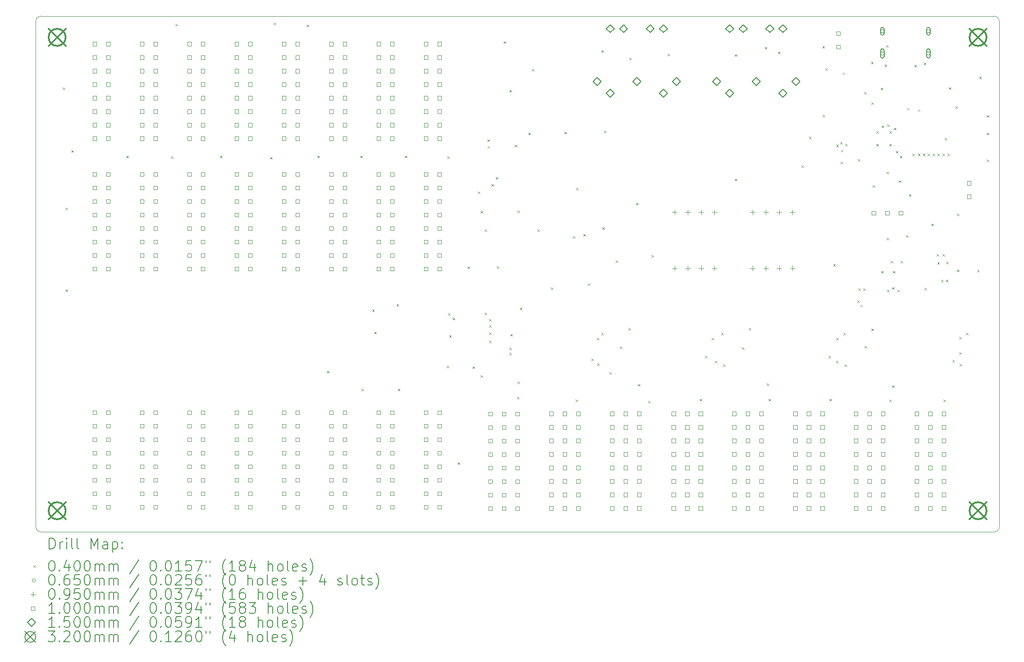
<source format=gbr>
%TF.GenerationSoftware,KiCad,Pcbnew,6.0.9*%
%TF.CreationDate,2022-11-14T17:03:36+01:00*%
%TF.ProjectId,OpenDeck-r3.1.0,4f70656e-4465-4636-9b2d-72332e312e30,rev?*%
%TF.SameCoordinates,Original*%
%TF.FileFunction,Drillmap*%
%TF.FilePolarity,Positive*%
%FSLAX45Y45*%
G04 Gerber Fmt 4.5, Leading zero omitted, Abs format (unit mm)*
G04 Created by KiCad (PCBNEW 6.0.9) date 2022-11-14 17:03:36*
%MOMM*%
%LPD*%
G01*
G04 APERTURE LIST*
%ADD10C,0.100000*%
%ADD11C,0.200000*%
%ADD12C,0.040000*%
%ADD13C,0.065000*%
%ADD14C,0.095000*%
%ADD15C,0.150000*%
%ADD16C,0.320000*%
G04 APERTURE END LIST*
D10*
X8200000Y-2600000D02*
G75*
G03*
X8100000Y-2700000I0J-100000D01*
G01*
X8100000Y-12200000D02*
G75*
G03*
X8200000Y-12300000I100000J0D01*
G01*
X26100000Y-2600000D02*
X8200000Y-2600000D01*
X8200000Y-12300000D02*
X26100000Y-12300000D01*
X26200000Y-2700000D02*
G75*
G03*
X26100000Y-2600000I-100000J0D01*
G01*
X26200000Y-12200000D02*
X26200000Y-2700000D01*
X26100000Y-12300000D02*
G75*
G03*
X26200000Y-12200000I0J100000D01*
G01*
X8100000Y-2700000D02*
X8100000Y-12200000D01*
D11*
D12*
X8603300Y-3942400D02*
X8643300Y-3982400D01*
X8643300Y-3942400D02*
X8603300Y-3982400D01*
X8654100Y-6203000D02*
X8694100Y-6243000D01*
X8694100Y-6203000D02*
X8654100Y-6243000D01*
X8654100Y-7739700D02*
X8694100Y-7779700D01*
X8694100Y-7739700D02*
X8654100Y-7779700D01*
X8768400Y-5123500D02*
X8808400Y-5163500D01*
X8808400Y-5123500D02*
X8768400Y-5163500D01*
X9797100Y-5225100D02*
X9837100Y-5265100D01*
X9837100Y-5225100D02*
X9797100Y-5265100D01*
X10635300Y-5237800D02*
X10675300Y-5277800D01*
X10675300Y-5237800D02*
X10635300Y-5277800D01*
X10724200Y-2748600D02*
X10764200Y-2788600D01*
X10764200Y-2748600D02*
X10724200Y-2788600D01*
X11562400Y-5225100D02*
X11602400Y-5265100D01*
X11602400Y-5225100D02*
X11562400Y-5265100D01*
X12502200Y-5250500D02*
X12542200Y-5290500D01*
X12542200Y-5250500D02*
X12502200Y-5290500D01*
X12565700Y-2723200D02*
X12605700Y-2763200D01*
X12605700Y-2723200D02*
X12565700Y-2763200D01*
X13188000Y-2761300D02*
X13228000Y-2801300D01*
X13228000Y-2761300D02*
X13188000Y-2801300D01*
X13391200Y-5225100D02*
X13431200Y-5265100D01*
X13431200Y-5225100D02*
X13391200Y-5265100D01*
X13566000Y-9271092D02*
X13606000Y-9311092D01*
X13606000Y-9271092D02*
X13566000Y-9311092D01*
X14191300Y-5225100D02*
X14231300Y-5265100D01*
X14231300Y-5225100D02*
X14191300Y-5265100D01*
X14216700Y-9606600D02*
X14256700Y-9646600D01*
X14256700Y-9606600D02*
X14216700Y-9646600D01*
X14416900Y-8115392D02*
X14456900Y-8155392D01*
X14456900Y-8115392D02*
X14416900Y-8155392D01*
X14455000Y-8534492D02*
X14495000Y-8574492D01*
X14495000Y-8534492D02*
X14455000Y-8574492D01*
X14874100Y-8013792D02*
X14914100Y-8053792D01*
X14914100Y-8013792D02*
X14874100Y-8053792D01*
X14899500Y-9606600D02*
X14939500Y-9646600D01*
X14939500Y-9606600D02*
X14899500Y-9646600D01*
X15029500Y-5225100D02*
X15069500Y-5265100D01*
X15069500Y-5225100D02*
X15029500Y-5265100D01*
X15816900Y-9174800D02*
X15856900Y-9214800D01*
X15856900Y-9174800D02*
X15816900Y-9214800D01*
X15829600Y-5237800D02*
X15869600Y-5277800D01*
X15869600Y-5237800D02*
X15829600Y-5277800D01*
X15842300Y-8184200D02*
X15882300Y-8224200D01*
X15882300Y-8184200D02*
X15842300Y-8224200D01*
X15864700Y-8597992D02*
X15904700Y-8637992D01*
X15904700Y-8597992D02*
X15864700Y-8637992D01*
X15931200Y-8273100D02*
X15971200Y-8313100D01*
X15971200Y-8273100D02*
X15931200Y-8313100D01*
X16020100Y-10990900D02*
X16060100Y-11030900D01*
X16060100Y-10990900D02*
X16020100Y-11030900D01*
X16210600Y-7307900D02*
X16250600Y-7347900D01*
X16250600Y-7307900D02*
X16210600Y-7347900D01*
X16299500Y-9187500D02*
X16339500Y-9227500D01*
X16339500Y-9187500D02*
X16299500Y-9227500D01*
X16401100Y-5898200D02*
X16441100Y-5938200D01*
X16441100Y-5898200D02*
X16401100Y-5938200D01*
X16451900Y-6266500D02*
X16491900Y-6306500D01*
X16491900Y-6266500D02*
X16451900Y-6306500D01*
X16451900Y-9352600D02*
X16491900Y-9392600D01*
X16491900Y-9352600D02*
X16451900Y-9392600D01*
X16528100Y-6609400D02*
X16568100Y-6649400D01*
X16568100Y-6609400D02*
X16528100Y-6649400D01*
X16530000Y-8172500D02*
X16570000Y-8212500D01*
X16570000Y-8172500D02*
X16530000Y-8212500D01*
X16578900Y-4920300D02*
X16618900Y-4960300D01*
X16618900Y-4920300D02*
X16578900Y-4960300D01*
X16585510Y-5047300D02*
X16625510Y-5087300D01*
X16625510Y-5047300D02*
X16585510Y-5087300D01*
X16617000Y-8295960D02*
X16657000Y-8335960D01*
X16657000Y-8295960D02*
X16617000Y-8335960D01*
X16617000Y-8412800D02*
X16657000Y-8452800D01*
X16657000Y-8412800D02*
X16617000Y-8452800D01*
X16617000Y-8544880D02*
X16657000Y-8584880D01*
X16657000Y-8544880D02*
X16617000Y-8584880D01*
X16617000Y-8702360D02*
X16657000Y-8742360D01*
X16657000Y-8702360D02*
X16617000Y-8742360D01*
X16655620Y-5758500D02*
X16695620Y-5798500D01*
X16695620Y-5758500D02*
X16655620Y-5798500D01*
X16736425Y-5626375D02*
X16776425Y-5666375D01*
X16776425Y-5626375D02*
X16736425Y-5666375D01*
X16756700Y-7301290D02*
X16796700Y-7341290D01*
X16796700Y-7301290D02*
X16756700Y-7341290D01*
X16886240Y-3073720D02*
X16926240Y-3113720D01*
X16926240Y-3073720D02*
X16886240Y-3113720D01*
X16992920Y-8838310D02*
X17032920Y-8878310D01*
X17032920Y-8838310D02*
X16992920Y-8878310D01*
X16992920Y-8930960D02*
X17032920Y-8970960D01*
X17032920Y-8930960D02*
X16992920Y-8970960D01*
X16998000Y-3988120D02*
X17038000Y-4028120D01*
X17038000Y-3988120D02*
X16998000Y-4028120D01*
X17010700Y-8577900D02*
X17050700Y-8617900D01*
X17050700Y-8577900D02*
X17010700Y-8617900D01*
X17099600Y-5021900D02*
X17139600Y-5061900D01*
X17139600Y-5021900D02*
X17099600Y-5061900D01*
X17137700Y-9759000D02*
X17177700Y-9799000D01*
X17177700Y-9759000D02*
X17137700Y-9799000D01*
X17150000Y-9467500D02*
X17190000Y-9507500D01*
X17190000Y-9467500D02*
X17150000Y-9507500D01*
X17150400Y-6253800D02*
X17190400Y-6293800D01*
X17190400Y-6253800D02*
X17150400Y-6293800D01*
X17195000Y-8082500D02*
X17235000Y-8122500D01*
X17235000Y-8082500D02*
X17195000Y-8122500D01*
X17353600Y-4793300D02*
X17393600Y-4833300D01*
X17393600Y-4793300D02*
X17353600Y-4833300D01*
X17418792Y-3596437D02*
X17458792Y-3636437D01*
X17458792Y-3596437D02*
X17418792Y-3636437D01*
X17518700Y-6609400D02*
X17558700Y-6649400D01*
X17558700Y-6609400D02*
X17518700Y-6649400D01*
X17772700Y-7701600D02*
X17812700Y-7741600D01*
X17812700Y-7701600D02*
X17772700Y-7741600D01*
X18029240Y-4775520D02*
X18069240Y-4815520D01*
X18069240Y-4775520D02*
X18029240Y-4815520D01*
X18191800Y-6736400D02*
X18231800Y-6776400D01*
X18231800Y-6736400D02*
X18191800Y-6776400D01*
X18242600Y-9809800D02*
X18282600Y-9849800D01*
X18282600Y-9809800D02*
X18242600Y-9849800D01*
X18247680Y-5827080D02*
X18287680Y-5867080D01*
X18287680Y-5827080D02*
X18247680Y-5867080D01*
X18382300Y-6698300D02*
X18422300Y-6738300D01*
X18422300Y-6698300D02*
X18382300Y-6738300D01*
X18471200Y-7625400D02*
X18511200Y-7665400D01*
X18511200Y-7625400D02*
X18471200Y-7665400D01*
X18534200Y-9040000D02*
X18574200Y-9080000D01*
X18574200Y-9040000D02*
X18534200Y-9080000D01*
X18635800Y-8646300D02*
X18675800Y-8686300D01*
X18675800Y-8646300D02*
X18635800Y-8686300D01*
X18648500Y-9128900D02*
X18688500Y-9168900D01*
X18688500Y-9128900D02*
X18648500Y-9168900D01*
X18724700Y-8557400D02*
X18764700Y-8597400D01*
X18764700Y-8557400D02*
X18724700Y-8597400D01*
X18725200Y-3243900D02*
X18765200Y-3283900D01*
X18765200Y-3243900D02*
X18725200Y-3283900D01*
X18737900Y-6571300D02*
X18777900Y-6611300D01*
X18777900Y-6571300D02*
X18737900Y-6611300D01*
X18776000Y-4755200D02*
X18816000Y-4795200D01*
X18816000Y-4755200D02*
X18776000Y-4795200D01*
X18877100Y-9294000D02*
X18917100Y-9334000D01*
X18917100Y-9294000D02*
X18877100Y-9334000D01*
X18991900Y-7193600D02*
X19031900Y-7233600D01*
X19031900Y-7193600D02*
X18991900Y-7233600D01*
X19067600Y-8811400D02*
X19107600Y-8851400D01*
X19107600Y-8811400D02*
X19067600Y-8851400D01*
X19233200Y-8463600D02*
X19273200Y-8503600D01*
X19273200Y-8463600D02*
X19233200Y-8503600D01*
X19245900Y-3383600D02*
X19285900Y-3423600D01*
X19285900Y-3383600D02*
X19245900Y-3423600D01*
X19372900Y-6114100D02*
X19412900Y-6154100D01*
X19412900Y-6114100D02*
X19372900Y-6154100D01*
X19411000Y-9517500D02*
X19451000Y-9557500D01*
X19451000Y-9517500D02*
X19411000Y-9557500D01*
X19601500Y-9835200D02*
X19641500Y-9875200D01*
X19641500Y-9835200D02*
X19601500Y-9875200D01*
X19665000Y-7092000D02*
X19705000Y-7132000D01*
X19705000Y-7092000D02*
X19665000Y-7132000D01*
X19969800Y-3307400D02*
X20009800Y-3347400D01*
X20009800Y-3307400D02*
X19969800Y-3347400D01*
X20566700Y-9797100D02*
X20606700Y-9837100D01*
X20606700Y-9797100D02*
X20566700Y-9837100D01*
X20667800Y-8989200D02*
X20707800Y-9029200D01*
X20707800Y-8989200D02*
X20667800Y-9029200D01*
X20794800Y-8646300D02*
X20834800Y-8686300D01*
X20834800Y-8646300D02*
X20794800Y-8686300D01*
X20858300Y-9078100D02*
X20898300Y-9118100D01*
X20898300Y-9078100D02*
X20858300Y-9118100D01*
X20972600Y-8557400D02*
X21012600Y-8597400D01*
X21012600Y-8557400D02*
X20972600Y-8597400D01*
X21011200Y-9149400D02*
X21051200Y-9189400D01*
X21051200Y-9149400D02*
X21011200Y-9189400D01*
X21227100Y-3320100D02*
X21267100Y-3360100D01*
X21267100Y-3320100D02*
X21227100Y-3360100D01*
X21227100Y-5656900D02*
X21267100Y-5696900D01*
X21267100Y-5656900D02*
X21227100Y-5696900D01*
X21366300Y-8824100D02*
X21406300Y-8864100D01*
X21406300Y-8824100D02*
X21366300Y-8864100D01*
X21493800Y-8463600D02*
X21533800Y-8503600D01*
X21533800Y-8463600D02*
X21493800Y-8503600D01*
X21792300Y-3179180D02*
X21832300Y-3219180D01*
X21832300Y-3179180D02*
X21792300Y-3219180D01*
X21830000Y-9502500D02*
X21870000Y-9542500D01*
X21870000Y-9502500D02*
X21830000Y-9542500D01*
X21862100Y-9797100D02*
X21902100Y-9837100D01*
X21902100Y-9797100D02*
X21862100Y-9837100D01*
X22039900Y-3269300D02*
X22079900Y-3309300D01*
X22079900Y-3269300D02*
X22039900Y-3309300D01*
X22484400Y-5405440D02*
X22524400Y-5445440D01*
X22524400Y-5405440D02*
X22484400Y-5445440D01*
X22626640Y-4861880D02*
X22666640Y-4901880D01*
X22666640Y-4861880D02*
X22626640Y-4901880D01*
X22875560Y-3160080D02*
X22915560Y-3200080D01*
X22915560Y-3160080D02*
X22875560Y-3200080D01*
X22877500Y-4460000D02*
X22917500Y-4500000D01*
X22917500Y-4460000D02*
X22877500Y-4500000D01*
X22932500Y-3575000D02*
X22972500Y-3615000D01*
X22972500Y-3575000D02*
X22932500Y-3615000D01*
X22991900Y-8989200D02*
X23031900Y-9029200D01*
X23031900Y-8989200D02*
X22991900Y-9029200D01*
X23005100Y-9797100D02*
X23045100Y-9837100D01*
X23045100Y-9797100D02*
X23005100Y-9837100D01*
X23078760Y-7259640D02*
X23118760Y-7299640D01*
X23118760Y-7259640D02*
X23078760Y-7299640D01*
X23131600Y-8646300D02*
X23171600Y-8686300D01*
X23171600Y-8646300D02*
X23131600Y-8686300D01*
X23131600Y-9078100D02*
X23171600Y-9118100D01*
X23171600Y-9078100D02*
X23131600Y-9118100D01*
X23139030Y-5020050D02*
X23179030Y-5060050D01*
X23179030Y-5020050D02*
X23139030Y-5060050D01*
X23212880Y-4964102D02*
X23252880Y-5004102D01*
X23252880Y-4964102D02*
X23212880Y-5004102D01*
X23220000Y-5337500D02*
X23260000Y-5377500D01*
X23260000Y-5337500D02*
X23220000Y-5377500D01*
X23221915Y-5114890D02*
X23261915Y-5154890D01*
X23261915Y-5114890D02*
X23221915Y-5154890D01*
X23256560Y-3657920D02*
X23296560Y-3697920D01*
X23296560Y-3657920D02*
X23256560Y-3697920D01*
X23271300Y-8557400D02*
X23311300Y-8597400D01*
X23311300Y-8557400D02*
X23271300Y-8597400D01*
X23296700Y-9149400D02*
X23336700Y-9189400D01*
X23336700Y-9149400D02*
X23296700Y-9189400D01*
X23302280Y-4999040D02*
X23342280Y-5039040D01*
X23342280Y-4999040D02*
X23302280Y-5039040D01*
X23530880Y-7945440D02*
X23570880Y-7985440D01*
X23570880Y-7945440D02*
X23530880Y-7985440D01*
X23542500Y-5285000D02*
X23582500Y-5325000D01*
X23582500Y-5285000D02*
X23542500Y-5325000D01*
X23546120Y-7716840D02*
X23586120Y-7756840D01*
X23586120Y-7716840D02*
X23546120Y-7756840D01*
X23586760Y-8026720D02*
X23626760Y-8066720D01*
X23626760Y-8026720D02*
X23586760Y-8066720D01*
X23638770Y-7716840D02*
X23678770Y-7756840D01*
X23678770Y-7716840D02*
X23638770Y-7756840D01*
X23657880Y-4028760D02*
X23697880Y-4068760D01*
X23697880Y-4028760D02*
X23657880Y-4068760D01*
X23665000Y-8798700D02*
X23705000Y-8838700D01*
X23705000Y-8798700D02*
X23665000Y-8838700D01*
X23789960Y-3457260D02*
X23829960Y-3497260D01*
X23829960Y-3457260D02*
X23789960Y-3497260D01*
X23792500Y-8476300D02*
X23832500Y-8516300D01*
X23832500Y-8476300D02*
X23792500Y-8516300D01*
X23795040Y-4219260D02*
X23835040Y-4259260D01*
X23835040Y-4219260D02*
X23795040Y-4259260D01*
X23820000Y-5780000D02*
X23860000Y-5820000D01*
X23860000Y-5780000D02*
X23820000Y-5820000D01*
X23890000Y-4765000D02*
X23930000Y-4805000D01*
X23930000Y-4765000D02*
X23890000Y-4805000D01*
X23890000Y-5005000D02*
X23930000Y-5045000D01*
X23930000Y-5005000D02*
X23890000Y-5045000D01*
X23972500Y-3945000D02*
X24012500Y-3985000D01*
X24012500Y-3945000D02*
X23972500Y-3985000D01*
X23983000Y-7391720D02*
X24023000Y-7431720D01*
X24023000Y-7391720D02*
X23983000Y-7431720D01*
X23987500Y-4657500D02*
X24027500Y-4697500D01*
X24027500Y-4657500D02*
X23987500Y-4697500D01*
X24043960Y-3510600D02*
X24083960Y-3550600D01*
X24083960Y-3510600D02*
X24043960Y-3550600D01*
X24074440Y-3144840D02*
X24114440Y-3184840D01*
X24114440Y-3144840D02*
X24074440Y-3184840D01*
X24084600Y-6766880D02*
X24124600Y-6806880D01*
X24124600Y-6766880D02*
X24084600Y-6806880D01*
X24084690Y-5527735D02*
X24124690Y-5567735D01*
X24124690Y-5527735D02*
X24084690Y-5567735D01*
X24089680Y-7742240D02*
X24129680Y-7782240D01*
X24129680Y-7742240D02*
X24089680Y-7782240D01*
X24092057Y-4637046D02*
X24132057Y-4677046D01*
X24132057Y-4637046D02*
X24092057Y-4677046D01*
X24130000Y-4765000D02*
X24170000Y-4805000D01*
X24170000Y-4765000D02*
X24130000Y-4805000D01*
X24130000Y-5005000D02*
X24170000Y-5045000D01*
X24170000Y-5005000D02*
X24130000Y-5045000D01*
X24135400Y-9809800D02*
X24175400Y-9849800D01*
X24175400Y-9809800D02*
X24135400Y-9849800D01*
X24155720Y-7198680D02*
X24195720Y-7238680D01*
X24195720Y-7198680D02*
X24155720Y-7238680D01*
X24181120Y-7696520D02*
X24221120Y-7736520D01*
X24221120Y-7696520D02*
X24181120Y-7736520D01*
X24186200Y-9543100D02*
X24226200Y-9583100D01*
X24226200Y-9543100D02*
X24186200Y-9583100D01*
X24201440Y-7391720D02*
X24241440Y-7431720D01*
X24241440Y-7391720D02*
X24201440Y-7431720D01*
X24220000Y-4700000D02*
X24260000Y-4740000D01*
X24260000Y-4700000D02*
X24220000Y-4740000D01*
X24256118Y-5133626D02*
X24296118Y-5173626D01*
X24296118Y-5133626D02*
X24256118Y-5173626D01*
X24282720Y-7742240D02*
X24322720Y-7782240D01*
X24322720Y-7742240D02*
X24282720Y-7782240D01*
X24310000Y-5690000D02*
X24350000Y-5730000D01*
X24350000Y-5690000D02*
X24310000Y-5730000D01*
X24331900Y-5225727D02*
X24371900Y-5265727D01*
X24371900Y-5225727D02*
X24331900Y-5265727D01*
X24343680Y-7198680D02*
X24383680Y-7238680D01*
X24383680Y-7198680D02*
X24343680Y-7238680D01*
X24445280Y-6716080D02*
X24485280Y-6756080D01*
X24485280Y-6716080D02*
X24445280Y-6756080D01*
X24467500Y-4327500D02*
X24507500Y-4367500D01*
X24507500Y-4327500D02*
X24467500Y-4367500D01*
X24500000Y-5950000D02*
X24540000Y-5990000D01*
X24540000Y-5950000D02*
X24500000Y-5990000D01*
X24565000Y-5187000D02*
X24605000Y-5227000D01*
X24605000Y-5187000D02*
X24565000Y-5227000D01*
X24602760Y-3518220D02*
X24642760Y-3558220D01*
X24642760Y-3518220D02*
X24602760Y-3558220D01*
X24670249Y-5187000D02*
X24710249Y-5227000D01*
X24710249Y-5187000D02*
X24670249Y-5227000D01*
X24671340Y-4351340D02*
X24711340Y-4391340D01*
X24711340Y-4351340D02*
X24671340Y-4391340D01*
X24762899Y-5187000D02*
X24802899Y-5227000D01*
X24802899Y-5187000D02*
X24762899Y-5227000D01*
X24780560Y-3475040D02*
X24820560Y-3515040D01*
X24820560Y-3475040D02*
X24780560Y-3515040D01*
X24795800Y-7711760D02*
X24835800Y-7751760D01*
X24835800Y-7711760D02*
X24795800Y-7751760D01*
X24855550Y-5187000D02*
X24895550Y-5227000D01*
X24895550Y-5187000D02*
X24855550Y-5227000D01*
X24922800Y-6502720D02*
X24962800Y-6542720D01*
X24962800Y-6502720D02*
X24922800Y-6542720D01*
X24948200Y-5187000D02*
X24988200Y-5227000D01*
X24988200Y-5187000D02*
X24948200Y-5227000D01*
X25024400Y-7071680D02*
X25064400Y-7111680D01*
X25064400Y-7071680D02*
X25024400Y-7111680D01*
X25034560Y-7224080D02*
X25074560Y-7264080D01*
X25074560Y-7224080D02*
X25034560Y-7264080D01*
X25040850Y-5187000D02*
X25080850Y-5227000D01*
X25080850Y-5187000D02*
X25040850Y-5227000D01*
X25103689Y-7558811D02*
X25143689Y-7598811D01*
X25143689Y-7558811D02*
X25103689Y-7598811D01*
X25131080Y-7071680D02*
X25171080Y-7111680D01*
X25171080Y-7071680D02*
X25131080Y-7111680D01*
X25133500Y-5187014D02*
X25173500Y-5227014D01*
X25173500Y-5187014D02*
X25133500Y-5227014D01*
X25151400Y-9809800D02*
X25191400Y-9849800D01*
X25191400Y-9809800D02*
X25151400Y-9849800D01*
X25171720Y-4892360D02*
X25211720Y-4932360D01*
X25211720Y-4892360D02*
X25171720Y-4932360D01*
X25196217Y-7554066D02*
X25236217Y-7594066D01*
X25236217Y-7554066D02*
X25196217Y-7594066D01*
X25197120Y-7219000D02*
X25237120Y-7259000D01*
X25237120Y-7219000D02*
X25197120Y-7259000D01*
X25226151Y-5186998D02*
X25266151Y-5226998D01*
X25266151Y-5186998D02*
X25226151Y-5226998D01*
X25250000Y-3937500D02*
X25290000Y-3977500D01*
X25290000Y-3937500D02*
X25250000Y-3977500D01*
X25316000Y-9065400D02*
X25356000Y-9105400D01*
X25356000Y-9065400D02*
X25316000Y-9105400D01*
X25380000Y-4298000D02*
X25420000Y-4338000D01*
X25420000Y-4298000D02*
X25380000Y-4338000D01*
X25400320Y-6309680D02*
X25440320Y-6349680D01*
X25440320Y-6309680D02*
X25400320Y-6349680D01*
X25405400Y-7366320D02*
X25445400Y-7406320D01*
X25445400Y-7366320D02*
X25405400Y-7406320D01*
X25443000Y-8633600D02*
X25483000Y-8673600D01*
X25483000Y-8633600D02*
X25443000Y-8673600D01*
X25443500Y-8920800D02*
X25483500Y-8960800D01*
X25483500Y-8920800D02*
X25443500Y-8960800D01*
X25455700Y-9141600D02*
X25495700Y-9181600D01*
X25495700Y-9141600D02*
X25455700Y-9181600D01*
X25570000Y-8557400D02*
X25610000Y-8597400D01*
X25610000Y-8557400D02*
X25570000Y-8597400D01*
X25781320Y-7371400D02*
X25821320Y-7411400D01*
X25821320Y-7371400D02*
X25781320Y-7411400D01*
X25821960Y-3739200D02*
X25861960Y-3779200D01*
X25861960Y-3739200D02*
X25821960Y-3779200D01*
X25964200Y-4463100D02*
X26004200Y-4503100D01*
X26004200Y-4463100D02*
X25964200Y-4503100D01*
X25964200Y-4793300D02*
X26004200Y-4833300D01*
X26004200Y-4793300D02*
X25964200Y-4833300D01*
X25964200Y-5298760D02*
X26004200Y-5338760D01*
X26004200Y-5298760D02*
X25964200Y-5338760D01*
D13*
X24034800Y-2885440D02*
G75*
G03*
X24034800Y-2885440I-32500J0D01*
G01*
D11*
X24034800Y-2925440D02*
X24034800Y-2845440D01*
X23969800Y-2925440D02*
X23969800Y-2845440D01*
X24034800Y-2845440D02*
G75*
G03*
X23969800Y-2845440I-32500J0D01*
G01*
X23969800Y-2925440D02*
G75*
G03*
X24034800Y-2925440I32500J0D01*
G01*
D13*
X24034800Y-3302440D02*
G75*
G03*
X24034800Y-3302440I-32500J0D01*
G01*
D11*
X24034800Y-3357440D02*
X24034800Y-3247440D01*
X23969800Y-3357440D02*
X23969800Y-3247440D01*
X24034800Y-3247440D02*
G75*
G03*
X23969800Y-3247440I-32500J0D01*
G01*
X23969800Y-3357440D02*
G75*
G03*
X24034800Y-3357440I32500J0D01*
G01*
D13*
X24899800Y-2885440D02*
G75*
G03*
X24899800Y-2885440I-32500J0D01*
G01*
D11*
X24899800Y-2925440D02*
X24899800Y-2845440D01*
X24834800Y-2925440D02*
X24834800Y-2845440D01*
X24899800Y-2845440D02*
G75*
G03*
X24834800Y-2845440I-32500J0D01*
G01*
X24834800Y-2925440D02*
G75*
G03*
X24899800Y-2925440I32500J0D01*
G01*
D13*
X24899800Y-3302440D02*
G75*
G03*
X24899800Y-3302440I-32500J0D01*
G01*
D11*
X24899800Y-3357440D02*
X24899800Y-3247440D01*
X24834800Y-3357440D02*
X24834800Y-3247440D01*
X24899800Y-3247440D02*
G75*
G03*
X24834800Y-3247440I-32500J0D01*
G01*
X24834800Y-3357440D02*
G75*
G03*
X24899800Y-3357440I32500J0D01*
G01*
D14*
X20097400Y-6240700D02*
X20097400Y-6335700D01*
X20049900Y-6288200D02*
X20144900Y-6288200D01*
X20097400Y-7293100D02*
X20097400Y-7388100D01*
X20049900Y-7340600D02*
X20144900Y-7340600D01*
X20347400Y-6240700D02*
X20347400Y-6335700D01*
X20299900Y-6288200D02*
X20394900Y-6288200D01*
X20347400Y-7293100D02*
X20347400Y-7388100D01*
X20299900Y-7340600D02*
X20394900Y-7340600D01*
X20597400Y-6240700D02*
X20597400Y-6335700D01*
X20549900Y-6288200D02*
X20644900Y-6288200D01*
X20597400Y-7293100D02*
X20597400Y-7388100D01*
X20549900Y-7340600D02*
X20644900Y-7340600D01*
X20847400Y-6240700D02*
X20847400Y-6335700D01*
X20799900Y-6288200D02*
X20894900Y-6288200D01*
X20847400Y-7293100D02*
X20847400Y-7388100D01*
X20799900Y-7340600D02*
X20894900Y-7340600D01*
X21562300Y-6240700D02*
X21562300Y-6335700D01*
X21514800Y-6288200D02*
X21609800Y-6288200D01*
X21563900Y-7293100D02*
X21563900Y-7388100D01*
X21516400Y-7340600D02*
X21611400Y-7340600D01*
X21812300Y-6240700D02*
X21812300Y-6335700D01*
X21764800Y-6288200D02*
X21859800Y-6288200D01*
X21813900Y-7293100D02*
X21813900Y-7388100D01*
X21766400Y-7340600D02*
X21861400Y-7340600D01*
X22062300Y-6240700D02*
X22062300Y-6335700D01*
X22014800Y-6288200D02*
X22109800Y-6288200D01*
X22063900Y-7293100D02*
X22063900Y-7388100D01*
X22016400Y-7340600D02*
X22111400Y-7340600D01*
X22312300Y-6240700D02*
X22312300Y-6335700D01*
X22264800Y-6288200D02*
X22359800Y-6288200D01*
X22313900Y-7293100D02*
X22313900Y-7388100D01*
X22266400Y-7340600D02*
X22361400Y-7340600D01*
D10*
X9239415Y-10088447D02*
X9239415Y-10017736D01*
X9168704Y-10017736D01*
X9168704Y-10088447D01*
X9239415Y-10088447D01*
X9239415Y-10342447D02*
X9239415Y-10271736D01*
X9168704Y-10271736D01*
X9168704Y-10342447D01*
X9239415Y-10342447D01*
X9239415Y-10596447D02*
X9239415Y-10525736D01*
X9168704Y-10525736D01*
X9168704Y-10596447D01*
X9239415Y-10596447D01*
X9239415Y-10850447D02*
X9239415Y-10779736D01*
X9168704Y-10779736D01*
X9168704Y-10850447D01*
X9239415Y-10850447D01*
X9239415Y-11104447D02*
X9239415Y-11033736D01*
X9168704Y-11033736D01*
X9168704Y-11104447D01*
X9239415Y-11104447D01*
X9239415Y-11358447D02*
X9239415Y-11287736D01*
X9168704Y-11287736D01*
X9168704Y-11358447D01*
X9239415Y-11358447D01*
X9239415Y-11612447D02*
X9239415Y-11541736D01*
X9168704Y-11541736D01*
X9168704Y-11612447D01*
X9239415Y-11612447D01*
X9239415Y-11866447D02*
X9239415Y-11795736D01*
X9168704Y-11795736D01*
X9168704Y-11866447D01*
X9239415Y-11866447D01*
X9242856Y-3159556D02*
X9242856Y-3088844D01*
X9172144Y-3088844D01*
X9172144Y-3159556D01*
X9242856Y-3159556D01*
X9242856Y-3413556D02*
X9242856Y-3342844D01*
X9172144Y-3342844D01*
X9172144Y-3413556D01*
X9242856Y-3413556D01*
X9242856Y-3667556D02*
X9242856Y-3596844D01*
X9172144Y-3596844D01*
X9172144Y-3667556D01*
X9242856Y-3667556D01*
X9242856Y-3921556D02*
X9242856Y-3850844D01*
X9172144Y-3850844D01*
X9172144Y-3921556D01*
X9242856Y-3921556D01*
X9242856Y-4175556D02*
X9242856Y-4104844D01*
X9172144Y-4104844D01*
X9172144Y-4175556D01*
X9242856Y-4175556D01*
X9242856Y-4429556D02*
X9242856Y-4358844D01*
X9172144Y-4358844D01*
X9172144Y-4429556D01*
X9242856Y-4429556D01*
X9242856Y-4683556D02*
X9242856Y-4612844D01*
X9172144Y-4612844D01*
X9172144Y-4683556D01*
X9242856Y-4683556D01*
X9242856Y-4937556D02*
X9242856Y-4866844D01*
X9172144Y-4866844D01*
X9172144Y-4937556D01*
X9242856Y-4937556D01*
X9242856Y-5610656D02*
X9242856Y-5539944D01*
X9172144Y-5539944D01*
X9172144Y-5610656D01*
X9242856Y-5610656D01*
X9242856Y-5864656D02*
X9242856Y-5793944D01*
X9172144Y-5793944D01*
X9172144Y-5864656D01*
X9242856Y-5864656D01*
X9242856Y-6118656D02*
X9242856Y-6047944D01*
X9172144Y-6047944D01*
X9172144Y-6118656D01*
X9242856Y-6118656D01*
X9242856Y-6372656D02*
X9242856Y-6301944D01*
X9172144Y-6301944D01*
X9172144Y-6372656D01*
X9242856Y-6372656D01*
X9242856Y-6626656D02*
X9242856Y-6555944D01*
X9172144Y-6555944D01*
X9172144Y-6626656D01*
X9242856Y-6626656D01*
X9242856Y-6880656D02*
X9242856Y-6809944D01*
X9172144Y-6809944D01*
X9172144Y-6880656D01*
X9242856Y-6880656D01*
X9242856Y-7134656D02*
X9242856Y-7063944D01*
X9172144Y-7063944D01*
X9172144Y-7134656D01*
X9242856Y-7134656D01*
X9242856Y-7388656D02*
X9242856Y-7317944D01*
X9172144Y-7317944D01*
X9172144Y-7388656D01*
X9242856Y-7388656D01*
X9493415Y-10088447D02*
X9493415Y-10017736D01*
X9422704Y-10017736D01*
X9422704Y-10088447D01*
X9493415Y-10088447D01*
X9493415Y-10342447D02*
X9493415Y-10271736D01*
X9422704Y-10271736D01*
X9422704Y-10342447D01*
X9493415Y-10342447D01*
X9493415Y-10596447D02*
X9493415Y-10525736D01*
X9422704Y-10525736D01*
X9422704Y-10596447D01*
X9493415Y-10596447D01*
X9493415Y-10850447D02*
X9493415Y-10779736D01*
X9422704Y-10779736D01*
X9422704Y-10850447D01*
X9493415Y-10850447D01*
X9493415Y-11104447D02*
X9493415Y-11033736D01*
X9422704Y-11033736D01*
X9422704Y-11104447D01*
X9493415Y-11104447D01*
X9493415Y-11358447D02*
X9493415Y-11287736D01*
X9422704Y-11287736D01*
X9422704Y-11358447D01*
X9493415Y-11358447D01*
X9493415Y-11612447D02*
X9493415Y-11541736D01*
X9422704Y-11541736D01*
X9422704Y-11612447D01*
X9493415Y-11612447D01*
X9493415Y-11866447D02*
X9493415Y-11795736D01*
X9422704Y-11795736D01*
X9422704Y-11866447D01*
X9493415Y-11866447D01*
X9496856Y-3159556D02*
X9496856Y-3088844D01*
X9426144Y-3088844D01*
X9426144Y-3159556D01*
X9496856Y-3159556D01*
X9496856Y-3413556D02*
X9496856Y-3342844D01*
X9426144Y-3342844D01*
X9426144Y-3413556D01*
X9496856Y-3413556D01*
X9496856Y-3667556D02*
X9496856Y-3596844D01*
X9426144Y-3596844D01*
X9426144Y-3667556D01*
X9496856Y-3667556D01*
X9496856Y-3921556D02*
X9496856Y-3850844D01*
X9426144Y-3850844D01*
X9426144Y-3921556D01*
X9496856Y-3921556D01*
X9496856Y-4175556D02*
X9496856Y-4104844D01*
X9426144Y-4104844D01*
X9426144Y-4175556D01*
X9496856Y-4175556D01*
X9496856Y-4429556D02*
X9496856Y-4358844D01*
X9426144Y-4358844D01*
X9426144Y-4429556D01*
X9496856Y-4429556D01*
X9496856Y-4683556D02*
X9496856Y-4612844D01*
X9426144Y-4612844D01*
X9426144Y-4683556D01*
X9496856Y-4683556D01*
X9496856Y-4937556D02*
X9496856Y-4866844D01*
X9426144Y-4866844D01*
X9426144Y-4937556D01*
X9496856Y-4937556D01*
X9496856Y-5610656D02*
X9496856Y-5539944D01*
X9426144Y-5539944D01*
X9426144Y-5610656D01*
X9496856Y-5610656D01*
X9496856Y-5864656D02*
X9496856Y-5793944D01*
X9426144Y-5793944D01*
X9426144Y-5864656D01*
X9496856Y-5864656D01*
X9496856Y-6118656D02*
X9496856Y-6047944D01*
X9426144Y-6047944D01*
X9426144Y-6118656D01*
X9496856Y-6118656D01*
X9496856Y-6372656D02*
X9496856Y-6301944D01*
X9426144Y-6301944D01*
X9426144Y-6372656D01*
X9496856Y-6372656D01*
X9496856Y-6626656D02*
X9496856Y-6555944D01*
X9426144Y-6555944D01*
X9426144Y-6626656D01*
X9496856Y-6626656D01*
X9496856Y-6880656D02*
X9496856Y-6809944D01*
X9426144Y-6809944D01*
X9426144Y-6880656D01*
X9496856Y-6880656D01*
X9496856Y-7134656D02*
X9496856Y-7063944D01*
X9426144Y-7063944D01*
X9426144Y-7134656D01*
X9496856Y-7134656D01*
X9496856Y-7388656D02*
X9496856Y-7317944D01*
X9426144Y-7317944D01*
X9426144Y-7388656D01*
X9496856Y-7388656D01*
X10128415Y-10089947D02*
X10128415Y-10019236D01*
X10057704Y-10019236D01*
X10057704Y-10089947D01*
X10128415Y-10089947D01*
X10128415Y-10343947D02*
X10128415Y-10273236D01*
X10057704Y-10273236D01*
X10057704Y-10343947D01*
X10128415Y-10343947D01*
X10128415Y-10597947D02*
X10128415Y-10527236D01*
X10057704Y-10527236D01*
X10057704Y-10597947D01*
X10128415Y-10597947D01*
X10128415Y-10851947D02*
X10128415Y-10781236D01*
X10057704Y-10781236D01*
X10057704Y-10851947D01*
X10128415Y-10851947D01*
X10128415Y-11105947D02*
X10128415Y-11035236D01*
X10057704Y-11035236D01*
X10057704Y-11105947D01*
X10128415Y-11105947D01*
X10128415Y-11359947D02*
X10128415Y-11289236D01*
X10057704Y-11289236D01*
X10057704Y-11359947D01*
X10128415Y-11359947D01*
X10128415Y-11613947D02*
X10128415Y-11543236D01*
X10057704Y-11543236D01*
X10057704Y-11613947D01*
X10128415Y-11613947D01*
X10128415Y-11867947D02*
X10128415Y-11797236D01*
X10057704Y-11797236D01*
X10057704Y-11867947D01*
X10128415Y-11867947D01*
X10131856Y-3159556D02*
X10131856Y-3088844D01*
X10061144Y-3088844D01*
X10061144Y-3159556D01*
X10131856Y-3159556D01*
X10131856Y-3413556D02*
X10131856Y-3342844D01*
X10061144Y-3342844D01*
X10061144Y-3413556D01*
X10131856Y-3413556D01*
X10131856Y-3667556D02*
X10131856Y-3596844D01*
X10061144Y-3596844D01*
X10061144Y-3667556D01*
X10131856Y-3667556D01*
X10131856Y-3921556D02*
X10131856Y-3850844D01*
X10061144Y-3850844D01*
X10061144Y-3921556D01*
X10131856Y-3921556D01*
X10131856Y-4175556D02*
X10131856Y-4104844D01*
X10061144Y-4104844D01*
X10061144Y-4175556D01*
X10131856Y-4175556D01*
X10131856Y-4429556D02*
X10131856Y-4358844D01*
X10061144Y-4358844D01*
X10061144Y-4429556D01*
X10131856Y-4429556D01*
X10131856Y-4683556D02*
X10131856Y-4612844D01*
X10061144Y-4612844D01*
X10061144Y-4683556D01*
X10131856Y-4683556D01*
X10131856Y-4937556D02*
X10131856Y-4866844D01*
X10061144Y-4866844D01*
X10061144Y-4937556D01*
X10131856Y-4937556D01*
X10131856Y-5610656D02*
X10131856Y-5539944D01*
X10061144Y-5539944D01*
X10061144Y-5610656D01*
X10131856Y-5610656D01*
X10131856Y-5864656D02*
X10131856Y-5793944D01*
X10061144Y-5793944D01*
X10061144Y-5864656D01*
X10131856Y-5864656D01*
X10131856Y-6118656D02*
X10131856Y-6047944D01*
X10061144Y-6047944D01*
X10061144Y-6118656D01*
X10131856Y-6118656D01*
X10131856Y-6372656D02*
X10131856Y-6301944D01*
X10061144Y-6301944D01*
X10061144Y-6372656D01*
X10131856Y-6372656D01*
X10131856Y-6626656D02*
X10131856Y-6555944D01*
X10061144Y-6555944D01*
X10061144Y-6626656D01*
X10131856Y-6626656D01*
X10131856Y-6880656D02*
X10131856Y-6809944D01*
X10061144Y-6809944D01*
X10061144Y-6880656D01*
X10131856Y-6880656D01*
X10131856Y-7134656D02*
X10131856Y-7063944D01*
X10061144Y-7063944D01*
X10061144Y-7134656D01*
X10131856Y-7134656D01*
X10131856Y-7388656D02*
X10131856Y-7317944D01*
X10061144Y-7317944D01*
X10061144Y-7388656D01*
X10131856Y-7388656D01*
X10382415Y-10089947D02*
X10382415Y-10019236D01*
X10311704Y-10019236D01*
X10311704Y-10089947D01*
X10382415Y-10089947D01*
X10382415Y-10343947D02*
X10382415Y-10273236D01*
X10311704Y-10273236D01*
X10311704Y-10343947D01*
X10382415Y-10343947D01*
X10382415Y-10597947D02*
X10382415Y-10527236D01*
X10311704Y-10527236D01*
X10311704Y-10597947D01*
X10382415Y-10597947D01*
X10382415Y-10851947D02*
X10382415Y-10781236D01*
X10311704Y-10781236D01*
X10311704Y-10851947D01*
X10382415Y-10851947D01*
X10382415Y-11105947D02*
X10382415Y-11035236D01*
X10311704Y-11035236D01*
X10311704Y-11105947D01*
X10382415Y-11105947D01*
X10382415Y-11359947D02*
X10382415Y-11289236D01*
X10311704Y-11289236D01*
X10311704Y-11359947D01*
X10382415Y-11359947D01*
X10382415Y-11613947D02*
X10382415Y-11543236D01*
X10311704Y-11543236D01*
X10311704Y-11613947D01*
X10382415Y-11613947D01*
X10382415Y-11867947D02*
X10382415Y-11797236D01*
X10311704Y-11797236D01*
X10311704Y-11867947D01*
X10382415Y-11867947D01*
X10385856Y-3159556D02*
X10385856Y-3088844D01*
X10315144Y-3088844D01*
X10315144Y-3159556D01*
X10385856Y-3159556D01*
X10385856Y-3413556D02*
X10385856Y-3342844D01*
X10315144Y-3342844D01*
X10315144Y-3413556D01*
X10385856Y-3413556D01*
X10385856Y-3667556D02*
X10385856Y-3596844D01*
X10315144Y-3596844D01*
X10315144Y-3667556D01*
X10385856Y-3667556D01*
X10385856Y-3921556D02*
X10385856Y-3850844D01*
X10315144Y-3850844D01*
X10315144Y-3921556D01*
X10385856Y-3921556D01*
X10385856Y-4175556D02*
X10385856Y-4104844D01*
X10315144Y-4104844D01*
X10315144Y-4175556D01*
X10385856Y-4175556D01*
X10385856Y-4429556D02*
X10385856Y-4358844D01*
X10315144Y-4358844D01*
X10315144Y-4429556D01*
X10385856Y-4429556D01*
X10385856Y-4683556D02*
X10385856Y-4612844D01*
X10315144Y-4612844D01*
X10315144Y-4683556D01*
X10385856Y-4683556D01*
X10385856Y-4937556D02*
X10385856Y-4866844D01*
X10315144Y-4866844D01*
X10315144Y-4937556D01*
X10385856Y-4937556D01*
X10385856Y-5610656D02*
X10385856Y-5539944D01*
X10315144Y-5539944D01*
X10315144Y-5610656D01*
X10385856Y-5610656D01*
X10385856Y-5864656D02*
X10385856Y-5793944D01*
X10315144Y-5793944D01*
X10315144Y-5864656D01*
X10385856Y-5864656D01*
X10385856Y-6118656D02*
X10385856Y-6047944D01*
X10315144Y-6047944D01*
X10315144Y-6118656D01*
X10385856Y-6118656D01*
X10385856Y-6372656D02*
X10385856Y-6301944D01*
X10315144Y-6301944D01*
X10315144Y-6372656D01*
X10385856Y-6372656D01*
X10385856Y-6626656D02*
X10385856Y-6555944D01*
X10315144Y-6555944D01*
X10315144Y-6626656D01*
X10385856Y-6626656D01*
X10385856Y-6880656D02*
X10385856Y-6809944D01*
X10315144Y-6809944D01*
X10315144Y-6880656D01*
X10385856Y-6880656D01*
X10385856Y-7134656D02*
X10385856Y-7063944D01*
X10315144Y-7063944D01*
X10315144Y-7134656D01*
X10385856Y-7134656D01*
X10385856Y-7388656D02*
X10385856Y-7317944D01*
X10315144Y-7317944D01*
X10315144Y-7388656D01*
X10385856Y-7388656D01*
X11017415Y-10089947D02*
X11017415Y-10019236D01*
X10946704Y-10019236D01*
X10946704Y-10089947D01*
X11017415Y-10089947D01*
X11017415Y-10343947D02*
X11017415Y-10273236D01*
X10946704Y-10273236D01*
X10946704Y-10343947D01*
X11017415Y-10343947D01*
X11017415Y-10597947D02*
X11017415Y-10527236D01*
X10946704Y-10527236D01*
X10946704Y-10597947D01*
X11017415Y-10597947D01*
X11017415Y-10851947D02*
X11017415Y-10781236D01*
X10946704Y-10781236D01*
X10946704Y-10851947D01*
X11017415Y-10851947D01*
X11017415Y-11105947D02*
X11017415Y-11035236D01*
X10946704Y-11035236D01*
X10946704Y-11105947D01*
X11017415Y-11105947D01*
X11017415Y-11359947D02*
X11017415Y-11289236D01*
X10946704Y-11289236D01*
X10946704Y-11359947D01*
X11017415Y-11359947D01*
X11017415Y-11613947D02*
X11017415Y-11543236D01*
X10946704Y-11543236D01*
X10946704Y-11613947D01*
X11017415Y-11613947D01*
X11017415Y-11867947D02*
X11017415Y-11797236D01*
X10946704Y-11797236D01*
X10946704Y-11867947D01*
X11017415Y-11867947D01*
X11020856Y-3159556D02*
X11020856Y-3088844D01*
X10950144Y-3088844D01*
X10950144Y-3159556D01*
X11020856Y-3159556D01*
X11020856Y-3413556D02*
X11020856Y-3342844D01*
X10950144Y-3342844D01*
X10950144Y-3413556D01*
X11020856Y-3413556D01*
X11020856Y-3667556D02*
X11020856Y-3596844D01*
X10950144Y-3596844D01*
X10950144Y-3667556D01*
X11020856Y-3667556D01*
X11020856Y-3921556D02*
X11020856Y-3850844D01*
X10950144Y-3850844D01*
X10950144Y-3921556D01*
X11020856Y-3921556D01*
X11020856Y-4175556D02*
X11020856Y-4104844D01*
X10950144Y-4104844D01*
X10950144Y-4175556D01*
X11020856Y-4175556D01*
X11020856Y-4429556D02*
X11020856Y-4358844D01*
X10950144Y-4358844D01*
X10950144Y-4429556D01*
X11020856Y-4429556D01*
X11020856Y-4683556D02*
X11020856Y-4612844D01*
X10950144Y-4612844D01*
X10950144Y-4683556D01*
X11020856Y-4683556D01*
X11020856Y-4937556D02*
X11020856Y-4866844D01*
X10950144Y-4866844D01*
X10950144Y-4937556D01*
X11020856Y-4937556D01*
X11020856Y-5610656D02*
X11020856Y-5539944D01*
X10950144Y-5539944D01*
X10950144Y-5610656D01*
X11020856Y-5610656D01*
X11020856Y-5864656D02*
X11020856Y-5793944D01*
X10950144Y-5793944D01*
X10950144Y-5864656D01*
X11020856Y-5864656D01*
X11020856Y-6118656D02*
X11020856Y-6047944D01*
X10950144Y-6047944D01*
X10950144Y-6118656D01*
X11020856Y-6118656D01*
X11020856Y-6372656D02*
X11020856Y-6301944D01*
X10950144Y-6301944D01*
X10950144Y-6372656D01*
X11020856Y-6372656D01*
X11020856Y-6626656D02*
X11020856Y-6555944D01*
X10950144Y-6555944D01*
X10950144Y-6626656D01*
X11020856Y-6626656D01*
X11020856Y-6880656D02*
X11020856Y-6809944D01*
X10950144Y-6809944D01*
X10950144Y-6880656D01*
X11020856Y-6880656D01*
X11020856Y-7134656D02*
X11020856Y-7063944D01*
X10950144Y-7063944D01*
X10950144Y-7134656D01*
X11020856Y-7134656D01*
X11020856Y-7388656D02*
X11020856Y-7317944D01*
X10950144Y-7317944D01*
X10950144Y-7388656D01*
X11020856Y-7388656D01*
X11271415Y-10089947D02*
X11271415Y-10019236D01*
X11200704Y-10019236D01*
X11200704Y-10089947D01*
X11271415Y-10089947D01*
X11271415Y-10343947D02*
X11271415Y-10273236D01*
X11200704Y-10273236D01*
X11200704Y-10343947D01*
X11271415Y-10343947D01*
X11271415Y-10597947D02*
X11271415Y-10527236D01*
X11200704Y-10527236D01*
X11200704Y-10597947D01*
X11271415Y-10597947D01*
X11271415Y-10851947D02*
X11271415Y-10781236D01*
X11200704Y-10781236D01*
X11200704Y-10851947D01*
X11271415Y-10851947D01*
X11271415Y-11105947D02*
X11271415Y-11035236D01*
X11200704Y-11035236D01*
X11200704Y-11105947D01*
X11271415Y-11105947D01*
X11271415Y-11359947D02*
X11271415Y-11289236D01*
X11200704Y-11289236D01*
X11200704Y-11359947D01*
X11271415Y-11359947D01*
X11271415Y-11613947D02*
X11271415Y-11543236D01*
X11200704Y-11543236D01*
X11200704Y-11613947D01*
X11271415Y-11613947D01*
X11271415Y-11867947D02*
X11271415Y-11797236D01*
X11200704Y-11797236D01*
X11200704Y-11867947D01*
X11271415Y-11867947D01*
X11274856Y-3159556D02*
X11274856Y-3088844D01*
X11204144Y-3088844D01*
X11204144Y-3159556D01*
X11274856Y-3159556D01*
X11274856Y-3413556D02*
X11274856Y-3342844D01*
X11204144Y-3342844D01*
X11204144Y-3413556D01*
X11274856Y-3413556D01*
X11274856Y-3667556D02*
X11274856Y-3596844D01*
X11204144Y-3596844D01*
X11204144Y-3667556D01*
X11274856Y-3667556D01*
X11274856Y-3921556D02*
X11274856Y-3850844D01*
X11204144Y-3850844D01*
X11204144Y-3921556D01*
X11274856Y-3921556D01*
X11274856Y-4175556D02*
X11274856Y-4104844D01*
X11204144Y-4104844D01*
X11204144Y-4175556D01*
X11274856Y-4175556D01*
X11274856Y-4429556D02*
X11274856Y-4358844D01*
X11204144Y-4358844D01*
X11204144Y-4429556D01*
X11274856Y-4429556D01*
X11274856Y-4683556D02*
X11274856Y-4612844D01*
X11204144Y-4612844D01*
X11204144Y-4683556D01*
X11274856Y-4683556D01*
X11274856Y-4937556D02*
X11274856Y-4866844D01*
X11204144Y-4866844D01*
X11204144Y-4937556D01*
X11274856Y-4937556D01*
X11274856Y-5610656D02*
X11274856Y-5539944D01*
X11204144Y-5539944D01*
X11204144Y-5610656D01*
X11274856Y-5610656D01*
X11274856Y-5864656D02*
X11274856Y-5793944D01*
X11204144Y-5793944D01*
X11204144Y-5864656D01*
X11274856Y-5864656D01*
X11274856Y-6118656D02*
X11274856Y-6047944D01*
X11204144Y-6047944D01*
X11204144Y-6118656D01*
X11274856Y-6118656D01*
X11274856Y-6372656D02*
X11274856Y-6301944D01*
X11204144Y-6301944D01*
X11204144Y-6372656D01*
X11274856Y-6372656D01*
X11274856Y-6626656D02*
X11274856Y-6555944D01*
X11204144Y-6555944D01*
X11204144Y-6626656D01*
X11274856Y-6626656D01*
X11274856Y-6880656D02*
X11274856Y-6809944D01*
X11204144Y-6809944D01*
X11204144Y-6880656D01*
X11274856Y-6880656D01*
X11274856Y-7134656D02*
X11274856Y-7063944D01*
X11204144Y-7063944D01*
X11204144Y-7134656D01*
X11274856Y-7134656D01*
X11274856Y-7388656D02*
X11274856Y-7317944D01*
X11204144Y-7317944D01*
X11204144Y-7388656D01*
X11274856Y-7388656D01*
X11906415Y-10089947D02*
X11906415Y-10019236D01*
X11835704Y-10019236D01*
X11835704Y-10089947D01*
X11906415Y-10089947D01*
X11906415Y-10343947D02*
X11906415Y-10273236D01*
X11835704Y-10273236D01*
X11835704Y-10343947D01*
X11906415Y-10343947D01*
X11906415Y-10597947D02*
X11906415Y-10527236D01*
X11835704Y-10527236D01*
X11835704Y-10597947D01*
X11906415Y-10597947D01*
X11906415Y-10851947D02*
X11906415Y-10781236D01*
X11835704Y-10781236D01*
X11835704Y-10851947D01*
X11906415Y-10851947D01*
X11906415Y-11105947D02*
X11906415Y-11035236D01*
X11835704Y-11035236D01*
X11835704Y-11105947D01*
X11906415Y-11105947D01*
X11906415Y-11359947D02*
X11906415Y-11289236D01*
X11835704Y-11289236D01*
X11835704Y-11359947D01*
X11906415Y-11359947D01*
X11906415Y-11613947D02*
X11906415Y-11543236D01*
X11835704Y-11543236D01*
X11835704Y-11613947D01*
X11906415Y-11613947D01*
X11906415Y-11867947D02*
X11906415Y-11797236D01*
X11835704Y-11797236D01*
X11835704Y-11867947D01*
X11906415Y-11867947D01*
X11909856Y-3159556D02*
X11909856Y-3088844D01*
X11839144Y-3088844D01*
X11839144Y-3159556D01*
X11909856Y-3159556D01*
X11909856Y-3413556D02*
X11909856Y-3342844D01*
X11839144Y-3342844D01*
X11839144Y-3413556D01*
X11909856Y-3413556D01*
X11909856Y-3667556D02*
X11909856Y-3596844D01*
X11839144Y-3596844D01*
X11839144Y-3667556D01*
X11909856Y-3667556D01*
X11909856Y-3921556D02*
X11909856Y-3850844D01*
X11839144Y-3850844D01*
X11839144Y-3921556D01*
X11909856Y-3921556D01*
X11909856Y-4175556D02*
X11909856Y-4104844D01*
X11839144Y-4104844D01*
X11839144Y-4175556D01*
X11909856Y-4175556D01*
X11909856Y-4429556D02*
X11909856Y-4358844D01*
X11839144Y-4358844D01*
X11839144Y-4429556D01*
X11909856Y-4429556D01*
X11909856Y-4683556D02*
X11909856Y-4612844D01*
X11839144Y-4612844D01*
X11839144Y-4683556D01*
X11909856Y-4683556D01*
X11909856Y-4937556D02*
X11909856Y-4866844D01*
X11839144Y-4866844D01*
X11839144Y-4937556D01*
X11909856Y-4937556D01*
X11909856Y-5610656D02*
X11909856Y-5539944D01*
X11839144Y-5539944D01*
X11839144Y-5610656D01*
X11909856Y-5610656D01*
X11909856Y-5864656D02*
X11909856Y-5793944D01*
X11839144Y-5793944D01*
X11839144Y-5864656D01*
X11909856Y-5864656D01*
X11909856Y-6118656D02*
X11909856Y-6047944D01*
X11839144Y-6047944D01*
X11839144Y-6118656D01*
X11909856Y-6118656D01*
X11909856Y-6372656D02*
X11909856Y-6301944D01*
X11839144Y-6301944D01*
X11839144Y-6372656D01*
X11909856Y-6372656D01*
X11909856Y-6626656D02*
X11909856Y-6555944D01*
X11839144Y-6555944D01*
X11839144Y-6626656D01*
X11909856Y-6626656D01*
X11909856Y-6880656D02*
X11909856Y-6809944D01*
X11839144Y-6809944D01*
X11839144Y-6880656D01*
X11909856Y-6880656D01*
X11909856Y-7134656D02*
X11909856Y-7063944D01*
X11839144Y-7063944D01*
X11839144Y-7134656D01*
X11909856Y-7134656D01*
X11909856Y-7388656D02*
X11909856Y-7317944D01*
X11839144Y-7317944D01*
X11839144Y-7388656D01*
X11909856Y-7388656D01*
X12160415Y-10089947D02*
X12160415Y-10019236D01*
X12089704Y-10019236D01*
X12089704Y-10089947D01*
X12160415Y-10089947D01*
X12160415Y-10343947D02*
X12160415Y-10273236D01*
X12089704Y-10273236D01*
X12089704Y-10343947D01*
X12160415Y-10343947D01*
X12160415Y-10597947D02*
X12160415Y-10527236D01*
X12089704Y-10527236D01*
X12089704Y-10597947D01*
X12160415Y-10597947D01*
X12160415Y-10851947D02*
X12160415Y-10781236D01*
X12089704Y-10781236D01*
X12089704Y-10851947D01*
X12160415Y-10851947D01*
X12160415Y-11105947D02*
X12160415Y-11035236D01*
X12089704Y-11035236D01*
X12089704Y-11105947D01*
X12160415Y-11105947D01*
X12160415Y-11359947D02*
X12160415Y-11289236D01*
X12089704Y-11289236D01*
X12089704Y-11359947D01*
X12160415Y-11359947D01*
X12160415Y-11613947D02*
X12160415Y-11543236D01*
X12089704Y-11543236D01*
X12089704Y-11613947D01*
X12160415Y-11613947D01*
X12160415Y-11867947D02*
X12160415Y-11797236D01*
X12089704Y-11797236D01*
X12089704Y-11867947D01*
X12160415Y-11867947D01*
X12163856Y-3159556D02*
X12163856Y-3088844D01*
X12093144Y-3088844D01*
X12093144Y-3159556D01*
X12163856Y-3159556D01*
X12163856Y-3413556D02*
X12163856Y-3342844D01*
X12093144Y-3342844D01*
X12093144Y-3413556D01*
X12163856Y-3413556D01*
X12163856Y-3667556D02*
X12163856Y-3596844D01*
X12093144Y-3596844D01*
X12093144Y-3667556D01*
X12163856Y-3667556D01*
X12163856Y-3921556D02*
X12163856Y-3850844D01*
X12093144Y-3850844D01*
X12093144Y-3921556D01*
X12163856Y-3921556D01*
X12163856Y-4175556D02*
X12163856Y-4104844D01*
X12093144Y-4104844D01*
X12093144Y-4175556D01*
X12163856Y-4175556D01*
X12163856Y-4429556D02*
X12163856Y-4358844D01*
X12093144Y-4358844D01*
X12093144Y-4429556D01*
X12163856Y-4429556D01*
X12163856Y-4683556D02*
X12163856Y-4612844D01*
X12093144Y-4612844D01*
X12093144Y-4683556D01*
X12163856Y-4683556D01*
X12163856Y-4937556D02*
X12163856Y-4866844D01*
X12093144Y-4866844D01*
X12093144Y-4937556D01*
X12163856Y-4937556D01*
X12163856Y-5610656D02*
X12163856Y-5539944D01*
X12093144Y-5539944D01*
X12093144Y-5610656D01*
X12163856Y-5610656D01*
X12163856Y-5864656D02*
X12163856Y-5793944D01*
X12093144Y-5793944D01*
X12093144Y-5864656D01*
X12163856Y-5864656D01*
X12163856Y-6118656D02*
X12163856Y-6047944D01*
X12093144Y-6047944D01*
X12093144Y-6118656D01*
X12163856Y-6118656D01*
X12163856Y-6372656D02*
X12163856Y-6301944D01*
X12093144Y-6301944D01*
X12093144Y-6372656D01*
X12163856Y-6372656D01*
X12163856Y-6626656D02*
X12163856Y-6555944D01*
X12093144Y-6555944D01*
X12093144Y-6626656D01*
X12163856Y-6626656D01*
X12163856Y-6880656D02*
X12163856Y-6809944D01*
X12093144Y-6809944D01*
X12093144Y-6880656D01*
X12163856Y-6880656D01*
X12163856Y-7134656D02*
X12163856Y-7063944D01*
X12093144Y-7063944D01*
X12093144Y-7134656D01*
X12163856Y-7134656D01*
X12163856Y-7388656D02*
X12163856Y-7317944D01*
X12093144Y-7317944D01*
X12093144Y-7388656D01*
X12163856Y-7388656D01*
X12795415Y-10089947D02*
X12795415Y-10019236D01*
X12724704Y-10019236D01*
X12724704Y-10089947D01*
X12795415Y-10089947D01*
X12795415Y-10343947D02*
X12795415Y-10273236D01*
X12724704Y-10273236D01*
X12724704Y-10343947D01*
X12795415Y-10343947D01*
X12795415Y-10597947D02*
X12795415Y-10527236D01*
X12724704Y-10527236D01*
X12724704Y-10597947D01*
X12795415Y-10597947D01*
X12795415Y-10851947D02*
X12795415Y-10781236D01*
X12724704Y-10781236D01*
X12724704Y-10851947D01*
X12795415Y-10851947D01*
X12795415Y-11105947D02*
X12795415Y-11035236D01*
X12724704Y-11035236D01*
X12724704Y-11105947D01*
X12795415Y-11105947D01*
X12795415Y-11359947D02*
X12795415Y-11289236D01*
X12724704Y-11289236D01*
X12724704Y-11359947D01*
X12795415Y-11359947D01*
X12795415Y-11613947D02*
X12795415Y-11543236D01*
X12724704Y-11543236D01*
X12724704Y-11613947D01*
X12795415Y-11613947D01*
X12795415Y-11867947D02*
X12795415Y-11797236D01*
X12724704Y-11797236D01*
X12724704Y-11867947D01*
X12795415Y-11867947D01*
X12798856Y-3159556D02*
X12798856Y-3088844D01*
X12728144Y-3088844D01*
X12728144Y-3159556D01*
X12798856Y-3159556D01*
X12798856Y-3413556D02*
X12798856Y-3342844D01*
X12728144Y-3342844D01*
X12728144Y-3413556D01*
X12798856Y-3413556D01*
X12798856Y-3667556D02*
X12798856Y-3596844D01*
X12728144Y-3596844D01*
X12728144Y-3667556D01*
X12798856Y-3667556D01*
X12798856Y-3921556D02*
X12798856Y-3850844D01*
X12728144Y-3850844D01*
X12728144Y-3921556D01*
X12798856Y-3921556D01*
X12798856Y-4175556D02*
X12798856Y-4104844D01*
X12728144Y-4104844D01*
X12728144Y-4175556D01*
X12798856Y-4175556D01*
X12798856Y-4429556D02*
X12798856Y-4358844D01*
X12728144Y-4358844D01*
X12728144Y-4429556D01*
X12798856Y-4429556D01*
X12798856Y-4683556D02*
X12798856Y-4612844D01*
X12728144Y-4612844D01*
X12728144Y-4683556D01*
X12798856Y-4683556D01*
X12798856Y-4937556D02*
X12798856Y-4866844D01*
X12728144Y-4866844D01*
X12728144Y-4937556D01*
X12798856Y-4937556D01*
X12798856Y-5610656D02*
X12798856Y-5539944D01*
X12728144Y-5539944D01*
X12728144Y-5610656D01*
X12798856Y-5610656D01*
X12798856Y-5864656D02*
X12798856Y-5793944D01*
X12728144Y-5793944D01*
X12728144Y-5864656D01*
X12798856Y-5864656D01*
X12798856Y-6118656D02*
X12798856Y-6047944D01*
X12728144Y-6047944D01*
X12728144Y-6118656D01*
X12798856Y-6118656D01*
X12798856Y-6372656D02*
X12798856Y-6301944D01*
X12728144Y-6301944D01*
X12728144Y-6372656D01*
X12798856Y-6372656D01*
X12798856Y-6626656D02*
X12798856Y-6555944D01*
X12728144Y-6555944D01*
X12728144Y-6626656D01*
X12798856Y-6626656D01*
X12798856Y-6880656D02*
X12798856Y-6809944D01*
X12728144Y-6809944D01*
X12728144Y-6880656D01*
X12798856Y-6880656D01*
X12798856Y-7134656D02*
X12798856Y-7063944D01*
X12728144Y-7063944D01*
X12728144Y-7134656D01*
X12798856Y-7134656D01*
X12798856Y-7388656D02*
X12798856Y-7317944D01*
X12728144Y-7317944D01*
X12728144Y-7388656D01*
X12798856Y-7388656D01*
X13049415Y-10089947D02*
X13049415Y-10019236D01*
X12978704Y-10019236D01*
X12978704Y-10089947D01*
X13049415Y-10089947D01*
X13049415Y-10343947D02*
X13049415Y-10273236D01*
X12978704Y-10273236D01*
X12978704Y-10343947D01*
X13049415Y-10343947D01*
X13049415Y-10597947D02*
X13049415Y-10527236D01*
X12978704Y-10527236D01*
X12978704Y-10597947D01*
X13049415Y-10597947D01*
X13049415Y-10851947D02*
X13049415Y-10781236D01*
X12978704Y-10781236D01*
X12978704Y-10851947D01*
X13049415Y-10851947D01*
X13049415Y-11105947D02*
X13049415Y-11035236D01*
X12978704Y-11035236D01*
X12978704Y-11105947D01*
X13049415Y-11105947D01*
X13049415Y-11359947D02*
X13049415Y-11289236D01*
X12978704Y-11289236D01*
X12978704Y-11359947D01*
X13049415Y-11359947D01*
X13049415Y-11613947D02*
X13049415Y-11543236D01*
X12978704Y-11543236D01*
X12978704Y-11613947D01*
X13049415Y-11613947D01*
X13049415Y-11867947D02*
X13049415Y-11797236D01*
X12978704Y-11797236D01*
X12978704Y-11867947D01*
X13049415Y-11867947D01*
X13052856Y-3159556D02*
X13052856Y-3088844D01*
X12982144Y-3088844D01*
X12982144Y-3159556D01*
X13052856Y-3159556D01*
X13052856Y-3413556D02*
X13052856Y-3342844D01*
X12982144Y-3342844D01*
X12982144Y-3413556D01*
X13052856Y-3413556D01*
X13052856Y-3667556D02*
X13052856Y-3596844D01*
X12982144Y-3596844D01*
X12982144Y-3667556D01*
X13052856Y-3667556D01*
X13052856Y-3921556D02*
X13052856Y-3850844D01*
X12982144Y-3850844D01*
X12982144Y-3921556D01*
X13052856Y-3921556D01*
X13052856Y-4175556D02*
X13052856Y-4104844D01*
X12982144Y-4104844D01*
X12982144Y-4175556D01*
X13052856Y-4175556D01*
X13052856Y-4429556D02*
X13052856Y-4358844D01*
X12982144Y-4358844D01*
X12982144Y-4429556D01*
X13052856Y-4429556D01*
X13052856Y-4683556D02*
X13052856Y-4612844D01*
X12982144Y-4612844D01*
X12982144Y-4683556D01*
X13052856Y-4683556D01*
X13052856Y-4937556D02*
X13052856Y-4866844D01*
X12982144Y-4866844D01*
X12982144Y-4937556D01*
X13052856Y-4937556D01*
X13052856Y-5610656D02*
X13052856Y-5539944D01*
X12982144Y-5539944D01*
X12982144Y-5610656D01*
X13052856Y-5610656D01*
X13052856Y-5864656D02*
X13052856Y-5793944D01*
X12982144Y-5793944D01*
X12982144Y-5864656D01*
X13052856Y-5864656D01*
X13052856Y-6118656D02*
X13052856Y-6047944D01*
X12982144Y-6047944D01*
X12982144Y-6118656D01*
X13052856Y-6118656D01*
X13052856Y-6372656D02*
X13052856Y-6301944D01*
X12982144Y-6301944D01*
X12982144Y-6372656D01*
X13052856Y-6372656D01*
X13052856Y-6626656D02*
X13052856Y-6555944D01*
X12982144Y-6555944D01*
X12982144Y-6626656D01*
X13052856Y-6626656D01*
X13052856Y-6880656D02*
X13052856Y-6809944D01*
X12982144Y-6809944D01*
X12982144Y-6880656D01*
X13052856Y-6880656D01*
X13052856Y-7134656D02*
X13052856Y-7063944D01*
X12982144Y-7063944D01*
X12982144Y-7134656D01*
X13052856Y-7134656D01*
X13052856Y-7388656D02*
X13052856Y-7317944D01*
X12982144Y-7317944D01*
X12982144Y-7388656D01*
X13052856Y-7388656D01*
X13684415Y-10089947D02*
X13684415Y-10019236D01*
X13613704Y-10019236D01*
X13613704Y-10089947D01*
X13684415Y-10089947D01*
X13684415Y-10343947D02*
X13684415Y-10273236D01*
X13613704Y-10273236D01*
X13613704Y-10343947D01*
X13684415Y-10343947D01*
X13684415Y-10597947D02*
X13684415Y-10527236D01*
X13613704Y-10527236D01*
X13613704Y-10597947D01*
X13684415Y-10597947D01*
X13684415Y-10851947D02*
X13684415Y-10781236D01*
X13613704Y-10781236D01*
X13613704Y-10851947D01*
X13684415Y-10851947D01*
X13684415Y-11105947D02*
X13684415Y-11035236D01*
X13613704Y-11035236D01*
X13613704Y-11105947D01*
X13684415Y-11105947D01*
X13684415Y-11359947D02*
X13684415Y-11289236D01*
X13613704Y-11289236D01*
X13613704Y-11359947D01*
X13684415Y-11359947D01*
X13684415Y-11613947D02*
X13684415Y-11543236D01*
X13613704Y-11543236D01*
X13613704Y-11613947D01*
X13684415Y-11613947D01*
X13684415Y-11867947D02*
X13684415Y-11797236D01*
X13613704Y-11797236D01*
X13613704Y-11867947D01*
X13684415Y-11867947D01*
X13687856Y-3159556D02*
X13687856Y-3088844D01*
X13617144Y-3088844D01*
X13617144Y-3159556D01*
X13687856Y-3159556D01*
X13687856Y-3413556D02*
X13687856Y-3342844D01*
X13617144Y-3342844D01*
X13617144Y-3413556D01*
X13687856Y-3413556D01*
X13687856Y-3667556D02*
X13687856Y-3596844D01*
X13617144Y-3596844D01*
X13617144Y-3667556D01*
X13687856Y-3667556D01*
X13687856Y-3921556D02*
X13687856Y-3850844D01*
X13617144Y-3850844D01*
X13617144Y-3921556D01*
X13687856Y-3921556D01*
X13687856Y-4175556D02*
X13687856Y-4104844D01*
X13617144Y-4104844D01*
X13617144Y-4175556D01*
X13687856Y-4175556D01*
X13687856Y-4429556D02*
X13687856Y-4358844D01*
X13617144Y-4358844D01*
X13617144Y-4429556D01*
X13687856Y-4429556D01*
X13687856Y-4683556D02*
X13687856Y-4612844D01*
X13617144Y-4612844D01*
X13617144Y-4683556D01*
X13687856Y-4683556D01*
X13687856Y-4937556D02*
X13687856Y-4866844D01*
X13617144Y-4866844D01*
X13617144Y-4937556D01*
X13687856Y-4937556D01*
X13687856Y-5610656D02*
X13687856Y-5539944D01*
X13617144Y-5539944D01*
X13617144Y-5610656D01*
X13687856Y-5610656D01*
X13687856Y-5864656D02*
X13687856Y-5793944D01*
X13617144Y-5793944D01*
X13617144Y-5864656D01*
X13687856Y-5864656D01*
X13687856Y-6118656D02*
X13687856Y-6047944D01*
X13617144Y-6047944D01*
X13617144Y-6118656D01*
X13687856Y-6118656D01*
X13687856Y-6372656D02*
X13687856Y-6301944D01*
X13617144Y-6301944D01*
X13617144Y-6372656D01*
X13687856Y-6372656D01*
X13687856Y-6626656D02*
X13687856Y-6555944D01*
X13617144Y-6555944D01*
X13617144Y-6626656D01*
X13687856Y-6626656D01*
X13687856Y-6880656D02*
X13687856Y-6809944D01*
X13617144Y-6809944D01*
X13617144Y-6880656D01*
X13687856Y-6880656D01*
X13687856Y-7134656D02*
X13687856Y-7063944D01*
X13617144Y-7063944D01*
X13617144Y-7134656D01*
X13687856Y-7134656D01*
X13687856Y-7388656D02*
X13687856Y-7317944D01*
X13617144Y-7317944D01*
X13617144Y-7388656D01*
X13687856Y-7388656D01*
X13938415Y-10089947D02*
X13938415Y-10019236D01*
X13867704Y-10019236D01*
X13867704Y-10089947D01*
X13938415Y-10089947D01*
X13938415Y-10343947D02*
X13938415Y-10273236D01*
X13867704Y-10273236D01*
X13867704Y-10343947D01*
X13938415Y-10343947D01*
X13938415Y-10597947D02*
X13938415Y-10527236D01*
X13867704Y-10527236D01*
X13867704Y-10597947D01*
X13938415Y-10597947D01*
X13938415Y-10851947D02*
X13938415Y-10781236D01*
X13867704Y-10781236D01*
X13867704Y-10851947D01*
X13938415Y-10851947D01*
X13938415Y-11105947D02*
X13938415Y-11035236D01*
X13867704Y-11035236D01*
X13867704Y-11105947D01*
X13938415Y-11105947D01*
X13938415Y-11359947D02*
X13938415Y-11289236D01*
X13867704Y-11289236D01*
X13867704Y-11359947D01*
X13938415Y-11359947D01*
X13938415Y-11613947D02*
X13938415Y-11543236D01*
X13867704Y-11543236D01*
X13867704Y-11613947D01*
X13938415Y-11613947D01*
X13938415Y-11867947D02*
X13938415Y-11797236D01*
X13867704Y-11797236D01*
X13867704Y-11867947D01*
X13938415Y-11867947D01*
X13941856Y-3159556D02*
X13941856Y-3088844D01*
X13871144Y-3088844D01*
X13871144Y-3159556D01*
X13941856Y-3159556D01*
X13941856Y-3413556D02*
X13941856Y-3342844D01*
X13871144Y-3342844D01*
X13871144Y-3413556D01*
X13941856Y-3413556D01*
X13941856Y-3667556D02*
X13941856Y-3596844D01*
X13871144Y-3596844D01*
X13871144Y-3667556D01*
X13941856Y-3667556D01*
X13941856Y-3921556D02*
X13941856Y-3850844D01*
X13871144Y-3850844D01*
X13871144Y-3921556D01*
X13941856Y-3921556D01*
X13941856Y-4175556D02*
X13941856Y-4104844D01*
X13871144Y-4104844D01*
X13871144Y-4175556D01*
X13941856Y-4175556D01*
X13941856Y-4429556D02*
X13941856Y-4358844D01*
X13871144Y-4358844D01*
X13871144Y-4429556D01*
X13941856Y-4429556D01*
X13941856Y-4683556D02*
X13941856Y-4612844D01*
X13871144Y-4612844D01*
X13871144Y-4683556D01*
X13941856Y-4683556D01*
X13941856Y-4937556D02*
X13941856Y-4866844D01*
X13871144Y-4866844D01*
X13871144Y-4937556D01*
X13941856Y-4937556D01*
X13941856Y-5610656D02*
X13941856Y-5539944D01*
X13871144Y-5539944D01*
X13871144Y-5610656D01*
X13941856Y-5610656D01*
X13941856Y-5864656D02*
X13941856Y-5793944D01*
X13871144Y-5793944D01*
X13871144Y-5864656D01*
X13941856Y-5864656D01*
X13941856Y-6118656D02*
X13941856Y-6047944D01*
X13871144Y-6047944D01*
X13871144Y-6118656D01*
X13941856Y-6118656D01*
X13941856Y-6372656D02*
X13941856Y-6301944D01*
X13871144Y-6301944D01*
X13871144Y-6372656D01*
X13941856Y-6372656D01*
X13941856Y-6626656D02*
X13941856Y-6555944D01*
X13871144Y-6555944D01*
X13871144Y-6626656D01*
X13941856Y-6626656D01*
X13941856Y-6880656D02*
X13941856Y-6809944D01*
X13871144Y-6809944D01*
X13871144Y-6880656D01*
X13941856Y-6880656D01*
X13941856Y-7134656D02*
X13941856Y-7063944D01*
X13871144Y-7063944D01*
X13871144Y-7134656D01*
X13941856Y-7134656D01*
X13941856Y-7388656D02*
X13941856Y-7317944D01*
X13871144Y-7317944D01*
X13871144Y-7388656D01*
X13941856Y-7388656D01*
X14573415Y-10091447D02*
X14573415Y-10020736D01*
X14502704Y-10020736D01*
X14502704Y-10091447D01*
X14573415Y-10091447D01*
X14573415Y-10345447D02*
X14573415Y-10274736D01*
X14502704Y-10274736D01*
X14502704Y-10345447D01*
X14573415Y-10345447D01*
X14573415Y-10599447D02*
X14573415Y-10528736D01*
X14502704Y-10528736D01*
X14502704Y-10599447D01*
X14573415Y-10599447D01*
X14573415Y-10853447D02*
X14573415Y-10782736D01*
X14502704Y-10782736D01*
X14502704Y-10853447D01*
X14573415Y-10853447D01*
X14573415Y-11107447D02*
X14573415Y-11036736D01*
X14502704Y-11036736D01*
X14502704Y-11107447D01*
X14573415Y-11107447D01*
X14573415Y-11361447D02*
X14573415Y-11290736D01*
X14502704Y-11290736D01*
X14502704Y-11361447D01*
X14573415Y-11361447D01*
X14573415Y-11615447D02*
X14573415Y-11544736D01*
X14502704Y-11544736D01*
X14502704Y-11615447D01*
X14573415Y-11615447D01*
X14573415Y-11869447D02*
X14573415Y-11798736D01*
X14502704Y-11798736D01*
X14502704Y-11869447D01*
X14573415Y-11869447D01*
X14576856Y-3159556D02*
X14576856Y-3088844D01*
X14506144Y-3088844D01*
X14506144Y-3159556D01*
X14576856Y-3159556D01*
X14576856Y-3413556D02*
X14576856Y-3342844D01*
X14506144Y-3342844D01*
X14506144Y-3413556D01*
X14576856Y-3413556D01*
X14576856Y-3667556D02*
X14576856Y-3596844D01*
X14506144Y-3596844D01*
X14506144Y-3667556D01*
X14576856Y-3667556D01*
X14576856Y-3921556D02*
X14576856Y-3850844D01*
X14506144Y-3850844D01*
X14506144Y-3921556D01*
X14576856Y-3921556D01*
X14576856Y-4175556D02*
X14576856Y-4104844D01*
X14506144Y-4104844D01*
X14506144Y-4175556D01*
X14576856Y-4175556D01*
X14576856Y-4429556D02*
X14576856Y-4358844D01*
X14506144Y-4358844D01*
X14506144Y-4429556D01*
X14576856Y-4429556D01*
X14576856Y-4683556D02*
X14576856Y-4612844D01*
X14506144Y-4612844D01*
X14506144Y-4683556D01*
X14576856Y-4683556D01*
X14576856Y-4937556D02*
X14576856Y-4866844D01*
X14506144Y-4866844D01*
X14506144Y-4937556D01*
X14576856Y-4937556D01*
X14576856Y-5610656D02*
X14576856Y-5539944D01*
X14506144Y-5539944D01*
X14506144Y-5610656D01*
X14576856Y-5610656D01*
X14576856Y-5864656D02*
X14576856Y-5793944D01*
X14506144Y-5793944D01*
X14506144Y-5864656D01*
X14576856Y-5864656D01*
X14576856Y-6118656D02*
X14576856Y-6047944D01*
X14506144Y-6047944D01*
X14506144Y-6118656D01*
X14576856Y-6118656D01*
X14576856Y-6372656D02*
X14576856Y-6301944D01*
X14506144Y-6301944D01*
X14506144Y-6372656D01*
X14576856Y-6372656D01*
X14576856Y-6626656D02*
X14576856Y-6555944D01*
X14506144Y-6555944D01*
X14506144Y-6626656D01*
X14576856Y-6626656D01*
X14576856Y-6880656D02*
X14576856Y-6809944D01*
X14506144Y-6809944D01*
X14506144Y-6880656D01*
X14576856Y-6880656D01*
X14576856Y-7134656D02*
X14576856Y-7063944D01*
X14506144Y-7063944D01*
X14506144Y-7134656D01*
X14576856Y-7134656D01*
X14576856Y-7388656D02*
X14576856Y-7317944D01*
X14506144Y-7317944D01*
X14506144Y-7388656D01*
X14576856Y-7388656D01*
X14827415Y-10091447D02*
X14827415Y-10020736D01*
X14756704Y-10020736D01*
X14756704Y-10091447D01*
X14827415Y-10091447D01*
X14827415Y-10345447D02*
X14827415Y-10274736D01*
X14756704Y-10274736D01*
X14756704Y-10345447D01*
X14827415Y-10345447D01*
X14827415Y-10599447D02*
X14827415Y-10528736D01*
X14756704Y-10528736D01*
X14756704Y-10599447D01*
X14827415Y-10599447D01*
X14827415Y-10853447D02*
X14827415Y-10782736D01*
X14756704Y-10782736D01*
X14756704Y-10853447D01*
X14827415Y-10853447D01*
X14827415Y-11107447D02*
X14827415Y-11036736D01*
X14756704Y-11036736D01*
X14756704Y-11107447D01*
X14827415Y-11107447D01*
X14827415Y-11361447D02*
X14827415Y-11290736D01*
X14756704Y-11290736D01*
X14756704Y-11361447D01*
X14827415Y-11361447D01*
X14827415Y-11615447D02*
X14827415Y-11544736D01*
X14756704Y-11544736D01*
X14756704Y-11615447D01*
X14827415Y-11615447D01*
X14827415Y-11869447D02*
X14827415Y-11798736D01*
X14756704Y-11798736D01*
X14756704Y-11869447D01*
X14827415Y-11869447D01*
X14830856Y-3159556D02*
X14830856Y-3088844D01*
X14760144Y-3088844D01*
X14760144Y-3159556D01*
X14830856Y-3159556D01*
X14830856Y-3413556D02*
X14830856Y-3342844D01*
X14760144Y-3342844D01*
X14760144Y-3413556D01*
X14830856Y-3413556D01*
X14830856Y-3667556D02*
X14830856Y-3596844D01*
X14760144Y-3596844D01*
X14760144Y-3667556D01*
X14830856Y-3667556D01*
X14830856Y-3921556D02*
X14830856Y-3850844D01*
X14760144Y-3850844D01*
X14760144Y-3921556D01*
X14830856Y-3921556D01*
X14830856Y-4175556D02*
X14830856Y-4104844D01*
X14760144Y-4104844D01*
X14760144Y-4175556D01*
X14830856Y-4175556D01*
X14830856Y-4429556D02*
X14830856Y-4358844D01*
X14760144Y-4358844D01*
X14760144Y-4429556D01*
X14830856Y-4429556D01*
X14830856Y-4683556D02*
X14830856Y-4612844D01*
X14760144Y-4612844D01*
X14760144Y-4683556D01*
X14830856Y-4683556D01*
X14830856Y-4937556D02*
X14830856Y-4866844D01*
X14760144Y-4866844D01*
X14760144Y-4937556D01*
X14830856Y-4937556D01*
X14830856Y-5610656D02*
X14830856Y-5539944D01*
X14760144Y-5539944D01*
X14760144Y-5610656D01*
X14830856Y-5610656D01*
X14830856Y-5864656D02*
X14830856Y-5793944D01*
X14760144Y-5793944D01*
X14760144Y-5864656D01*
X14830856Y-5864656D01*
X14830856Y-6118656D02*
X14830856Y-6047944D01*
X14760144Y-6047944D01*
X14760144Y-6118656D01*
X14830856Y-6118656D01*
X14830856Y-6372656D02*
X14830856Y-6301944D01*
X14760144Y-6301944D01*
X14760144Y-6372656D01*
X14830856Y-6372656D01*
X14830856Y-6626656D02*
X14830856Y-6555944D01*
X14760144Y-6555944D01*
X14760144Y-6626656D01*
X14830856Y-6626656D01*
X14830856Y-6880656D02*
X14830856Y-6809944D01*
X14760144Y-6809944D01*
X14760144Y-6880656D01*
X14830856Y-6880656D01*
X14830856Y-7134656D02*
X14830856Y-7063944D01*
X14760144Y-7063944D01*
X14760144Y-7134656D01*
X14830856Y-7134656D01*
X14830856Y-7388656D02*
X14830856Y-7317944D01*
X14760144Y-7317944D01*
X14760144Y-7388656D01*
X14830856Y-7388656D01*
X15461915Y-10091447D02*
X15461915Y-10020736D01*
X15391204Y-10020736D01*
X15391204Y-10091447D01*
X15461915Y-10091447D01*
X15461915Y-10345447D02*
X15461915Y-10274736D01*
X15391204Y-10274736D01*
X15391204Y-10345447D01*
X15461915Y-10345447D01*
X15461915Y-10599447D02*
X15461915Y-10528736D01*
X15391204Y-10528736D01*
X15391204Y-10599447D01*
X15461915Y-10599447D01*
X15461915Y-10853447D02*
X15461915Y-10782736D01*
X15391204Y-10782736D01*
X15391204Y-10853447D01*
X15461915Y-10853447D01*
X15461915Y-11107447D02*
X15461915Y-11036736D01*
X15391204Y-11036736D01*
X15391204Y-11107447D01*
X15461915Y-11107447D01*
X15461915Y-11361447D02*
X15461915Y-11290736D01*
X15391204Y-11290736D01*
X15391204Y-11361447D01*
X15461915Y-11361447D01*
X15461915Y-11615447D02*
X15461915Y-11544736D01*
X15391204Y-11544736D01*
X15391204Y-11615447D01*
X15461915Y-11615447D01*
X15461915Y-11869447D02*
X15461915Y-11798736D01*
X15391204Y-11798736D01*
X15391204Y-11869447D01*
X15461915Y-11869447D01*
X15465856Y-3159556D02*
X15465856Y-3088844D01*
X15395144Y-3088844D01*
X15395144Y-3159556D01*
X15465856Y-3159556D01*
X15465856Y-3413556D02*
X15465856Y-3342844D01*
X15395144Y-3342844D01*
X15395144Y-3413556D01*
X15465856Y-3413556D01*
X15465856Y-3667556D02*
X15465856Y-3596844D01*
X15395144Y-3596844D01*
X15395144Y-3667556D01*
X15465856Y-3667556D01*
X15465856Y-3921556D02*
X15465856Y-3850844D01*
X15395144Y-3850844D01*
X15395144Y-3921556D01*
X15465856Y-3921556D01*
X15465856Y-4175556D02*
X15465856Y-4104844D01*
X15395144Y-4104844D01*
X15395144Y-4175556D01*
X15465856Y-4175556D01*
X15465856Y-4429556D02*
X15465856Y-4358844D01*
X15395144Y-4358844D01*
X15395144Y-4429556D01*
X15465856Y-4429556D01*
X15465856Y-4683556D02*
X15465856Y-4612844D01*
X15395144Y-4612844D01*
X15395144Y-4683556D01*
X15465856Y-4683556D01*
X15465856Y-4937556D02*
X15465856Y-4866844D01*
X15395144Y-4866844D01*
X15395144Y-4937556D01*
X15465856Y-4937556D01*
X15465856Y-5610656D02*
X15465856Y-5539944D01*
X15395144Y-5539944D01*
X15395144Y-5610656D01*
X15465856Y-5610656D01*
X15465856Y-5864656D02*
X15465856Y-5793944D01*
X15395144Y-5793944D01*
X15395144Y-5864656D01*
X15465856Y-5864656D01*
X15465856Y-6118656D02*
X15465856Y-6047944D01*
X15395144Y-6047944D01*
X15395144Y-6118656D01*
X15465856Y-6118656D01*
X15465856Y-6372656D02*
X15465856Y-6301944D01*
X15395144Y-6301944D01*
X15395144Y-6372656D01*
X15465856Y-6372656D01*
X15465856Y-6626656D02*
X15465856Y-6555944D01*
X15395144Y-6555944D01*
X15395144Y-6626656D01*
X15465856Y-6626656D01*
X15465856Y-6880656D02*
X15465856Y-6809944D01*
X15395144Y-6809944D01*
X15395144Y-6880656D01*
X15465856Y-6880656D01*
X15465856Y-7134656D02*
X15465856Y-7063944D01*
X15395144Y-7063944D01*
X15395144Y-7134656D01*
X15465856Y-7134656D01*
X15465856Y-7388656D02*
X15465856Y-7317944D01*
X15395144Y-7317944D01*
X15395144Y-7388656D01*
X15465856Y-7388656D01*
X15715915Y-10091447D02*
X15715915Y-10020736D01*
X15645204Y-10020736D01*
X15645204Y-10091447D01*
X15715915Y-10091447D01*
X15715915Y-10345447D02*
X15715915Y-10274736D01*
X15645204Y-10274736D01*
X15645204Y-10345447D01*
X15715915Y-10345447D01*
X15715915Y-10599447D02*
X15715915Y-10528736D01*
X15645204Y-10528736D01*
X15645204Y-10599447D01*
X15715915Y-10599447D01*
X15715915Y-10853447D02*
X15715915Y-10782736D01*
X15645204Y-10782736D01*
X15645204Y-10853447D01*
X15715915Y-10853447D01*
X15715915Y-11107447D02*
X15715915Y-11036736D01*
X15645204Y-11036736D01*
X15645204Y-11107447D01*
X15715915Y-11107447D01*
X15715915Y-11361447D02*
X15715915Y-11290736D01*
X15645204Y-11290736D01*
X15645204Y-11361447D01*
X15715915Y-11361447D01*
X15715915Y-11615447D02*
X15715915Y-11544736D01*
X15645204Y-11544736D01*
X15645204Y-11615447D01*
X15715915Y-11615447D01*
X15715915Y-11869447D02*
X15715915Y-11798736D01*
X15645204Y-11798736D01*
X15645204Y-11869447D01*
X15715915Y-11869447D01*
X15719856Y-3159556D02*
X15719856Y-3088844D01*
X15649144Y-3088844D01*
X15649144Y-3159556D01*
X15719856Y-3159556D01*
X15719856Y-3413556D02*
X15719856Y-3342844D01*
X15649144Y-3342844D01*
X15649144Y-3413556D01*
X15719856Y-3413556D01*
X15719856Y-3667556D02*
X15719856Y-3596844D01*
X15649144Y-3596844D01*
X15649144Y-3667556D01*
X15719856Y-3667556D01*
X15719856Y-3921556D02*
X15719856Y-3850844D01*
X15649144Y-3850844D01*
X15649144Y-3921556D01*
X15719856Y-3921556D01*
X15719856Y-4175556D02*
X15719856Y-4104844D01*
X15649144Y-4104844D01*
X15649144Y-4175556D01*
X15719856Y-4175556D01*
X15719856Y-4429556D02*
X15719856Y-4358844D01*
X15649144Y-4358844D01*
X15649144Y-4429556D01*
X15719856Y-4429556D01*
X15719856Y-4683556D02*
X15719856Y-4612844D01*
X15649144Y-4612844D01*
X15649144Y-4683556D01*
X15719856Y-4683556D01*
X15719856Y-4937556D02*
X15719856Y-4866844D01*
X15649144Y-4866844D01*
X15649144Y-4937556D01*
X15719856Y-4937556D01*
X15719856Y-5610656D02*
X15719856Y-5539944D01*
X15649144Y-5539944D01*
X15649144Y-5610656D01*
X15719856Y-5610656D01*
X15719856Y-5864656D02*
X15719856Y-5793944D01*
X15649144Y-5793944D01*
X15649144Y-5864656D01*
X15719856Y-5864656D01*
X15719856Y-6118656D02*
X15719856Y-6047944D01*
X15649144Y-6047944D01*
X15649144Y-6118656D01*
X15719856Y-6118656D01*
X15719856Y-6372656D02*
X15719856Y-6301944D01*
X15649144Y-6301944D01*
X15649144Y-6372656D01*
X15719856Y-6372656D01*
X15719856Y-6626656D02*
X15719856Y-6555944D01*
X15649144Y-6555944D01*
X15649144Y-6626656D01*
X15719856Y-6626656D01*
X15719856Y-6880656D02*
X15719856Y-6809944D01*
X15649144Y-6809944D01*
X15649144Y-6880656D01*
X15719856Y-6880656D01*
X15719856Y-7134656D02*
X15719856Y-7063944D01*
X15649144Y-7063944D01*
X15649144Y-7134656D01*
X15719856Y-7134656D01*
X15719856Y-7388656D02*
X15719856Y-7317944D01*
X15649144Y-7317944D01*
X15649144Y-7388656D01*
X15719856Y-7388656D01*
X16671856Y-10112856D02*
X16671856Y-10042144D01*
X16601144Y-10042144D01*
X16601144Y-10112856D01*
X16671856Y-10112856D01*
X16671856Y-10366856D02*
X16671856Y-10296144D01*
X16601144Y-10296144D01*
X16601144Y-10366856D01*
X16671856Y-10366856D01*
X16671856Y-10620856D02*
X16671856Y-10550144D01*
X16601144Y-10550144D01*
X16601144Y-10620856D01*
X16671856Y-10620856D01*
X16671856Y-10874856D02*
X16671856Y-10804144D01*
X16601144Y-10804144D01*
X16601144Y-10874856D01*
X16671856Y-10874856D01*
X16671856Y-11128856D02*
X16671856Y-11058144D01*
X16601144Y-11058144D01*
X16601144Y-11128856D01*
X16671856Y-11128856D01*
X16671856Y-11382856D02*
X16671856Y-11312144D01*
X16601144Y-11312144D01*
X16601144Y-11382856D01*
X16671856Y-11382856D01*
X16671856Y-11636856D02*
X16671856Y-11566144D01*
X16601144Y-11566144D01*
X16601144Y-11636856D01*
X16671856Y-11636856D01*
X16671856Y-11890856D02*
X16671856Y-11820144D01*
X16601144Y-11820144D01*
X16601144Y-11890856D01*
X16671856Y-11890856D01*
X16925856Y-10112856D02*
X16925856Y-10042144D01*
X16855144Y-10042144D01*
X16855144Y-10112856D01*
X16925856Y-10112856D01*
X16925856Y-10366856D02*
X16925856Y-10296144D01*
X16855144Y-10296144D01*
X16855144Y-10366856D01*
X16925856Y-10366856D01*
X16925856Y-10620856D02*
X16925856Y-10550144D01*
X16855144Y-10550144D01*
X16855144Y-10620856D01*
X16925856Y-10620856D01*
X16925856Y-10874856D02*
X16925856Y-10804144D01*
X16855144Y-10804144D01*
X16855144Y-10874856D01*
X16925856Y-10874856D01*
X16925856Y-11128856D02*
X16925856Y-11058144D01*
X16855144Y-11058144D01*
X16855144Y-11128856D01*
X16925856Y-11128856D01*
X16925856Y-11382856D02*
X16925856Y-11312144D01*
X16855144Y-11312144D01*
X16855144Y-11382856D01*
X16925856Y-11382856D01*
X16925856Y-11636856D02*
X16925856Y-11566144D01*
X16855144Y-11566144D01*
X16855144Y-11636856D01*
X16925856Y-11636856D01*
X16925856Y-11890856D02*
X16925856Y-11820144D01*
X16855144Y-11820144D01*
X16855144Y-11890856D01*
X16925856Y-11890856D01*
X17179856Y-10112856D02*
X17179856Y-10042144D01*
X17109144Y-10042144D01*
X17109144Y-10112856D01*
X17179856Y-10112856D01*
X17179856Y-10366856D02*
X17179856Y-10296144D01*
X17109144Y-10296144D01*
X17109144Y-10366856D01*
X17179856Y-10366856D01*
X17179856Y-10620856D02*
X17179856Y-10550144D01*
X17109144Y-10550144D01*
X17109144Y-10620856D01*
X17179856Y-10620856D01*
X17179856Y-10874856D02*
X17179856Y-10804144D01*
X17109144Y-10804144D01*
X17109144Y-10874856D01*
X17179856Y-10874856D01*
X17179856Y-11128856D02*
X17179856Y-11058144D01*
X17109144Y-11058144D01*
X17109144Y-11128856D01*
X17179856Y-11128856D01*
X17179856Y-11382856D02*
X17179856Y-11312144D01*
X17109144Y-11312144D01*
X17109144Y-11382856D01*
X17179856Y-11382856D01*
X17179856Y-11636856D02*
X17179856Y-11566144D01*
X17109144Y-11566144D01*
X17109144Y-11636856D01*
X17179856Y-11636856D01*
X17179856Y-11890856D02*
X17179856Y-11820144D01*
X17109144Y-11820144D01*
X17109144Y-11890856D01*
X17179856Y-11890856D01*
X17815356Y-10111356D02*
X17815356Y-10040644D01*
X17744644Y-10040644D01*
X17744644Y-10111356D01*
X17815356Y-10111356D01*
X17815356Y-10365356D02*
X17815356Y-10294644D01*
X17744644Y-10294644D01*
X17744644Y-10365356D01*
X17815356Y-10365356D01*
X17815356Y-10619356D02*
X17815356Y-10548644D01*
X17744644Y-10548644D01*
X17744644Y-10619356D01*
X17815356Y-10619356D01*
X17815356Y-10873356D02*
X17815356Y-10802644D01*
X17744644Y-10802644D01*
X17744644Y-10873356D01*
X17815356Y-10873356D01*
X17815356Y-11127356D02*
X17815356Y-11056644D01*
X17744644Y-11056644D01*
X17744644Y-11127356D01*
X17815356Y-11127356D01*
X17815356Y-11381356D02*
X17815356Y-11310644D01*
X17744644Y-11310644D01*
X17744644Y-11381356D01*
X17815356Y-11381356D01*
X17815356Y-11635356D02*
X17815356Y-11564644D01*
X17744644Y-11564644D01*
X17744644Y-11635356D01*
X17815356Y-11635356D01*
X17815356Y-11889356D02*
X17815356Y-11818644D01*
X17744644Y-11818644D01*
X17744644Y-11889356D01*
X17815356Y-11889356D01*
X18069356Y-10111356D02*
X18069356Y-10040644D01*
X17998644Y-10040644D01*
X17998644Y-10111356D01*
X18069356Y-10111356D01*
X18069356Y-10365356D02*
X18069356Y-10294644D01*
X17998644Y-10294644D01*
X17998644Y-10365356D01*
X18069356Y-10365356D01*
X18069356Y-10619356D02*
X18069356Y-10548644D01*
X17998644Y-10548644D01*
X17998644Y-10619356D01*
X18069356Y-10619356D01*
X18069356Y-10873356D02*
X18069356Y-10802644D01*
X17998644Y-10802644D01*
X17998644Y-10873356D01*
X18069356Y-10873356D01*
X18069356Y-11127356D02*
X18069356Y-11056644D01*
X17998644Y-11056644D01*
X17998644Y-11127356D01*
X18069356Y-11127356D01*
X18069356Y-11381356D02*
X18069356Y-11310644D01*
X17998644Y-11310644D01*
X17998644Y-11381356D01*
X18069356Y-11381356D01*
X18069356Y-11635356D02*
X18069356Y-11564644D01*
X17998644Y-11564644D01*
X17998644Y-11635356D01*
X18069356Y-11635356D01*
X18069356Y-11889356D02*
X18069356Y-11818644D01*
X17998644Y-11818644D01*
X17998644Y-11889356D01*
X18069356Y-11889356D01*
X18323356Y-10111356D02*
X18323356Y-10040644D01*
X18252644Y-10040644D01*
X18252644Y-10111356D01*
X18323356Y-10111356D01*
X18323356Y-10365356D02*
X18323356Y-10294644D01*
X18252644Y-10294644D01*
X18252644Y-10365356D01*
X18323356Y-10365356D01*
X18323356Y-10619356D02*
X18323356Y-10548644D01*
X18252644Y-10548644D01*
X18252644Y-10619356D01*
X18323356Y-10619356D01*
X18323356Y-10873356D02*
X18323356Y-10802644D01*
X18252644Y-10802644D01*
X18252644Y-10873356D01*
X18323356Y-10873356D01*
X18323356Y-11127356D02*
X18323356Y-11056644D01*
X18252644Y-11056644D01*
X18252644Y-11127356D01*
X18323356Y-11127356D01*
X18323356Y-11381356D02*
X18323356Y-11310644D01*
X18252644Y-11310644D01*
X18252644Y-11381356D01*
X18323356Y-11381356D01*
X18323356Y-11635356D02*
X18323356Y-11564644D01*
X18252644Y-11564644D01*
X18252644Y-11635356D01*
X18323356Y-11635356D01*
X18323356Y-11889356D02*
X18323356Y-11818644D01*
X18252644Y-11818644D01*
X18252644Y-11889356D01*
X18323356Y-11889356D01*
X18958356Y-10111356D02*
X18958356Y-10040644D01*
X18887644Y-10040644D01*
X18887644Y-10111356D01*
X18958356Y-10111356D01*
X18958356Y-10365356D02*
X18958356Y-10294644D01*
X18887644Y-10294644D01*
X18887644Y-10365356D01*
X18958356Y-10365356D01*
X18958356Y-10619356D02*
X18958356Y-10548644D01*
X18887644Y-10548644D01*
X18887644Y-10619356D01*
X18958356Y-10619356D01*
X18958356Y-10873356D02*
X18958356Y-10802644D01*
X18887644Y-10802644D01*
X18887644Y-10873356D01*
X18958356Y-10873356D01*
X18958356Y-11127356D02*
X18958356Y-11056644D01*
X18887644Y-11056644D01*
X18887644Y-11127356D01*
X18958356Y-11127356D01*
X18958356Y-11381356D02*
X18958356Y-11310644D01*
X18887644Y-11310644D01*
X18887644Y-11381356D01*
X18958356Y-11381356D01*
X18958356Y-11635356D02*
X18958356Y-11564644D01*
X18887644Y-11564644D01*
X18887644Y-11635356D01*
X18958356Y-11635356D01*
X18958356Y-11889356D02*
X18958356Y-11818644D01*
X18887644Y-11818644D01*
X18887644Y-11889356D01*
X18958356Y-11889356D01*
X19212356Y-10111356D02*
X19212356Y-10040644D01*
X19141644Y-10040644D01*
X19141644Y-10111356D01*
X19212356Y-10111356D01*
X19212356Y-10365356D02*
X19212356Y-10294644D01*
X19141644Y-10294644D01*
X19141644Y-10365356D01*
X19212356Y-10365356D01*
X19212356Y-10619356D02*
X19212356Y-10548644D01*
X19141644Y-10548644D01*
X19141644Y-10619356D01*
X19212356Y-10619356D01*
X19212356Y-10873356D02*
X19212356Y-10802644D01*
X19141644Y-10802644D01*
X19141644Y-10873356D01*
X19212356Y-10873356D01*
X19212356Y-11127356D02*
X19212356Y-11056644D01*
X19141644Y-11056644D01*
X19141644Y-11127356D01*
X19212356Y-11127356D01*
X19212356Y-11381356D02*
X19212356Y-11310644D01*
X19141644Y-11310644D01*
X19141644Y-11381356D01*
X19212356Y-11381356D01*
X19212356Y-11635356D02*
X19212356Y-11564644D01*
X19141644Y-11564644D01*
X19141644Y-11635356D01*
X19212356Y-11635356D01*
X19212356Y-11889356D02*
X19212356Y-11818644D01*
X19141644Y-11818644D01*
X19141644Y-11889356D01*
X19212356Y-11889356D01*
X19466356Y-10111356D02*
X19466356Y-10040644D01*
X19395644Y-10040644D01*
X19395644Y-10111356D01*
X19466356Y-10111356D01*
X19466356Y-10365356D02*
X19466356Y-10294644D01*
X19395644Y-10294644D01*
X19395644Y-10365356D01*
X19466356Y-10365356D01*
X19466356Y-10619356D02*
X19466356Y-10548644D01*
X19395644Y-10548644D01*
X19395644Y-10619356D01*
X19466356Y-10619356D01*
X19466356Y-10873356D02*
X19466356Y-10802644D01*
X19395644Y-10802644D01*
X19395644Y-10873356D01*
X19466356Y-10873356D01*
X19466356Y-11127356D02*
X19466356Y-11056644D01*
X19395644Y-11056644D01*
X19395644Y-11127356D01*
X19466356Y-11127356D01*
X19466356Y-11381356D02*
X19466356Y-11310644D01*
X19395644Y-11310644D01*
X19395644Y-11381356D01*
X19466356Y-11381356D01*
X19466356Y-11635356D02*
X19466356Y-11564644D01*
X19395644Y-11564644D01*
X19395644Y-11635356D01*
X19466356Y-11635356D01*
X19466356Y-11889356D02*
X19466356Y-11818644D01*
X19395644Y-11818644D01*
X19395644Y-11889356D01*
X19466356Y-11889356D01*
X20114556Y-10109856D02*
X20114556Y-10039144D01*
X20043844Y-10039144D01*
X20043844Y-10109856D01*
X20114556Y-10109856D01*
X20114556Y-10363856D02*
X20114556Y-10293144D01*
X20043844Y-10293144D01*
X20043844Y-10363856D01*
X20114556Y-10363856D01*
X20114556Y-10617856D02*
X20114556Y-10547144D01*
X20043844Y-10547144D01*
X20043844Y-10617856D01*
X20114556Y-10617856D01*
X20114556Y-10871856D02*
X20114556Y-10801144D01*
X20043844Y-10801144D01*
X20043844Y-10871856D01*
X20114556Y-10871856D01*
X20114556Y-11125856D02*
X20114556Y-11055144D01*
X20043844Y-11055144D01*
X20043844Y-11125856D01*
X20114556Y-11125856D01*
X20114556Y-11379856D02*
X20114556Y-11309144D01*
X20043844Y-11309144D01*
X20043844Y-11379856D01*
X20114556Y-11379856D01*
X20114556Y-11633856D02*
X20114556Y-11563144D01*
X20043844Y-11563144D01*
X20043844Y-11633856D01*
X20114556Y-11633856D01*
X20114556Y-11887856D02*
X20114556Y-11817144D01*
X20043844Y-11817144D01*
X20043844Y-11887856D01*
X20114556Y-11887856D01*
X20368556Y-10109856D02*
X20368556Y-10039144D01*
X20297844Y-10039144D01*
X20297844Y-10109856D01*
X20368556Y-10109856D01*
X20368556Y-10363856D02*
X20368556Y-10293144D01*
X20297844Y-10293144D01*
X20297844Y-10363856D01*
X20368556Y-10363856D01*
X20368556Y-10617856D02*
X20368556Y-10547144D01*
X20297844Y-10547144D01*
X20297844Y-10617856D01*
X20368556Y-10617856D01*
X20368556Y-10871856D02*
X20368556Y-10801144D01*
X20297844Y-10801144D01*
X20297844Y-10871856D01*
X20368556Y-10871856D01*
X20368556Y-11125856D02*
X20368556Y-11055144D01*
X20297844Y-11055144D01*
X20297844Y-11125856D01*
X20368556Y-11125856D01*
X20368556Y-11379856D02*
X20368556Y-11309144D01*
X20297844Y-11309144D01*
X20297844Y-11379856D01*
X20368556Y-11379856D01*
X20368556Y-11633856D02*
X20368556Y-11563144D01*
X20297844Y-11563144D01*
X20297844Y-11633856D01*
X20368556Y-11633856D01*
X20368556Y-11887856D02*
X20368556Y-11817144D01*
X20297844Y-11817144D01*
X20297844Y-11887856D01*
X20368556Y-11887856D01*
X20622556Y-10109856D02*
X20622556Y-10039144D01*
X20551844Y-10039144D01*
X20551844Y-10109856D01*
X20622556Y-10109856D01*
X20622556Y-10363856D02*
X20622556Y-10293144D01*
X20551844Y-10293144D01*
X20551844Y-10363856D01*
X20622556Y-10363856D01*
X20622556Y-10617856D02*
X20622556Y-10547144D01*
X20551844Y-10547144D01*
X20551844Y-10617856D01*
X20622556Y-10617856D01*
X20622556Y-10871856D02*
X20622556Y-10801144D01*
X20551844Y-10801144D01*
X20551844Y-10871856D01*
X20622556Y-10871856D01*
X20622556Y-11125856D02*
X20622556Y-11055144D01*
X20551844Y-11055144D01*
X20551844Y-11125856D01*
X20622556Y-11125856D01*
X20622556Y-11379856D02*
X20622556Y-11309144D01*
X20551844Y-11309144D01*
X20551844Y-11379856D01*
X20622556Y-11379856D01*
X20622556Y-11633856D02*
X20622556Y-11563144D01*
X20551844Y-11563144D01*
X20551844Y-11633856D01*
X20622556Y-11633856D01*
X20622556Y-11887856D02*
X20622556Y-11817144D01*
X20551844Y-11817144D01*
X20551844Y-11887856D01*
X20622556Y-11887856D01*
X21257056Y-10111356D02*
X21257056Y-10040644D01*
X21186344Y-10040644D01*
X21186344Y-10111356D01*
X21257056Y-10111356D01*
X21257056Y-10365356D02*
X21257056Y-10294644D01*
X21186344Y-10294644D01*
X21186344Y-10365356D01*
X21257056Y-10365356D01*
X21257056Y-10619356D02*
X21257056Y-10548644D01*
X21186344Y-10548644D01*
X21186344Y-10619356D01*
X21257056Y-10619356D01*
X21257056Y-10873356D02*
X21257056Y-10802644D01*
X21186344Y-10802644D01*
X21186344Y-10873356D01*
X21257056Y-10873356D01*
X21257056Y-11127356D02*
X21257056Y-11056644D01*
X21186344Y-11056644D01*
X21186344Y-11127356D01*
X21257056Y-11127356D01*
X21257056Y-11381356D02*
X21257056Y-11310644D01*
X21186344Y-11310644D01*
X21186344Y-11381356D01*
X21257056Y-11381356D01*
X21257056Y-11635356D02*
X21257056Y-11564644D01*
X21186344Y-11564644D01*
X21186344Y-11635356D01*
X21257056Y-11635356D01*
X21257056Y-11889356D02*
X21257056Y-11818644D01*
X21186344Y-11818644D01*
X21186344Y-11889356D01*
X21257056Y-11889356D01*
X21511056Y-10111356D02*
X21511056Y-10040644D01*
X21440344Y-10040644D01*
X21440344Y-10111356D01*
X21511056Y-10111356D01*
X21511056Y-10365356D02*
X21511056Y-10294644D01*
X21440344Y-10294644D01*
X21440344Y-10365356D01*
X21511056Y-10365356D01*
X21511056Y-10619356D02*
X21511056Y-10548644D01*
X21440344Y-10548644D01*
X21440344Y-10619356D01*
X21511056Y-10619356D01*
X21511056Y-10873356D02*
X21511056Y-10802644D01*
X21440344Y-10802644D01*
X21440344Y-10873356D01*
X21511056Y-10873356D01*
X21511056Y-11127356D02*
X21511056Y-11056644D01*
X21440344Y-11056644D01*
X21440344Y-11127356D01*
X21511056Y-11127356D01*
X21511056Y-11381356D02*
X21511056Y-11310644D01*
X21440344Y-11310644D01*
X21440344Y-11381356D01*
X21511056Y-11381356D01*
X21511056Y-11635356D02*
X21511056Y-11564644D01*
X21440344Y-11564644D01*
X21440344Y-11635356D01*
X21511056Y-11635356D01*
X21511056Y-11889356D02*
X21511056Y-11818644D01*
X21440344Y-11818644D01*
X21440344Y-11889356D01*
X21511056Y-11889356D01*
X21765056Y-10111356D02*
X21765056Y-10040644D01*
X21694344Y-10040644D01*
X21694344Y-10111356D01*
X21765056Y-10111356D01*
X21765056Y-10365356D02*
X21765056Y-10294644D01*
X21694344Y-10294644D01*
X21694344Y-10365356D01*
X21765056Y-10365356D01*
X21765056Y-10619356D02*
X21765056Y-10548644D01*
X21694344Y-10548644D01*
X21694344Y-10619356D01*
X21765056Y-10619356D01*
X21765056Y-10873356D02*
X21765056Y-10802644D01*
X21694344Y-10802644D01*
X21694344Y-10873356D01*
X21765056Y-10873356D01*
X21765056Y-11127356D02*
X21765056Y-11056644D01*
X21694344Y-11056644D01*
X21694344Y-11127356D01*
X21765056Y-11127356D01*
X21765056Y-11381356D02*
X21765056Y-11310644D01*
X21694344Y-11310644D01*
X21694344Y-11381356D01*
X21765056Y-11381356D01*
X21765056Y-11635356D02*
X21765056Y-11564644D01*
X21694344Y-11564644D01*
X21694344Y-11635356D01*
X21765056Y-11635356D01*
X21765056Y-11889356D02*
X21765056Y-11818644D01*
X21694344Y-11818644D01*
X21694344Y-11889356D01*
X21765056Y-11889356D01*
X22400556Y-10109856D02*
X22400556Y-10039144D01*
X22329844Y-10039144D01*
X22329844Y-10109856D01*
X22400556Y-10109856D01*
X22400556Y-10363856D02*
X22400556Y-10293144D01*
X22329844Y-10293144D01*
X22329844Y-10363856D01*
X22400556Y-10363856D01*
X22400556Y-10617856D02*
X22400556Y-10547144D01*
X22329844Y-10547144D01*
X22329844Y-10617856D01*
X22400556Y-10617856D01*
X22400556Y-10871856D02*
X22400556Y-10801144D01*
X22329844Y-10801144D01*
X22329844Y-10871856D01*
X22400556Y-10871856D01*
X22400556Y-11125856D02*
X22400556Y-11055144D01*
X22329844Y-11055144D01*
X22329844Y-11125856D01*
X22400556Y-11125856D01*
X22400556Y-11379856D02*
X22400556Y-11309144D01*
X22329844Y-11309144D01*
X22329844Y-11379856D01*
X22400556Y-11379856D01*
X22400556Y-11633856D02*
X22400556Y-11563144D01*
X22329844Y-11563144D01*
X22329844Y-11633856D01*
X22400556Y-11633856D01*
X22400556Y-11887856D02*
X22400556Y-11817144D01*
X22329844Y-11817144D01*
X22329844Y-11887856D01*
X22400556Y-11887856D01*
X22654556Y-10109856D02*
X22654556Y-10039144D01*
X22583844Y-10039144D01*
X22583844Y-10109856D01*
X22654556Y-10109856D01*
X22654556Y-10363856D02*
X22654556Y-10293144D01*
X22583844Y-10293144D01*
X22583844Y-10363856D01*
X22654556Y-10363856D01*
X22654556Y-10617856D02*
X22654556Y-10547144D01*
X22583844Y-10547144D01*
X22583844Y-10617856D01*
X22654556Y-10617856D01*
X22654556Y-10871856D02*
X22654556Y-10801144D01*
X22583844Y-10801144D01*
X22583844Y-10871856D01*
X22654556Y-10871856D01*
X22654556Y-11125856D02*
X22654556Y-11055144D01*
X22583844Y-11055144D01*
X22583844Y-11125856D01*
X22654556Y-11125856D01*
X22654556Y-11379856D02*
X22654556Y-11309144D01*
X22583844Y-11309144D01*
X22583844Y-11379856D01*
X22654556Y-11379856D01*
X22654556Y-11633856D02*
X22654556Y-11563144D01*
X22583844Y-11563144D01*
X22583844Y-11633856D01*
X22654556Y-11633856D01*
X22654556Y-11887856D02*
X22654556Y-11817144D01*
X22583844Y-11817144D01*
X22583844Y-11887856D01*
X22654556Y-11887856D01*
X22908556Y-10109856D02*
X22908556Y-10039144D01*
X22837844Y-10039144D01*
X22837844Y-10109856D01*
X22908556Y-10109856D01*
X22908556Y-10363856D02*
X22908556Y-10293144D01*
X22837844Y-10293144D01*
X22837844Y-10363856D01*
X22908556Y-10363856D01*
X22908556Y-10617856D02*
X22908556Y-10547144D01*
X22837844Y-10547144D01*
X22837844Y-10617856D01*
X22908556Y-10617856D01*
X22908556Y-10871856D02*
X22908556Y-10801144D01*
X22837844Y-10801144D01*
X22837844Y-10871856D01*
X22908556Y-10871856D01*
X22908556Y-11125856D02*
X22908556Y-11055144D01*
X22837844Y-11055144D01*
X22837844Y-11125856D01*
X22908556Y-11125856D01*
X22908556Y-11379856D02*
X22908556Y-11309144D01*
X22837844Y-11309144D01*
X22837844Y-11379856D01*
X22908556Y-11379856D01*
X22908556Y-11633856D02*
X22908556Y-11563144D01*
X22837844Y-11563144D01*
X22837844Y-11633856D01*
X22908556Y-11633856D01*
X22908556Y-11887856D02*
X22908556Y-11817144D01*
X22837844Y-11817144D01*
X22837844Y-11887856D01*
X22908556Y-11887856D01*
X23210316Y-2961936D02*
X23210316Y-2891224D01*
X23139604Y-2891224D01*
X23139604Y-2961936D01*
X23210316Y-2961936D01*
X23210316Y-3215936D02*
X23210316Y-3145224D01*
X23139604Y-3145224D01*
X23139604Y-3215936D01*
X23210316Y-3215936D01*
X23542556Y-10111356D02*
X23542556Y-10040644D01*
X23471844Y-10040644D01*
X23471844Y-10111356D01*
X23542556Y-10111356D01*
X23542556Y-10365356D02*
X23542556Y-10294644D01*
X23471844Y-10294644D01*
X23471844Y-10365356D01*
X23542556Y-10365356D01*
X23542556Y-10619356D02*
X23542556Y-10548644D01*
X23471844Y-10548644D01*
X23471844Y-10619356D01*
X23542556Y-10619356D01*
X23542556Y-10873356D02*
X23542556Y-10802644D01*
X23471844Y-10802644D01*
X23471844Y-10873356D01*
X23542556Y-10873356D01*
X23542556Y-11127356D02*
X23542556Y-11056644D01*
X23471844Y-11056644D01*
X23471844Y-11127356D01*
X23542556Y-11127356D01*
X23542556Y-11381356D02*
X23542556Y-11310644D01*
X23471844Y-11310644D01*
X23471844Y-11381356D01*
X23542556Y-11381356D01*
X23542556Y-11635356D02*
X23542556Y-11564644D01*
X23471844Y-11564644D01*
X23471844Y-11635356D01*
X23542556Y-11635356D01*
X23542556Y-11889356D02*
X23542556Y-11818644D01*
X23471844Y-11818644D01*
X23471844Y-11889356D01*
X23542556Y-11889356D01*
X23796556Y-10111356D02*
X23796556Y-10040644D01*
X23725844Y-10040644D01*
X23725844Y-10111356D01*
X23796556Y-10111356D01*
X23796556Y-10365356D02*
X23796556Y-10294644D01*
X23725844Y-10294644D01*
X23725844Y-10365356D01*
X23796556Y-10365356D01*
X23796556Y-10619356D02*
X23796556Y-10548644D01*
X23725844Y-10548644D01*
X23725844Y-10619356D01*
X23796556Y-10619356D01*
X23796556Y-10873356D02*
X23796556Y-10802644D01*
X23725844Y-10802644D01*
X23725844Y-10873356D01*
X23796556Y-10873356D01*
X23796556Y-11127356D02*
X23796556Y-11056644D01*
X23725844Y-11056644D01*
X23725844Y-11127356D01*
X23796556Y-11127356D01*
X23796556Y-11381356D02*
X23796556Y-11310644D01*
X23725844Y-11310644D01*
X23725844Y-11381356D01*
X23796556Y-11381356D01*
X23796556Y-11635356D02*
X23796556Y-11564644D01*
X23725844Y-11564644D01*
X23725844Y-11635356D01*
X23796556Y-11635356D01*
X23796556Y-11889356D02*
X23796556Y-11818644D01*
X23725844Y-11818644D01*
X23725844Y-11889356D01*
X23796556Y-11889356D01*
X23874296Y-6339636D02*
X23874296Y-6268924D01*
X23803584Y-6268924D01*
X23803584Y-6339636D01*
X23874296Y-6339636D01*
X24050556Y-10111356D02*
X24050556Y-10040644D01*
X23979844Y-10040644D01*
X23979844Y-10111356D01*
X24050556Y-10111356D01*
X24050556Y-10365356D02*
X24050556Y-10294644D01*
X23979844Y-10294644D01*
X23979844Y-10365356D01*
X24050556Y-10365356D01*
X24050556Y-10619356D02*
X24050556Y-10548644D01*
X23979844Y-10548644D01*
X23979844Y-10619356D01*
X24050556Y-10619356D01*
X24050556Y-10873356D02*
X24050556Y-10802644D01*
X23979844Y-10802644D01*
X23979844Y-10873356D01*
X24050556Y-10873356D01*
X24050556Y-11127356D02*
X24050556Y-11056644D01*
X23979844Y-11056644D01*
X23979844Y-11127356D01*
X24050556Y-11127356D01*
X24050556Y-11381356D02*
X24050556Y-11310644D01*
X23979844Y-11310644D01*
X23979844Y-11381356D01*
X24050556Y-11381356D01*
X24050556Y-11635356D02*
X24050556Y-11564644D01*
X23979844Y-11564644D01*
X23979844Y-11635356D01*
X24050556Y-11635356D01*
X24050556Y-11889356D02*
X24050556Y-11818644D01*
X23979844Y-11818644D01*
X23979844Y-11889356D01*
X24050556Y-11889356D01*
X24128296Y-6339636D02*
X24128296Y-6268924D01*
X24057584Y-6268924D01*
X24057584Y-6339636D01*
X24128296Y-6339636D01*
X24382296Y-6339636D02*
X24382296Y-6268924D01*
X24311584Y-6268924D01*
X24311584Y-6339636D01*
X24382296Y-6339636D01*
X24686056Y-10109856D02*
X24686056Y-10039144D01*
X24615344Y-10039144D01*
X24615344Y-10109856D01*
X24686056Y-10109856D01*
X24686056Y-10363856D02*
X24686056Y-10293144D01*
X24615344Y-10293144D01*
X24615344Y-10363856D01*
X24686056Y-10363856D01*
X24686056Y-10617856D02*
X24686056Y-10547144D01*
X24615344Y-10547144D01*
X24615344Y-10617856D01*
X24686056Y-10617856D01*
X24686056Y-10871856D02*
X24686056Y-10801144D01*
X24615344Y-10801144D01*
X24615344Y-10871856D01*
X24686056Y-10871856D01*
X24686056Y-11125856D02*
X24686056Y-11055144D01*
X24615344Y-11055144D01*
X24615344Y-11125856D01*
X24686056Y-11125856D01*
X24686056Y-11379856D02*
X24686056Y-11309144D01*
X24615344Y-11309144D01*
X24615344Y-11379856D01*
X24686056Y-11379856D01*
X24686056Y-11633856D02*
X24686056Y-11563144D01*
X24615344Y-11563144D01*
X24615344Y-11633856D01*
X24686056Y-11633856D01*
X24686056Y-11887856D02*
X24686056Y-11817144D01*
X24615344Y-11817144D01*
X24615344Y-11887856D01*
X24686056Y-11887856D01*
X24940056Y-10109856D02*
X24940056Y-10039144D01*
X24869344Y-10039144D01*
X24869344Y-10109856D01*
X24940056Y-10109856D01*
X24940056Y-10363856D02*
X24940056Y-10293144D01*
X24869344Y-10293144D01*
X24869344Y-10363856D01*
X24940056Y-10363856D01*
X24940056Y-10617856D02*
X24940056Y-10547144D01*
X24869344Y-10547144D01*
X24869344Y-10617856D01*
X24940056Y-10617856D01*
X24940056Y-10871856D02*
X24940056Y-10801144D01*
X24869344Y-10801144D01*
X24869344Y-10871856D01*
X24940056Y-10871856D01*
X24940056Y-11125856D02*
X24940056Y-11055144D01*
X24869344Y-11055144D01*
X24869344Y-11125856D01*
X24940056Y-11125856D01*
X24940056Y-11379856D02*
X24940056Y-11309144D01*
X24869344Y-11309144D01*
X24869344Y-11379856D01*
X24940056Y-11379856D01*
X24940056Y-11633856D02*
X24940056Y-11563144D01*
X24869344Y-11563144D01*
X24869344Y-11633856D01*
X24940056Y-11633856D01*
X24940056Y-11887856D02*
X24940056Y-11817144D01*
X24869344Y-11817144D01*
X24869344Y-11887856D01*
X24940056Y-11887856D01*
X25194056Y-10109856D02*
X25194056Y-10039144D01*
X25123344Y-10039144D01*
X25123344Y-10109856D01*
X25194056Y-10109856D01*
X25194056Y-10363856D02*
X25194056Y-10293144D01*
X25123344Y-10293144D01*
X25123344Y-10363856D01*
X25194056Y-10363856D01*
X25194056Y-10617856D02*
X25194056Y-10547144D01*
X25123344Y-10547144D01*
X25123344Y-10617856D01*
X25194056Y-10617856D01*
X25194056Y-10871856D02*
X25194056Y-10801144D01*
X25123344Y-10801144D01*
X25123344Y-10871856D01*
X25194056Y-10871856D01*
X25194056Y-11125856D02*
X25194056Y-11055144D01*
X25123344Y-11055144D01*
X25123344Y-11125856D01*
X25194056Y-11125856D01*
X25194056Y-11379856D02*
X25194056Y-11309144D01*
X25123344Y-11309144D01*
X25123344Y-11379856D01*
X25194056Y-11379856D01*
X25194056Y-11633856D02*
X25194056Y-11563144D01*
X25123344Y-11563144D01*
X25123344Y-11633856D01*
X25194056Y-11633856D01*
X25194056Y-11887856D02*
X25194056Y-11817144D01*
X25123344Y-11817144D01*
X25123344Y-11887856D01*
X25194056Y-11887856D01*
X25663956Y-5775756D02*
X25663956Y-5705044D01*
X25593244Y-5705044D01*
X25593244Y-5775756D01*
X25663956Y-5775756D01*
X25663956Y-6029756D02*
X25663956Y-5959044D01*
X25593244Y-5959044D01*
X25593244Y-6029756D01*
X25663956Y-6029756D01*
D15*
X18645800Y-3906300D02*
X18720800Y-3831300D01*
X18645800Y-3756300D01*
X18570800Y-3831300D01*
X18645800Y-3906300D01*
X18890800Y-2911300D02*
X18965800Y-2836300D01*
X18890800Y-2761300D01*
X18815800Y-2836300D01*
X18890800Y-2911300D01*
X18890800Y-4126300D02*
X18965800Y-4051300D01*
X18890800Y-3976300D01*
X18815800Y-4051300D01*
X18890800Y-4126300D01*
X19140800Y-2911300D02*
X19215800Y-2836300D01*
X19140800Y-2761300D01*
X19065800Y-2836300D01*
X19140800Y-2911300D01*
X19390800Y-3906300D02*
X19465800Y-3831300D01*
X19390800Y-3756300D01*
X19315800Y-3831300D01*
X19390800Y-3906300D01*
X19640800Y-2911300D02*
X19715800Y-2836300D01*
X19640800Y-2761300D01*
X19565800Y-2836300D01*
X19640800Y-2911300D01*
X19890800Y-2911300D02*
X19965800Y-2836300D01*
X19890800Y-2761300D01*
X19815800Y-2836300D01*
X19890800Y-2911300D01*
X19890800Y-4126300D02*
X19965800Y-4051300D01*
X19890800Y-3976300D01*
X19815800Y-4051300D01*
X19890800Y-4126300D01*
X20135800Y-3906300D02*
X20210800Y-3831300D01*
X20135800Y-3756300D01*
X20060800Y-3831300D01*
X20135800Y-3906300D01*
X20890800Y-3906300D02*
X20965800Y-3831300D01*
X20890800Y-3756300D01*
X20815800Y-3831300D01*
X20890800Y-3906300D01*
X21135800Y-2911300D02*
X21210800Y-2836300D01*
X21135800Y-2761300D01*
X21060800Y-2836300D01*
X21135800Y-2911300D01*
X21135800Y-4126300D02*
X21210800Y-4051300D01*
X21135800Y-3976300D01*
X21060800Y-4051300D01*
X21135800Y-4126300D01*
X21385800Y-2911300D02*
X21460800Y-2836300D01*
X21385800Y-2761300D01*
X21310800Y-2836300D01*
X21385800Y-2911300D01*
X21635800Y-3906300D02*
X21710800Y-3831300D01*
X21635800Y-3756300D01*
X21560800Y-3831300D01*
X21635800Y-3906300D01*
X21885800Y-2911300D02*
X21960800Y-2836300D01*
X21885800Y-2761300D01*
X21810800Y-2836300D01*
X21885800Y-2911300D01*
X22135800Y-2911300D02*
X22210800Y-2836300D01*
X22135800Y-2761300D01*
X22060800Y-2836300D01*
X22135800Y-2911300D01*
X22135800Y-4126300D02*
X22210800Y-4051300D01*
X22135800Y-3976300D01*
X22060800Y-4051300D01*
X22135800Y-4126300D01*
X22380800Y-3906300D02*
X22455800Y-3831300D01*
X22380800Y-3756300D01*
X22305800Y-3831300D01*
X22380800Y-3906300D01*
D16*
X8340000Y-2840000D02*
X8660000Y-3160000D01*
X8660000Y-2840000D02*
X8340000Y-3160000D01*
X8660000Y-3000000D02*
G75*
G03*
X8660000Y-3000000I-160000J0D01*
G01*
X8340000Y-11740000D02*
X8660000Y-12060000D01*
X8660000Y-11740000D02*
X8340000Y-12060000D01*
X8660000Y-11900000D02*
G75*
G03*
X8660000Y-11900000I-160000J0D01*
G01*
X25640000Y-2840000D02*
X25960000Y-3160000D01*
X25960000Y-2840000D02*
X25640000Y-3160000D01*
X25960000Y-3000000D02*
G75*
G03*
X25960000Y-3000000I-160000J0D01*
G01*
X25640000Y-11740000D02*
X25960000Y-12060000D01*
X25960000Y-11740000D02*
X25640000Y-12060000D01*
X25960000Y-11900000D02*
G75*
G03*
X25960000Y-11900000I-160000J0D01*
G01*
D11*
X8352619Y-12615476D02*
X8352619Y-12415476D01*
X8400238Y-12415476D01*
X8428810Y-12425000D01*
X8447857Y-12444048D01*
X8457381Y-12463095D01*
X8466905Y-12501190D01*
X8466905Y-12529762D01*
X8457381Y-12567857D01*
X8447857Y-12586905D01*
X8428810Y-12605952D01*
X8400238Y-12615476D01*
X8352619Y-12615476D01*
X8552619Y-12615476D02*
X8552619Y-12482143D01*
X8552619Y-12520238D02*
X8562143Y-12501190D01*
X8571667Y-12491667D01*
X8590714Y-12482143D01*
X8609762Y-12482143D01*
X8676429Y-12615476D02*
X8676429Y-12482143D01*
X8676429Y-12415476D02*
X8666905Y-12425000D01*
X8676429Y-12434524D01*
X8685952Y-12425000D01*
X8676429Y-12415476D01*
X8676429Y-12434524D01*
X8800238Y-12615476D02*
X8781190Y-12605952D01*
X8771667Y-12586905D01*
X8771667Y-12415476D01*
X8905000Y-12615476D02*
X8885952Y-12605952D01*
X8876429Y-12586905D01*
X8876429Y-12415476D01*
X9133571Y-12615476D02*
X9133571Y-12415476D01*
X9200238Y-12558333D01*
X9266905Y-12415476D01*
X9266905Y-12615476D01*
X9447857Y-12615476D02*
X9447857Y-12510714D01*
X9438333Y-12491667D01*
X9419286Y-12482143D01*
X9381190Y-12482143D01*
X9362143Y-12491667D01*
X9447857Y-12605952D02*
X9428810Y-12615476D01*
X9381190Y-12615476D01*
X9362143Y-12605952D01*
X9352619Y-12586905D01*
X9352619Y-12567857D01*
X9362143Y-12548809D01*
X9381190Y-12539286D01*
X9428810Y-12539286D01*
X9447857Y-12529762D01*
X9543095Y-12482143D02*
X9543095Y-12682143D01*
X9543095Y-12491667D02*
X9562143Y-12482143D01*
X9600238Y-12482143D01*
X9619286Y-12491667D01*
X9628810Y-12501190D01*
X9638333Y-12520238D01*
X9638333Y-12577381D01*
X9628810Y-12596428D01*
X9619286Y-12605952D01*
X9600238Y-12615476D01*
X9562143Y-12615476D01*
X9543095Y-12605952D01*
X9724048Y-12596428D02*
X9733571Y-12605952D01*
X9724048Y-12615476D01*
X9714524Y-12605952D01*
X9724048Y-12596428D01*
X9724048Y-12615476D01*
X9724048Y-12491667D02*
X9733571Y-12501190D01*
X9724048Y-12510714D01*
X9714524Y-12501190D01*
X9724048Y-12491667D01*
X9724048Y-12510714D01*
D12*
X8055000Y-12925000D02*
X8095000Y-12965000D01*
X8095000Y-12925000D02*
X8055000Y-12965000D01*
D11*
X8390714Y-12835476D02*
X8409762Y-12835476D01*
X8428810Y-12845000D01*
X8438333Y-12854524D01*
X8447857Y-12873571D01*
X8457381Y-12911667D01*
X8457381Y-12959286D01*
X8447857Y-12997381D01*
X8438333Y-13016428D01*
X8428810Y-13025952D01*
X8409762Y-13035476D01*
X8390714Y-13035476D01*
X8371667Y-13025952D01*
X8362143Y-13016428D01*
X8352619Y-12997381D01*
X8343095Y-12959286D01*
X8343095Y-12911667D01*
X8352619Y-12873571D01*
X8362143Y-12854524D01*
X8371667Y-12845000D01*
X8390714Y-12835476D01*
X8543095Y-13016428D02*
X8552619Y-13025952D01*
X8543095Y-13035476D01*
X8533571Y-13025952D01*
X8543095Y-13016428D01*
X8543095Y-13035476D01*
X8724048Y-12902143D02*
X8724048Y-13035476D01*
X8676429Y-12825952D02*
X8628810Y-12968809D01*
X8752619Y-12968809D01*
X8866905Y-12835476D02*
X8885952Y-12835476D01*
X8905000Y-12845000D01*
X8914524Y-12854524D01*
X8924048Y-12873571D01*
X8933571Y-12911667D01*
X8933571Y-12959286D01*
X8924048Y-12997381D01*
X8914524Y-13016428D01*
X8905000Y-13025952D01*
X8885952Y-13035476D01*
X8866905Y-13035476D01*
X8847857Y-13025952D01*
X8838333Y-13016428D01*
X8828810Y-12997381D01*
X8819286Y-12959286D01*
X8819286Y-12911667D01*
X8828810Y-12873571D01*
X8838333Y-12854524D01*
X8847857Y-12845000D01*
X8866905Y-12835476D01*
X9057381Y-12835476D02*
X9076429Y-12835476D01*
X9095476Y-12845000D01*
X9105000Y-12854524D01*
X9114524Y-12873571D01*
X9124048Y-12911667D01*
X9124048Y-12959286D01*
X9114524Y-12997381D01*
X9105000Y-13016428D01*
X9095476Y-13025952D01*
X9076429Y-13035476D01*
X9057381Y-13035476D01*
X9038333Y-13025952D01*
X9028810Y-13016428D01*
X9019286Y-12997381D01*
X9009762Y-12959286D01*
X9009762Y-12911667D01*
X9019286Y-12873571D01*
X9028810Y-12854524D01*
X9038333Y-12845000D01*
X9057381Y-12835476D01*
X9209762Y-13035476D02*
X9209762Y-12902143D01*
X9209762Y-12921190D02*
X9219286Y-12911667D01*
X9238333Y-12902143D01*
X9266905Y-12902143D01*
X9285952Y-12911667D01*
X9295476Y-12930714D01*
X9295476Y-13035476D01*
X9295476Y-12930714D02*
X9305000Y-12911667D01*
X9324048Y-12902143D01*
X9352619Y-12902143D01*
X9371667Y-12911667D01*
X9381190Y-12930714D01*
X9381190Y-13035476D01*
X9476429Y-13035476D02*
X9476429Y-12902143D01*
X9476429Y-12921190D02*
X9485952Y-12911667D01*
X9505000Y-12902143D01*
X9533571Y-12902143D01*
X9552619Y-12911667D01*
X9562143Y-12930714D01*
X9562143Y-13035476D01*
X9562143Y-12930714D02*
X9571667Y-12911667D01*
X9590714Y-12902143D01*
X9619286Y-12902143D01*
X9638333Y-12911667D01*
X9647857Y-12930714D01*
X9647857Y-13035476D01*
X10038333Y-12825952D02*
X9866905Y-13083095D01*
X10295476Y-12835476D02*
X10314524Y-12835476D01*
X10333571Y-12845000D01*
X10343095Y-12854524D01*
X10352619Y-12873571D01*
X10362143Y-12911667D01*
X10362143Y-12959286D01*
X10352619Y-12997381D01*
X10343095Y-13016428D01*
X10333571Y-13025952D01*
X10314524Y-13035476D01*
X10295476Y-13035476D01*
X10276429Y-13025952D01*
X10266905Y-13016428D01*
X10257381Y-12997381D01*
X10247857Y-12959286D01*
X10247857Y-12911667D01*
X10257381Y-12873571D01*
X10266905Y-12854524D01*
X10276429Y-12845000D01*
X10295476Y-12835476D01*
X10447857Y-13016428D02*
X10457381Y-13025952D01*
X10447857Y-13035476D01*
X10438333Y-13025952D01*
X10447857Y-13016428D01*
X10447857Y-13035476D01*
X10581190Y-12835476D02*
X10600238Y-12835476D01*
X10619286Y-12845000D01*
X10628810Y-12854524D01*
X10638333Y-12873571D01*
X10647857Y-12911667D01*
X10647857Y-12959286D01*
X10638333Y-12997381D01*
X10628810Y-13016428D01*
X10619286Y-13025952D01*
X10600238Y-13035476D01*
X10581190Y-13035476D01*
X10562143Y-13025952D01*
X10552619Y-13016428D01*
X10543095Y-12997381D01*
X10533571Y-12959286D01*
X10533571Y-12911667D01*
X10543095Y-12873571D01*
X10552619Y-12854524D01*
X10562143Y-12845000D01*
X10581190Y-12835476D01*
X10838333Y-13035476D02*
X10724048Y-13035476D01*
X10781190Y-13035476D02*
X10781190Y-12835476D01*
X10762143Y-12864048D01*
X10743095Y-12883095D01*
X10724048Y-12892619D01*
X11019286Y-12835476D02*
X10924048Y-12835476D01*
X10914524Y-12930714D01*
X10924048Y-12921190D01*
X10943095Y-12911667D01*
X10990714Y-12911667D01*
X11009762Y-12921190D01*
X11019286Y-12930714D01*
X11028810Y-12949762D01*
X11028810Y-12997381D01*
X11019286Y-13016428D01*
X11009762Y-13025952D01*
X10990714Y-13035476D01*
X10943095Y-13035476D01*
X10924048Y-13025952D01*
X10914524Y-13016428D01*
X11095476Y-12835476D02*
X11228809Y-12835476D01*
X11143095Y-13035476D01*
X11295476Y-12835476D02*
X11295476Y-12873571D01*
X11371667Y-12835476D02*
X11371667Y-12873571D01*
X11666905Y-13111667D02*
X11657381Y-13102143D01*
X11638333Y-13073571D01*
X11628809Y-13054524D01*
X11619286Y-13025952D01*
X11609762Y-12978333D01*
X11609762Y-12940238D01*
X11619286Y-12892619D01*
X11628809Y-12864048D01*
X11638333Y-12845000D01*
X11657381Y-12816428D01*
X11666905Y-12806905D01*
X11847857Y-13035476D02*
X11733571Y-13035476D01*
X11790714Y-13035476D02*
X11790714Y-12835476D01*
X11771667Y-12864048D01*
X11752619Y-12883095D01*
X11733571Y-12892619D01*
X11962143Y-12921190D02*
X11943095Y-12911667D01*
X11933571Y-12902143D01*
X11924048Y-12883095D01*
X11924048Y-12873571D01*
X11933571Y-12854524D01*
X11943095Y-12845000D01*
X11962143Y-12835476D01*
X12000238Y-12835476D01*
X12019286Y-12845000D01*
X12028809Y-12854524D01*
X12038333Y-12873571D01*
X12038333Y-12883095D01*
X12028809Y-12902143D01*
X12019286Y-12911667D01*
X12000238Y-12921190D01*
X11962143Y-12921190D01*
X11943095Y-12930714D01*
X11933571Y-12940238D01*
X11924048Y-12959286D01*
X11924048Y-12997381D01*
X11933571Y-13016428D01*
X11943095Y-13025952D01*
X11962143Y-13035476D01*
X12000238Y-13035476D01*
X12019286Y-13025952D01*
X12028809Y-13016428D01*
X12038333Y-12997381D01*
X12038333Y-12959286D01*
X12028809Y-12940238D01*
X12019286Y-12930714D01*
X12000238Y-12921190D01*
X12209762Y-12902143D02*
X12209762Y-13035476D01*
X12162143Y-12825952D02*
X12114524Y-12968809D01*
X12238333Y-12968809D01*
X12466905Y-13035476D02*
X12466905Y-12835476D01*
X12552619Y-13035476D02*
X12552619Y-12930714D01*
X12543095Y-12911667D01*
X12524048Y-12902143D01*
X12495476Y-12902143D01*
X12476428Y-12911667D01*
X12466905Y-12921190D01*
X12676428Y-13035476D02*
X12657381Y-13025952D01*
X12647857Y-13016428D01*
X12638333Y-12997381D01*
X12638333Y-12940238D01*
X12647857Y-12921190D01*
X12657381Y-12911667D01*
X12676428Y-12902143D01*
X12705000Y-12902143D01*
X12724048Y-12911667D01*
X12733571Y-12921190D01*
X12743095Y-12940238D01*
X12743095Y-12997381D01*
X12733571Y-13016428D01*
X12724048Y-13025952D01*
X12705000Y-13035476D01*
X12676428Y-13035476D01*
X12857381Y-13035476D02*
X12838333Y-13025952D01*
X12828809Y-13006905D01*
X12828809Y-12835476D01*
X13009762Y-13025952D02*
X12990714Y-13035476D01*
X12952619Y-13035476D01*
X12933571Y-13025952D01*
X12924048Y-13006905D01*
X12924048Y-12930714D01*
X12933571Y-12911667D01*
X12952619Y-12902143D01*
X12990714Y-12902143D01*
X13009762Y-12911667D01*
X13019286Y-12930714D01*
X13019286Y-12949762D01*
X12924048Y-12968809D01*
X13095476Y-13025952D02*
X13114524Y-13035476D01*
X13152619Y-13035476D01*
X13171667Y-13025952D01*
X13181190Y-13006905D01*
X13181190Y-12997381D01*
X13171667Y-12978333D01*
X13152619Y-12968809D01*
X13124048Y-12968809D01*
X13105000Y-12959286D01*
X13095476Y-12940238D01*
X13095476Y-12930714D01*
X13105000Y-12911667D01*
X13124048Y-12902143D01*
X13152619Y-12902143D01*
X13171667Y-12911667D01*
X13247857Y-13111667D02*
X13257381Y-13102143D01*
X13276428Y-13073571D01*
X13285952Y-13054524D01*
X13295476Y-13025952D01*
X13305000Y-12978333D01*
X13305000Y-12940238D01*
X13295476Y-12892619D01*
X13285952Y-12864048D01*
X13276428Y-12845000D01*
X13257381Y-12816428D01*
X13247857Y-12806905D01*
D13*
X8095000Y-13209000D02*
G75*
G03*
X8095000Y-13209000I-32500J0D01*
G01*
D11*
X8390714Y-13099476D02*
X8409762Y-13099476D01*
X8428810Y-13109000D01*
X8438333Y-13118524D01*
X8447857Y-13137571D01*
X8457381Y-13175667D01*
X8457381Y-13223286D01*
X8447857Y-13261381D01*
X8438333Y-13280428D01*
X8428810Y-13289952D01*
X8409762Y-13299476D01*
X8390714Y-13299476D01*
X8371667Y-13289952D01*
X8362143Y-13280428D01*
X8352619Y-13261381D01*
X8343095Y-13223286D01*
X8343095Y-13175667D01*
X8352619Y-13137571D01*
X8362143Y-13118524D01*
X8371667Y-13109000D01*
X8390714Y-13099476D01*
X8543095Y-13280428D02*
X8552619Y-13289952D01*
X8543095Y-13299476D01*
X8533571Y-13289952D01*
X8543095Y-13280428D01*
X8543095Y-13299476D01*
X8724048Y-13099476D02*
X8685952Y-13099476D01*
X8666905Y-13109000D01*
X8657381Y-13118524D01*
X8638333Y-13147095D01*
X8628810Y-13185190D01*
X8628810Y-13261381D01*
X8638333Y-13280428D01*
X8647857Y-13289952D01*
X8666905Y-13299476D01*
X8705000Y-13299476D01*
X8724048Y-13289952D01*
X8733571Y-13280428D01*
X8743095Y-13261381D01*
X8743095Y-13213762D01*
X8733571Y-13194714D01*
X8724048Y-13185190D01*
X8705000Y-13175667D01*
X8666905Y-13175667D01*
X8647857Y-13185190D01*
X8638333Y-13194714D01*
X8628810Y-13213762D01*
X8924048Y-13099476D02*
X8828810Y-13099476D01*
X8819286Y-13194714D01*
X8828810Y-13185190D01*
X8847857Y-13175667D01*
X8895476Y-13175667D01*
X8914524Y-13185190D01*
X8924048Y-13194714D01*
X8933571Y-13213762D01*
X8933571Y-13261381D01*
X8924048Y-13280428D01*
X8914524Y-13289952D01*
X8895476Y-13299476D01*
X8847857Y-13299476D01*
X8828810Y-13289952D01*
X8819286Y-13280428D01*
X9057381Y-13099476D02*
X9076429Y-13099476D01*
X9095476Y-13109000D01*
X9105000Y-13118524D01*
X9114524Y-13137571D01*
X9124048Y-13175667D01*
X9124048Y-13223286D01*
X9114524Y-13261381D01*
X9105000Y-13280428D01*
X9095476Y-13289952D01*
X9076429Y-13299476D01*
X9057381Y-13299476D01*
X9038333Y-13289952D01*
X9028810Y-13280428D01*
X9019286Y-13261381D01*
X9009762Y-13223286D01*
X9009762Y-13175667D01*
X9019286Y-13137571D01*
X9028810Y-13118524D01*
X9038333Y-13109000D01*
X9057381Y-13099476D01*
X9209762Y-13299476D02*
X9209762Y-13166143D01*
X9209762Y-13185190D02*
X9219286Y-13175667D01*
X9238333Y-13166143D01*
X9266905Y-13166143D01*
X9285952Y-13175667D01*
X9295476Y-13194714D01*
X9295476Y-13299476D01*
X9295476Y-13194714D02*
X9305000Y-13175667D01*
X9324048Y-13166143D01*
X9352619Y-13166143D01*
X9371667Y-13175667D01*
X9381190Y-13194714D01*
X9381190Y-13299476D01*
X9476429Y-13299476D02*
X9476429Y-13166143D01*
X9476429Y-13185190D02*
X9485952Y-13175667D01*
X9505000Y-13166143D01*
X9533571Y-13166143D01*
X9552619Y-13175667D01*
X9562143Y-13194714D01*
X9562143Y-13299476D01*
X9562143Y-13194714D02*
X9571667Y-13175667D01*
X9590714Y-13166143D01*
X9619286Y-13166143D01*
X9638333Y-13175667D01*
X9647857Y-13194714D01*
X9647857Y-13299476D01*
X10038333Y-13089952D02*
X9866905Y-13347095D01*
X10295476Y-13099476D02*
X10314524Y-13099476D01*
X10333571Y-13109000D01*
X10343095Y-13118524D01*
X10352619Y-13137571D01*
X10362143Y-13175667D01*
X10362143Y-13223286D01*
X10352619Y-13261381D01*
X10343095Y-13280428D01*
X10333571Y-13289952D01*
X10314524Y-13299476D01*
X10295476Y-13299476D01*
X10276429Y-13289952D01*
X10266905Y-13280428D01*
X10257381Y-13261381D01*
X10247857Y-13223286D01*
X10247857Y-13175667D01*
X10257381Y-13137571D01*
X10266905Y-13118524D01*
X10276429Y-13109000D01*
X10295476Y-13099476D01*
X10447857Y-13280428D02*
X10457381Y-13289952D01*
X10447857Y-13299476D01*
X10438333Y-13289952D01*
X10447857Y-13280428D01*
X10447857Y-13299476D01*
X10581190Y-13099476D02*
X10600238Y-13099476D01*
X10619286Y-13109000D01*
X10628810Y-13118524D01*
X10638333Y-13137571D01*
X10647857Y-13175667D01*
X10647857Y-13223286D01*
X10638333Y-13261381D01*
X10628810Y-13280428D01*
X10619286Y-13289952D01*
X10600238Y-13299476D01*
X10581190Y-13299476D01*
X10562143Y-13289952D01*
X10552619Y-13280428D01*
X10543095Y-13261381D01*
X10533571Y-13223286D01*
X10533571Y-13175667D01*
X10543095Y-13137571D01*
X10552619Y-13118524D01*
X10562143Y-13109000D01*
X10581190Y-13099476D01*
X10724048Y-13118524D02*
X10733571Y-13109000D01*
X10752619Y-13099476D01*
X10800238Y-13099476D01*
X10819286Y-13109000D01*
X10828810Y-13118524D01*
X10838333Y-13137571D01*
X10838333Y-13156619D01*
X10828810Y-13185190D01*
X10714524Y-13299476D01*
X10838333Y-13299476D01*
X11019286Y-13099476D02*
X10924048Y-13099476D01*
X10914524Y-13194714D01*
X10924048Y-13185190D01*
X10943095Y-13175667D01*
X10990714Y-13175667D01*
X11009762Y-13185190D01*
X11019286Y-13194714D01*
X11028810Y-13213762D01*
X11028810Y-13261381D01*
X11019286Y-13280428D01*
X11009762Y-13289952D01*
X10990714Y-13299476D01*
X10943095Y-13299476D01*
X10924048Y-13289952D01*
X10914524Y-13280428D01*
X11200238Y-13099476D02*
X11162143Y-13099476D01*
X11143095Y-13109000D01*
X11133571Y-13118524D01*
X11114524Y-13147095D01*
X11105000Y-13185190D01*
X11105000Y-13261381D01*
X11114524Y-13280428D01*
X11124048Y-13289952D01*
X11143095Y-13299476D01*
X11181190Y-13299476D01*
X11200238Y-13289952D01*
X11209762Y-13280428D01*
X11219286Y-13261381D01*
X11219286Y-13213762D01*
X11209762Y-13194714D01*
X11200238Y-13185190D01*
X11181190Y-13175667D01*
X11143095Y-13175667D01*
X11124048Y-13185190D01*
X11114524Y-13194714D01*
X11105000Y-13213762D01*
X11295476Y-13099476D02*
X11295476Y-13137571D01*
X11371667Y-13099476D02*
X11371667Y-13137571D01*
X11666905Y-13375667D02*
X11657381Y-13366143D01*
X11638333Y-13337571D01*
X11628809Y-13318524D01*
X11619286Y-13289952D01*
X11609762Y-13242333D01*
X11609762Y-13204238D01*
X11619286Y-13156619D01*
X11628809Y-13128048D01*
X11638333Y-13109000D01*
X11657381Y-13080428D01*
X11666905Y-13070905D01*
X11781190Y-13099476D02*
X11800238Y-13099476D01*
X11819286Y-13109000D01*
X11828809Y-13118524D01*
X11838333Y-13137571D01*
X11847857Y-13175667D01*
X11847857Y-13223286D01*
X11838333Y-13261381D01*
X11828809Y-13280428D01*
X11819286Y-13289952D01*
X11800238Y-13299476D01*
X11781190Y-13299476D01*
X11762143Y-13289952D01*
X11752619Y-13280428D01*
X11743095Y-13261381D01*
X11733571Y-13223286D01*
X11733571Y-13175667D01*
X11743095Y-13137571D01*
X11752619Y-13118524D01*
X11762143Y-13109000D01*
X11781190Y-13099476D01*
X12085952Y-13299476D02*
X12085952Y-13099476D01*
X12171667Y-13299476D02*
X12171667Y-13194714D01*
X12162143Y-13175667D01*
X12143095Y-13166143D01*
X12114524Y-13166143D01*
X12095476Y-13175667D01*
X12085952Y-13185190D01*
X12295476Y-13299476D02*
X12276428Y-13289952D01*
X12266905Y-13280428D01*
X12257381Y-13261381D01*
X12257381Y-13204238D01*
X12266905Y-13185190D01*
X12276428Y-13175667D01*
X12295476Y-13166143D01*
X12324048Y-13166143D01*
X12343095Y-13175667D01*
X12352619Y-13185190D01*
X12362143Y-13204238D01*
X12362143Y-13261381D01*
X12352619Y-13280428D01*
X12343095Y-13289952D01*
X12324048Y-13299476D01*
X12295476Y-13299476D01*
X12476428Y-13299476D02*
X12457381Y-13289952D01*
X12447857Y-13270905D01*
X12447857Y-13099476D01*
X12628809Y-13289952D02*
X12609762Y-13299476D01*
X12571667Y-13299476D01*
X12552619Y-13289952D01*
X12543095Y-13270905D01*
X12543095Y-13194714D01*
X12552619Y-13175667D01*
X12571667Y-13166143D01*
X12609762Y-13166143D01*
X12628809Y-13175667D01*
X12638333Y-13194714D01*
X12638333Y-13213762D01*
X12543095Y-13232809D01*
X12714524Y-13289952D02*
X12733571Y-13299476D01*
X12771667Y-13299476D01*
X12790714Y-13289952D01*
X12800238Y-13270905D01*
X12800238Y-13261381D01*
X12790714Y-13242333D01*
X12771667Y-13232809D01*
X12743095Y-13232809D01*
X12724048Y-13223286D01*
X12714524Y-13204238D01*
X12714524Y-13194714D01*
X12724048Y-13175667D01*
X12743095Y-13166143D01*
X12771667Y-13166143D01*
X12790714Y-13175667D01*
X13038333Y-13223286D02*
X13190714Y-13223286D01*
X13114524Y-13299476D02*
X13114524Y-13147095D01*
X13524048Y-13166143D02*
X13524048Y-13299476D01*
X13476428Y-13089952D02*
X13428809Y-13232809D01*
X13552619Y-13232809D01*
X13771667Y-13289952D02*
X13790714Y-13299476D01*
X13828809Y-13299476D01*
X13847857Y-13289952D01*
X13857381Y-13270905D01*
X13857381Y-13261381D01*
X13847857Y-13242333D01*
X13828809Y-13232809D01*
X13800238Y-13232809D01*
X13781190Y-13223286D01*
X13771667Y-13204238D01*
X13771667Y-13194714D01*
X13781190Y-13175667D01*
X13800238Y-13166143D01*
X13828809Y-13166143D01*
X13847857Y-13175667D01*
X13971667Y-13299476D02*
X13952619Y-13289952D01*
X13943095Y-13270905D01*
X13943095Y-13099476D01*
X14076428Y-13299476D02*
X14057381Y-13289952D01*
X14047857Y-13280428D01*
X14038333Y-13261381D01*
X14038333Y-13204238D01*
X14047857Y-13185190D01*
X14057381Y-13175667D01*
X14076428Y-13166143D01*
X14105000Y-13166143D01*
X14124048Y-13175667D01*
X14133571Y-13185190D01*
X14143095Y-13204238D01*
X14143095Y-13261381D01*
X14133571Y-13280428D01*
X14124048Y-13289952D01*
X14105000Y-13299476D01*
X14076428Y-13299476D01*
X14200238Y-13166143D02*
X14276428Y-13166143D01*
X14228809Y-13099476D02*
X14228809Y-13270905D01*
X14238333Y-13289952D01*
X14257381Y-13299476D01*
X14276428Y-13299476D01*
X14333571Y-13289952D02*
X14352619Y-13299476D01*
X14390714Y-13299476D01*
X14409762Y-13289952D01*
X14419286Y-13270905D01*
X14419286Y-13261381D01*
X14409762Y-13242333D01*
X14390714Y-13232809D01*
X14362143Y-13232809D01*
X14343095Y-13223286D01*
X14333571Y-13204238D01*
X14333571Y-13194714D01*
X14343095Y-13175667D01*
X14362143Y-13166143D01*
X14390714Y-13166143D01*
X14409762Y-13175667D01*
X14485952Y-13375667D02*
X14495476Y-13366143D01*
X14514524Y-13337571D01*
X14524048Y-13318524D01*
X14533571Y-13289952D01*
X14543095Y-13242333D01*
X14543095Y-13204238D01*
X14533571Y-13156619D01*
X14524048Y-13128048D01*
X14514524Y-13109000D01*
X14495476Y-13080428D01*
X14485952Y-13070905D01*
D14*
X8047500Y-13425500D02*
X8047500Y-13520500D01*
X8000000Y-13473000D02*
X8095000Y-13473000D01*
D11*
X8390714Y-13363476D02*
X8409762Y-13363476D01*
X8428810Y-13373000D01*
X8438333Y-13382524D01*
X8447857Y-13401571D01*
X8457381Y-13439667D01*
X8457381Y-13487286D01*
X8447857Y-13525381D01*
X8438333Y-13544428D01*
X8428810Y-13553952D01*
X8409762Y-13563476D01*
X8390714Y-13563476D01*
X8371667Y-13553952D01*
X8362143Y-13544428D01*
X8352619Y-13525381D01*
X8343095Y-13487286D01*
X8343095Y-13439667D01*
X8352619Y-13401571D01*
X8362143Y-13382524D01*
X8371667Y-13373000D01*
X8390714Y-13363476D01*
X8543095Y-13544428D02*
X8552619Y-13553952D01*
X8543095Y-13563476D01*
X8533571Y-13553952D01*
X8543095Y-13544428D01*
X8543095Y-13563476D01*
X8647857Y-13563476D02*
X8685952Y-13563476D01*
X8705000Y-13553952D01*
X8714524Y-13544428D01*
X8733571Y-13515857D01*
X8743095Y-13477762D01*
X8743095Y-13401571D01*
X8733571Y-13382524D01*
X8724048Y-13373000D01*
X8705000Y-13363476D01*
X8666905Y-13363476D01*
X8647857Y-13373000D01*
X8638333Y-13382524D01*
X8628810Y-13401571D01*
X8628810Y-13449190D01*
X8638333Y-13468238D01*
X8647857Y-13477762D01*
X8666905Y-13487286D01*
X8705000Y-13487286D01*
X8724048Y-13477762D01*
X8733571Y-13468238D01*
X8743095Y-13449190D01*
X8924048Y-13363476D02*
X8828810Y-13363476D01*
X8819286Y-13458714D01*
X8828810Y-13449190D01*
X8847857Y-13439667D01*
X8895476Y-13439667D01*
X8914524Y-13449190D01*
X8924048Y-13458714D01*
X8933571Y-13477762D01*
X8933571Y-13525381D01*
X8924048Y-13544428D01*
X8914524Y-13553952D01*
X8895476Y-13563476D01*
X8847857Y-13563476D01*
X8828810Y-13553952D01*
X8819286Y-13544428D01*
X9057381Y-13363476D02*
X9076429Y-13363476D01*
X9095476Y-13373000D01*
X9105000Y-13382524D01*
X9114524Y-13401571D01*
X9124048Y-13439667D01*
X9124048Y-13487286D01*
X9114524Y-13525381D01*
X9105000Y-13544428D01*
X9095476Y-13553952D01*
X9076429Y-13563476D01*
X9057381Y-13563476D01*
X9038333Y-13553952D01*
X9028810Y-13544428D01*
X9019286Y-13525381D01*
X9009762Y-13487286D01*
X9009762Y-13439667D01*
X9019286Y-13401571D01*
X9028810Y-13382524D01*
X9038333Y-13373000D01*
X9057381Y-13363476D01*
X9209762Y-13563476D02*
X9209762Y-13430143D01*
X9209762Y-13449190D02*
X9219286Y-13439667D01*
X9238333Y-13430143D01*
X9266905Y-13430143D01*
X9285952Y-13439667D01*
X9295476Y-13458714D01*
X9295476Y-13563476D01*
X9295476Y-13458714D02*
X9305000Y-13439667D01*
X9324048Y-13430143D01*
X9352619Y-13430143D01*
X9371667Y-13439667D01*
X9381190Y-13458714D01*
X9381190Y-13563476D01*
X9476429Y-13563476D02*
X9476429Y-13430143D01*
X9476429Y-13449190D02*
X9485952Y-13439667D01*
X9505000Y-13430143D01*
X9533571Y-13430143D01*
X9552619Y-13439667D01*
X9562143Y-13458714D01*
X9562143Y-13563476D01*
X9562143Y-13458714D02*
X9571667Y-13439667D01*
X9590714Y-13430143D01*
X9619286Y-13430143D01*
X9638333Y-13439667D01*
X9647857Y-13458714D01*
X9647857Y-13563476D01*
X10038333Y-13353952D02*
X9866905Y-13611095D01*
X10295476Y-13363476D02*
X10314524Y-13363476D01*
X10333571Y-13373000D01*
X10343095Y-13382524D01*
X10352619Y-13401571D01*
X10362143Y-13439667D01*
X10362143Y-13487286D01*
X10352619Y-13525381D01*
X10343095Y-13544428D01*
X10333571Y-13553952D01*
X10314524Y-13563476D01*
X10295476Y-13563476D01*
X10276429Y-13553952D01*
X10266905Y-13544428D01*
X10257381Y-13525381D01*
X10247857Y-13487286D01*
X10247857Y-13439667D01*
X10257381Y-13401571D01*
X10266905Y-13382524D01*
X10276429Y-13373000D01*
X10295476Y-13363476D01*
X10447857Y-13544428D02*
X10457381Y-13553952D01*
X10447857Y-13563476D01*
X10438333Y-13553952D01*
X10447857Y-13544428D01*
X10447857Y-13563476D01*
X10581190Y-13363476D02*
X10600238Y-13363476D01*
X10619286Y-13373000D01*
X10628810Y-13382524D01*
X10638333Y-13401571D01*
X10647857Y-13439667D01*
X10647857Y-13487286D01*
X10638333Y-13525381D01*
X10628810Y-13544428D01*
X10619286Y-13553952D01*
X10600238Y-13563476D01*
X10581190Y-13563476D01*
X10562143Y-13553952D01*
X10552619Y-13544428D01*
X10543095Y-13525381D01*
X10533571Y-13487286D01*
X10533571Y-13439667D01*
X10543095Y-13401571D01*
X10552619Y-13382524D01*
X10562143Y-13373000D01*
X10581190Y-13363476D01*
X10714524Y-13363476D02*
X10838333Y-13363476D01*
X10771667Y-13439667D01*
X10800238Y-13439667D01*
X10819286Y-13449190D01*
X10828810Y-13458714D01*
X10838333Y-13477762D01*
X10838333Y-13525381D01*
X10828810Y-13544428D01*
X10819286Y-13553952D01*
X10800238Y-13563476D01*
X10743095Y-13563476D01*
X10724048Y-13553952D01*
X10714524Y-13544428D01*
X10905000Y-13363476D02*
X11038333Y-13363476D01*
X10952619Y-13563476D01*
X11200238Y-13430143D02*
X11200238Y-13563476D01*
X11152619Y-13353952D02*
X11105000Y-13496809D01*
X11228809Y-13496809D01*
X11295476Y-13363476D02*
X11295476Y-13401571D01*
X11371667Y-13363476D02*
X11371667Y-13401571D01*
X11666905Y-13639667D02*
X11657381Y-13630143D01*
X11638333Y-13601571D01*
X11628809Y-13582524D01*
X11619286Y-13553952D01*
X11609762Y-13506333D01*
X11609762Y-13468238D01*
X11619286Y-13420619D01*
X11628809Y-13392048D01*
X11638333Y-13373000D01*
X11657381Y-13344428D01*
X11666905Y-13334905D01*
X11847857Y-13563476D02*
X11733571Y-13563476D01*
X11790714Y-13563476D02*
X11790714Y-13363476D01*
X11771667Y-13392048D01*
X11752619Y-13411095D01*
X11733571Y-13420619D01*
X12019286Y-13363476D02*
X11981190Y-13363476D01*
X11962143Y-13373000D01*
X11952619Y-13382524D01*
X11933571Y-13411095D01*
X11924048Y-13449190D01*
X11924048Y-13525381D01*
X11933571Y-13544428D01*
X11943095Y-13553952D01*
X11962143Y-13563476D01*
X12000238Y-13563476D01*
X12019286Y-13553952D01*
X12028809Y-13544428D01*
X12038333Y-13525381D01*
X12038333Y-13477762D01*
X12028809Y-13458714D01*
X12019286Y-13449190D01*
X12000238Y-13439667D01*
X11962143Y-13439667D01*
X11943095Y-13449190D01*
X11933571Y-13458714D01*
X11924048Y-13477762D01*
X12276428Y-13563476D02*
X12276428Y-13363476D01*
X12362143Y-13563476D02*
X12362143Y-13458714D01*
X12352619Y-13439667D01*
X12333571Y-13430143D01*
X12305000Y-13430143D01*
X12285952Y-13439667D01*
X12276428Y-13449190D01*
X12485952Y-13563476D02*
X12466905Y-13553952D01*
X12457381Y-13544428D01*
X12447857Y-13525381D01*
X12447857Y-13468238D01*
X12457381Y-13449190D01*
X12466905Y-13439667D01*
X12485952Y-13430143D01*
X12514524Y-13430143D01*
X12533571Y-13439667D01*
X12543095Y-13449190D01*
X12552619Y-13468238D01*
X12552619Y-13525381D01*
X12543095Y-13544428D01*
X12533571Y-13553952D01*
X12514524Y-13563476D01*
X12485952Y-13563476D01*
X12666905Y-13563476D02*
X12647857Y-13553952D01*
X12638333Y-13534905D01*
X12638333Y-13363476D01*
X12819286Y-13553952D02*
X12800238Y-13563476D01*
X12762143Y-13563476D01*
X12743095Y-13553952D01*
X12733571Y-13534905D01*
X12733571Y-13458714D01*
X12743095Y-13439667D01*
X12762143Y-13430143D01*
X12800238Y-13430143D01*
X12819286Y-13439667D01*
X12828809Y-13458714D01*
X12828809Y-13477762D01*
X12733571Y-13496809D01*
X12905000Y-13553952D02*
X12924048Y-13563476D01*
X12962143Y-13563476D01*
X12981190Y-13553952D01*
X12990714Y-13534905D01*
X12990714Y-13525381D01*
X12981190Y-13506333D01*
X12962143Y-13496809D01*
X12933571Y-13496809D01*
X12914524Y-13487286D01*
X12905000Y-13468238D01*
X12905000Y-13458714D01*
X12914524Y-13439667D01*
X12933571Y-13430143D01*
X12962143Y-13430143D01*
X12981190Y-13439667D01*
X13057381Y-13639667D02*
X13066905Y-13630143D01*
X13085952Y-13601571D01*
X13095476Y-13582524D01*
X13105000Y-13553952D01*
X13114524Y-13506333D01*
X13114524Y-13468238D01*
X13105000Y-13420619D01*
X13095476Y-13392048D01*
X13085952Y-13373000D01*
X13066905Y-13344428D01*
X13057381Y-13334905D01*
D10*
X8080356Y-13772356D02*
X8080356Y-13701644D01*
X8009644Y-13701644D01*
X8009644Y-13772356D01*
X8080356Y-13772356D01*
D11*
X8457381Y-13827476D02*
X8343095Y-13827476D01*
X8400238Y-13827476D02*
X8400238Y-13627476D01*
X8381190Y-13656048D01*
X8362143Y-13675095D01*
X8343095Y-13684619D01*
X8543095Y-13808428D02*
X8552619Y-13817952D01*
X8543095Y-13827476D01*
X8533571Y-13817952D01*
X8543095Y-13808428D01*
X8543095Y-13827476D01*
X8676429Y-13627476D02*
X8695476Y-13627476D01*
X8714524Y-13637000D01*
X8724048Y-13646524D01*
X8733571Y-13665571D01*
X8743095Y-13703667D01*
X8743095Y-13751286D01*
X8733571Y-13789381D01*
X8724048Y-13808428D01*
X8714524Y-13817952D01*
X8695476Y-13827476D01*
X8676429Y-13827476D01*
X8657381Y-13817952D01*
X8647857Y-13808428D01*
X8638333Y-13789381D01*
X8628810Y-13751286D01*
X8628810Y-13703667D01*
X8638333Y-13665571D01*
X8647857Y-13646524D01*
X8657381Y-13637000D01*
X8676429Y-13627476D01*
X8866905Y-13627476D02*
X8885952Y-13627476D01*
X8905000Y-13637000D01*
X8914524Y-13646524D01*
X8924048Y-13665571D01*
X8933571Y-13703667D01*
X8933571Y-13751286D01*
X8924048Y-13789381D01*
X8914524Y-13808428D01*
X8905000Y-13817952D01*
X8885952Y-13827476D01*
X8866905Y-13827476D01*
X8847857Y-13817952D01*
X8838333Y-13808428D01*
X8828810Y-13789381D01*
X8819286Y-13751286D01*
X8819286Y-13703667D01*
X8828810Y-13665571D01*
X8838333Y-13646524D01*
X8847857Y-13637000D01*
X8866905Y-13627476D01*
X9057381Y-13627476D02*
X9076429Y-13627476D01*
X9095476Y-13637000D01*
X9105000Y-13646524D01*
X9114524Y-13665571D01*
X9124048Y-13703667D01*
X9124048Y-13751286D01*
X9114524Y-13789381D01*
X9105000Y-13808428D01*
X9095476Y-13817952D01*
X9076429Y-13827476D01*
X9057381Y-13827476D01*
X9038333Y-13817952D01*
X9028810Y-13808428D01*
X9019286Y-13789381D01*
X9009762Y-13751286D01*
X9009762Y-13703667D01*
X9019286Y-13665571D01*
X9028810Y-13646524D01*
X9038333Y-13637000D01*
X9057381Y-13627476D01*
X9209762Y-13827476D02*
X9209762Y-13694143D01*
X9209762Y-13713190D02*
X9219286Y-13703667D01*
X9238333Y-13694143D01*
X9266905Y-13694143D01*
X9285952Y-13703667D01*
X9295476Y-13722714D01*
X9295476Y-13827476D01*
X9295476Y-13722714D02*
X9305000Y-13703667D01*
X9324048Y-13694143D01*
X9352619Y-13694143D01*
X9371667Y-13703667D01*
X9381190Y-13722714D01*
X9381190Y-13827476D01*
X9476429Y-13827476D02*
X9476429Y-13694143D01*
X9476429Y-13713190D02*
X9485952Y-13703667D01*
X9505000Y-13694143D01*
X9533571Y-13694143D01*
X9552619Y-13703667D01*
X9562143Y-13722714D01*
X9562143Y-13827476D01*
X9562143Y-13722714D02*
X9571667Y-13703667D01*
X9590714Y-13694143D01*
X9619286Y-13694143D01*
X9638333Y-13703667D01*
X9647857Y-13722714D01*
X9647857Y-13827476D01*
X10038333Y-13617952D02*
X9866905Y-13875095D01*
X10295476Y-13627476D02*
X10314524Y-13627476D01*
X10333571Y-13637000D01*
X10343095Y-13646524D01*
X10352619Y-13665571D01*
X10362143Y-13703667D01*
X10362143Y-13751286D01*
X10352619Y-13789381D01*
X10343095Y-13808428D01*
X10333571Y-13817952D01*
X10314524Y-13827476D01*
X10295476Y-13827476D01*
X10276429Y-13817952D01*
X10266905Y-13808428D01*
X10257381Y-13789381D01*
X10247857Y-13751286D01*
X10247857Y-13703667D01*
X10257381Y-13665571D01*
X10266905Y-13646524D01*
X10276429Y-13637000D01*
X10295476Y-13627476D01*
X10447857Y-13808428D02*
X10457381Y-13817952D01*
X10447857Y-13827476D01*
X10438333Y-13817952D01*
X10447857Y-13808428D01*
X10447857Y-13827476D01*
X10581190Y-13627476D02*
X10600238Y-13627476D01*
X10619286Y-13637000D01*
X10628810Y-13646524D01*
X10638333Y-13665571D01*
X10647857Y-13703667D01*
X10647857Y-13751286D01*
X10638333Y-13789381D01*
X10628810Y-13808428D01*
X10619286Y-13817952D01*
X10600238Y-13827476D01*
X10581190Y-13827476D01*
X10562143Y-13817952D01*
X10552619Y-13808428D01*
X10543095Y-13789381D01*
X10533571Y-13751286D01*
X10533571Y-13703667D01*
X10543095Y-13665571D01*
X10552619Y-13646524D01*
X10562143Y-13637000D01*
X10581190Y-13627476D01*
X10714524Y-13627476D02*
X10838333Y-13627476D01*
X10771667Y-13703667D01*
X10800238Y-13703667D01*
X10819286Y-13713190D01*
X10828810Y-13722714D01*
X10838333Y-13741762D01*
X10838333Y-13789381D01*
X10828810Y-13808428D01*
X10819286Y-13817952D01*
X10800238Y-13827476D01*
X10743095Y-13827476D01*
X10724048Y-13817952D01*
X10714524Y-13808428D01*
X10933571Y-13827476D02*
X10971667Y-13827476D01*
X10990714Y-13817952D01*
X11000238Y-13808428D01*
X11019286Y-13779857D01*
X11028810Y-13741762D01*
X11028810Y-13665571D01*
X11019286Y-13646524D01*
X11009762Y-13637000D01*
X10990714Y-13627476D01*
X10952619Y-13627476D01*
X10933571Y-13637000D01*
X10924048Y-13646524D01*
X10914524Y-13665571D01*
X10914524Y-13713190D01*
X10924048Y-13732238D01*
X10933571Y-13741762D01*
X10952619Y-13751286D01*
X10990714Y-13751286D01*
X11009762Y-13741762D01*
X11019286Y-13732238D01*
X11028810Y-13713190D01*
X11200238Y-13694143D02*
X11200238Y-13827476D01*
X11152619Y-13617952D02*
X11105000Y-13760809D01*
X11228809Y-13760809D01*
X11295476Y-13627476D02*
X11295476Y-13665571D01*
X11371667Y-13627476D02*
X11371667Y-13665571D01*
X11666905Y-13903667D02*
X11657381Y-13894143D01*
X11638333Y-13865571D01*
X11628809Y-13846524D01*
X11619286Y-13817952D01*
X11609762Y-13770333D01*
X11609762Y-13732238D01*
X11619286Y-13684619D01*
X11628809Y-13656048D01*
X11638333Y-13637000D01*
X11657381Y-13608428D01*
X11666905Y-13598905D01*
X11838333Y-13627476D02*
X11743095Y-13627476D01*
X11733571Y-13722714D01*
X11743095Y-13713190D01*
X11762143Y-13703667D01*
X11809762Y-13703667D01*
X11828809Y-13713190D01*
X11838333Y-13722714D01*
X11847857Y-13741762D01*
X11847857Y-13789381D01*
X11838333Y-13808428D01*
X11828809Y-13817952D01*
X11809762Y-13827476D01*
X11762143Y-13827476D01*
X11743095Y-13817952D01*
X11733571Y-13808428D01*
X11962143Y-13713190D02*
X11943095Y-13703667D01*
X11933571Y-13694143D01*
X11924048Y-13675095D01*
X11924048Y-13665571D01*
X11933571Y-13646524D01*
X11943095Y-13637000D01*
X11962143Y-13627476D01*
X12000238Y-13627476D01*
X12019286Y-13637000D01*
X12028809Y-13646524D01*
X12038333Y-13665571D01*
X12038333Y-13675095D01*
X12028809Y-13694143D01*
X12019286Y-13703667D01*
X12000238Y-13713190D01*
X11962143Y-13713190D01*
X11943095Y-13722714D01*
X11933571Y-13732238D01*
X11924048Y-13751286D01*
X11924048Y-13789381D01*
X11933571Y-13808428D01*
X11943095Y-13817952D01*
X11962143Y-13827476D01*
X12000238Y-13827476D01*
X12019286Y-13817952D01*
X12028809Y-13808428D01*
X12038333Y-13789381D01*
X12038333Y-13751286D01*
X12028809Y-13732238D01*
X12019286Y-13722714D01*
X12000238Y-13713190D01*
X12105000Y-13627476D02*
X12228809Y-13627476D01*
X12162143Y-13703667D01*
X12190714Y-13703667D01*
X12209762Y-13713190D01*
X12219286Y-13722714D01*
X12228809Y-13741762D01*
X12228809Y-13789381D01*
X12219286Y-13808428D01*
X12209762Y-13817952D01*
X12190714Y-13827476D01*
X12133571Y-13827476D01*
X12114524Y-13817952D01*
X12105000Y-13808428D01*
X12466905Y-13827476D02*
X12466905Y-13627476D01*
X12552619Y-13827476D02*
X12552619Y-13722714D01*
X12543095Y-13703667D01*
X12524048Y-13694143D01*
X12495476Y-13694143D01*
X12476428Y-13703667D01*
X12466905Y-13713190D01*
X12676428Y-13827476D02*
X12657381Y-13817952D01*
X12647857Y-13808428D01*
X12638333Y-13789381D01*
X12638333Y-13732238D01*
X12647857Y-13713190D01*
X12657381Y-13703667D01*
X12676428Y-13694143D01*
X12705000Y-13694143D01*
X12724048Y-13703667D01*
X12733571Y-13713190D01*
X12743095Y-13732238D01*
X12743095Y-13789381D01*
X12733571Y-13808428D01*
X12724048Y-13817952D01*
X12705000Y-13827476D01*
X12676428Y-13827476D01*
X12857381Y-13827476D02*
X12838333Y-13817952D01*
X12828809Y-13798905D01*
X12828809Y-13627476D01*
X13009762Y-13817952D02*
X12990714Y-13827476D01*
X12952619Y-13827476D01*
X12933571Y-13817952D01*
X12924048Y-13798905D01*
X12924048Y-13722714D01*
X12933571Y-13703667D01*
X12952619Y-13694143D01*
X12990714Y-13694143D01*
X13009762Y-13703667D01*
X13019286Y-13722714D01*
X13019286Y-13741762D01*
X12924048Y-13760809D01*
X13095476Y-13817952D02*
X13114524Y-13827476D01*
X13152619Y-13827476D01*
X13171667Y-13817952D01*
X13181190Y-13798905D01*
X13181190Y-13789381D01*
X13171667Y-13770333D01*
X13152619Y-13760809D01*
X13124048Y-13760809D01*
X13105000Y-13751286D01*
X13095476Y-13732238D01*
X13095476Y-13722714D01*
X13105000Y-13703667D01*
X13124048Y-13694143D01*
X13152619Y-13694143D01*
X13171667Y-13703667D01*
X13247857Y-13903667D02*
X13257381Y-13894143D01*
X13276428Y-13865571D01*
X13285952Y-13846524D01*
X13295476Y-13817952D01*
X13305000Y-13770333D01*
X13305000Y-13732238D01*
X13295476Y-13684619D01*
X13285952Y-13656048D01*
X13276428Y-13637000D01*
X13257381Y-13608428D01*
X13247857Y-13598905D01*
D15*
X8020000Y-14076000D02*
X8095000Y-14001000D01*
X8020000Y-13926000D01*
X7945000Y-14001000D01*
X8020000Y-14076000D01*
D11*
X8457381Y-14091476D02*
X8343095Y-14091476D01*
X8400238Y-14091476D02*
X8400238Y-13891476D01*
X8381190Y-13920048D01*
X8362143Y-13939095D01*
X8343095Y-13948619D01*
X8543095Y-14072428D02*
X8552619Y-14081952D01*
X8543095Y-14091476D01*
X8533571Y-14081952D01*
X8543095Y-14072428D01*
X8543095Y-14091476D01*
X8733571Y-13891476D02*
X8638333Y-13891476D01*
X8628810Y-13986714D01*
X8638333Y-13977190D01*
X8657381Y-13967667D01*
X8705000Y-13967667D01*
X8724048Y-13977190D01*
X8733571Y-13986714D01*
X8743095Y-14005762D01*
X8743095Y-14053381D01*
X8733571Y-14072428D01*
X8724048Y-14081952D01*
X8705000Y-14091476D01*
X8657381Y-14091476D01*
X8638333Y-14081952D01*
X8628810Y-14072428D01*
X8866905Y-13891476D02*
X8885952Y-13891476D01*
X8905000Y-13901000D01*
X8914524Y-13910524D01*
X8924048Y-13929571D01*
X8933571Y-13967667D01*
X8933571Y-14015286D01*
X8924048Y-14053381D01*
X8914524Y-14072428D01*
X8905000Y-14081952D01*
X8885952Y-14091476D01*
X8866905Y-14091476D01*
X8847857Y-14081952D01*
X8838333Y-14072428D01*
X8828810Y-14053381D01*
X8819286Y-14015286D01*
X8819286Y-13967667D01*
X8828810Y-13929571D01*
X8838333Y-13910524D01*
X8847857Y-13901000D01*
X8866905Y-13891476D01*
X9057381Y-13891476D02*
X9076429Y-13891476D01*
X9095476Y-13901000D01*
X9105000Y-13910524D01*
X9114524Y-13929571D01*
X9124048Y-13967667D01*
X9124048Y-14015286D01*
X9114524Y-14053381D01*
X9105000Y-14072428D01*
X9095476Y-14081952D01*
X9076429Y-14091476D01*
X9057381Y-14091476D01*
X9038333Y-14081952D01*
X9028810Y-14072428D01*
X9019286Y-14053381D01*
X9009762Y-14015286D01*
X9009762Y-13967667D01*
X9019286Y-13929571D01*
X9028810Y-13910524D01*
X9038333Y-13901000D01*
X9057381Y-13891476D01*
X9209762Y-14091476D02*
X9209762Y-13958143D01*
X9209762Y-13977190D02*
X9219286Y-13967667D01*
X9238333Y-13958143D01*
X9266905Y-13958143D01*
X9285952Y-13967667D01*
X9295476Y-13986714D01*
X9295476Y-14091476D01*
X9295476Y-13986714D02*
X9305000Y-13967667D01*
X9324048Y-13958143D01*
X9352619Y-13958143D01*
X9371667Y-13967667D01*
X9381190Y-13986714D01*
X9381190Y-14091476D01*
X9476429Y-14091476D02*
X9476429Y-13958143D01*
X9476429Y-13977190D02*
X9485952Y-13967667D01*
X9505000Y-13958143D01*
X9533571Y-13958143D01*
X9552619Y-13967667D01*
X9562143Y-13986714D01*
X9562143Y-14091476D01*
X9562143Y-13986714D02*
X9571667Y-13967667D01*
X9590714Y-13958143D01*
X9619286Y-13958143D01*
X9638333Y-13967667D01*
X9647857Y-13986714D01*
X9647857Y-14091476D01*
X10038333Y-13881952D02*
X9866905Y-14139095D01*
X10295476Y-13891476D02*
X10314524Y-13891476D01*
X10333571Y-13901000D01*
X10343095Y-13910524D01*
X10352619Y-13929571D01*
X10362143Y-13967667D01*
X10362143Y-14015286D01*
X10352619Y-14053381D01*
X10343095Y-14072428D01*
X10333571Y-14081952D01*
X10314524Y-14091476D01*
X10295476Y-14091476D01*
X10276429Y-14081952D01*
X10266905Y-14072428D01*
X10257381Y-14053381D01*
X10247857Y-14015286D01*
X10247857Y-13967667D01*
X10257381Y-13929571D01*
X10266905Y-13910524D01*
X10276429Y-13901000D01*
X10295476Y-13891476D01*
X10447857Y-14072428D02*
X10457381Y-14081952D01*
X10447857Y-14091476D01*
X10438333Y-14081952D01*
X10447857Y-14072428D01*
X10447857Y-14091476D01*
X10581190Y-13891476D02*
X10600238Y-13891476D01*
X10619286Y-13901000D01*
X10628810Y-13910524D01*
X10638333Y-13929571D01*
X10647857Y-13967667D01*
X10647857Y-14015286D01*
X10638333Y-14053381D01*
X10628810Y-14072428D01*
X10619286Y-14081952D01*
X10600238Y-14091476D01*
X10581190Y-14091476D01*
X10562143Y-14081952D01*
X10552619Y-14072428D01*
X10543095Y-14053381D01*
X10533571Y-14015286D01*
X10533571Y-13967667D01*
X10543095Y-13929571D01*
X10552619Y-13910524D01*
X10562143Y-13901000D01*
X10581190Y-13891476D01*
X10828810Y-13891476D02*
X10733571Y-13891476D01*
X10724048Y-13986714D01*
X10733571Y-13977190D01*
X10752619Y-13967667D01*
X10800238Y-13967667D01*
X10819286Y-13977190D01*
X10828810Y-13986714D01*
X10838333Y-14005762D01*
X10838333Y-14053381D01*
X10828810Y-14072428D01*
X10819286Y-14081952D01*
X10800238Y-14091476D01*
X10752619Y-14091476D01*
X10733571Y-14081952D01*
X10724048Y-14072428D01*
X10933571Y-14091476D02*
X10971667Y-14091476D01*
X10990714Y-14081952D01*
X11000238Y-14072428D01*
X11019286Y-14043857D01*
X11028810Y-14005762D01*
X11028810Y-13929571D01*
X11019286Y-13910524D01*
X11009762Y-13901000D01*
X10990714Y-13891476D01*
X10952619Y-13891476D01*
X10933571Y-13901000D01*
X10924048Y-13910524D01*
X10914524Y-13929571D01*
X10914524Y-13977190D01*
X10924048Y-13996238D01*
X10933571Y-14005762D01*
X10952619Y-14015286D01*
X10990714Y-14015286D01*
X11009762Y-14005762D01*
X11019286Y-13996238D01*
X11028810Y-13977190D01*
X11219286Y-14091476D02*
X11105000Y-14091476D01*
X11162143Y-14091476D02*
X11162143Y-13891476D01*
X11143095Y-13920048D01*
X11124048Y-13939095D01*
X11105000Y-13948619D01*
X11295476Y-13891476D02*
X11295476Y-13929571D01*
X11371667Y-13891476D02*
X11371667Y-13929571D01*
X11666905Y-14167667D02*
X11657381Y-14158143D01*
X11638333Y-14129571D01*
X11628809Y-14110524D01*
X11619286Y-14081952D01*
X11609762Y-14034333D01*
X11609762Y-13996238D01*
X11619286Y-13948619D01*
X11628809Y-13920048D01*
X11638333Y-13901000D01*
X11657381Y-13872428D01*
X11666905Y-13862905D01*
X11847857Y-14091476D02*
X11733571Y-14091476D01*
X11790714Y-14091476D02*
X11790714Y-13891476D01*
X11771667Y-13920048D01*
X11752619Y-13939095D01*
X11733571Y-13948619D01*
X11962143Y-13977190D02*
X11943095Y-13967667D01*
X11933571Y-13958143D01*
X11924048Y-13939095D01*
X11924048Y-13929571D01*
X11933571Y-13910524D01*
X11943095Y-13901000D01*
X11962143Y-13891476D01*
X12000238Y-13891476D01*
X12019286Y-13901000D01*
X12028809Y-13910524D01*
X12038333Y-13929571D01*
X12038333Y-13939095D01*
X12028809Y-13958143D01*
X12019286Y-13967667D01*
X12000238Y-13977190D01*
X11962143Y-13977190D01*
X11943095Y-13986714D01*
X11933571Y-13996238D01*
X11924048Y-14015286D01*
X11924048Y-14053381D01*
X11933571Y-14072428D01*
X11943095Y-14081952D01*
X11962143Y-14091476D01*
X12000238Y-14091476D01*
X12019286Y-14081952D01*
X12028809Y-14072428D01*
X12038333Y-14053381D01*
X12038333Y-14015286D01*
X12028809Y-13996238D01*
X12019286Y-13986714D01*
X12000238Y-13977190D01*
X12276428Y-14091476D02*
X12276428Y-13891476D01*
X12362143Y-14091476D02*
X12362143Y-13986714D01*
X12352619Y-13967667D01*
X12333571Y-13958143D01*
X12305000Y-13958143D01*
X12285952Y-13967667D01*
X12276428Y-13977190D01*
X12485952Y-14091476D02*
X12466905Y-14081952D01*
X12457381Y-14072428D01*
X12447857Y-14053381D01*
X12447857Y-13996238D01*
X12457381Y-13977190D01*
X12466905Y-13967667D01*
X12485952Y-13958143D01*
X12514524Y-13958143D01*
X12533571Y-13967667D01*
X12543095Y-13977190D01*
X12552619Y-13996238D01*
X12552619Y-14053381D01*
X12543095Y-14072428D01*
X12533571Y-14081952D01*
X12514524Y-14091476D01*
X12485952Y-14091476D01*
X12666905Y-14091476D02*
X12647857Y-14081952D01*
X12638333Y-14062905D01*
X12638333Y-13891476D01*
X12819286Y-14081952D02*
X12800238Y-14091476D01*
X12762143Y-14091476D01*
X12743095Y-14081952D01*
X12733571Y-14062905D01*
X12733571Y-13986714D01*
X12743095Y-13967667D01*
X12762143Y-13958143D01*
X12800238Y-13958143D01*
X12819286Y-13967667D01*
X12828809Y-13986714D01*
X12828809Y-14005762D01*
X12733571Y-14024809D01*
X12905000Y-14081952D02*
X12924048Y-14091476D01*
X12962143Y-14091476D01*
X12981190Y-14081952D01*
X12990714Y-14062905D01*
X12990714Y-14053381D01*
X12981190Y-14034333D01*
X12962143Y-14024809D01*
X12933571Y-14024809D01*
X12914524Y-14015286D01*
X12905000Y-13996238D01*
X12905000Y-13986714D01*
X12914524Y-13967667D01*
X12933571Y-13958143D01*
X12962143Y-13958143D01*
X12981190Y-13967667D01*
X13057381Y-14167667D02*
X13066905Y-14158143D01*
X13085952Y-14129571D01*
X13095476Y-14110524D01*
X13105000Y-14081952D01*
X13114524Y-14034333D01*
X13114524Y-13996238D01*
X13105000Y-13948619D01*
X13095476Y-13920048D01*
X13085952Y-13901000D01*
X13066905Y-13872428D01*
X13057381Y-13862905D01*
X7895000Y-14171000D02*
X8095000Y-14371000D01*
X8095000Y-14171000D02*
X7895000Y-14371000D01*
X8095000Y-14271000D02*
G75*
G03*
X8095000Y-14271000I-100000J0D01*
G01*
X8333571Y-14161476D02*
X8457381Y-14161476D01*
X8390714Y-14237667D01*
X8419286Y-14237667D01*
X8438333Y-14247190D01*
X8447857Y-14256714D01*
X8457381Y-14275762D01*
X8457381Y-14323381D01*
X8447857Y-14342428D01*
X8438333Y-14351952D01*
X8419286Y-14361476D01*
X8362143Y-14361476D01*
X8343095Y-14351952D01*
X8333571Y-14342428D01*
X8543095Y-14342428D02*
X8552619Y-14351952D01*
X8543095Y-14361476D01*
X8533571Y-14351952D01*
X8543095Y-14342428D01*
X8543095Y-14361476D01*
X8628810Y-14180524D02*
X8638333Y-14171000D01*
X8657381Y-14161476D01*
X8705000Y-14161476D01*
X8724048Y-14171000D01*
X8733571Y-14180524D01*
X8743095Y-14199571D01*
X8743095Y-14218619D01*
X8733571Y-14247190D01*
X8619286Y-14361476D01*
X8743095Y-14361476D01*
X8866905Y-14161476D02*
X8885952Y-14161476D01*
X8905000Y-14171000D01*
X8914524Y-14180524D01*
X8924048Y-14199571D01*
X8933571Y-14237667D01*
X8933571Y-14285286D01*
X8924048Y-14323381D01*
X8914524Y-14342428D01*
X8905000Y-14351952D01*
X8885952Y-14361476D01*
X8866905Y-14361476D01*
X8847857Y-14351952D01*
X8838333Y-14342428D01*
X8828810Y-14323381D01*
X8819286Y-14285286D01*
X8819286Y-14237667D01*
X8828810Y-14199571D01*
X8838333Y-14180524D01*
X8847857Y-14171000D01*
X8866905Y-14161476D01*
X9057381Y-14161476D02*
X9076429Y-14161476D01*
X9095476Y-14171000D01*
X9105000Y-14180524D01*
X9114524Y-14199571D01*
X9124048Y-14237667D01*
X9124048Y-14285286D01*
X9114524Y-14323381D01*
X9105000Y-14342428D01*
X9095476Y-14351952D01*
X9076429Y-14361476D01*
X9057381Y-14361476D01*
X9038333Y-14351952D01*
X9028810Y-14342428D01*
X9019286Y-14323381D01*
X9009762Y-14285286D01*
X9009762Y-14237667D01*
X9019286Y-14199571D01*
X9028810Y-14180524D01*
X9038333Y-14171000D01*
X9057381Y-14161476D01*
X9209762Y-14361476D02*
X9209762Y-14228143D01*
X9209762Y-14247190D02*
X9219286Y-14237667D01*
X9238333Y-14228143D01*
X9266905Y-14228143D01*
X9285952Y-14237667D01*
X9295476Y-14256714D01*
X9295476Y-14361476D01*
X9295476Y-14256714D02*
X9305000Y-14237667D01*
X9324048Y-14228143D01*
X9352619Y-14228143D01*
X9371667Y-14237667D01*
X9381190Y-14256714D01*
X9381190Y-14361476D01*
X9476429Y-14361476D02*
X9476429Y-14228143D01*
X9476429Y-14247190D02*
X9485952Y-14237667D01*
X9505000Y-14228143D01*
X9533571Y-14228143D01*
X9552619Y-14237667D01*
X9562143Y-14256714D01*
X9562143Y-14361476D01*
X9562143Y-14256714D02*
X9571667Y-14237667D01*
X9590714Y-14228143D01*
X9619286Y-14228143D01*
X9638333Y-14237667D01*
X9647857Y-14256714D01*
X9647857Y-14361476D01*
X10038333Y-14151952D02*
X9866905Y-14409095D01*
X10295476Y-14161476D02*
X10314524Y-14161476D01*
X10333571Y-14171000D01*
X10343095Y-14180524D01*
X10352619Y-14199571D01*
X10362143Y-14237667D01*
X10362143Y-14285286D01*
X10352619Y-14323381D01*
X10343095Y-14342428D01*
X10333571Y-14351952D01*
X10314524Y-14361476D01*
X10295476Y-14361476D01*
X10276429Y-14351952D01*
X10266905Y-14342428D01*
X10257381Y-14323381D01*
X10247857Y-14285286D01*
X10247857Y-14237667D01*
X10257381Y-14199571D01*
X10266905Y-14180524D01*
X10276429Y-14171000D01*
X10295476Y-14161476D01*
X10447857Y-14342428D02*
X10457381Y-14351952D01*
X10447857Y-14361476D01*
X10438333Y-14351952D01*
X10447857Y-14342428D01*
X10447857Y-14361476D01*
X10647857Y-14361476D02*
X10533571Y-14361476D01*
X10590714Y-14361476D02*
X10590714Y-14161476D01*
X10571667Y-14190048D01*
X10552619Y-14209095D01*
X10533571Y-14218619D01*
X10724048Y-14180524D02*
X10733571Y-14171000D01*
X10752619Y-14161476D01*
X10800238Y-14161476D01*
X10819286Y-14171000D01*
X10828810Y-14180524D01*
X10838333Y-14199571D01*
X10838333Y-14218619D01*
X10828810Y-14247190D01*
X10714524Y-14361476D01*
X10838333Y-14361476D01*
X11009762Y-14161476D02*
X10971667Y-14161476D01*
X10952619Y-14171000D01*
X10943095Y-14180524D01*
X10924048Y-14209095D01*
X10914524Y-14247190D01*
X10914524Y-14323381D01*
X10924048Y-14342428D01*
X10933571Y-14351952D01*
X10952619Y-14361476D01*
X10990714Y-14361476D01*
X11009762Y-14351952D01*
X11019286Y-14342428D01*
X11028810Y-14323381D01*
X11028810Y-14275762D01*
X11019286Y-14256714D01*
X11009762Y-14247190D01*
X10990714Y-14237667D01*
X10952619Y-14237667D01*
X10933571Y-14247190D01*
X10924048Y-14256714D01*
X10914524Y-14275762D01*
X11152619Y-14161476D02*
X11171667Y-14161476D01*
X11190714Y-14171000D01*
X11200238Y-14180524D01*
X11209762Y-14199571D01*
X11219286Y-14237667D01*
X11219286Y-14285286D01*
X11209762Y-14323381D01*
X11200238Y-14342428D01*
X11190714Y-14351952D01*
X11171667Y-14361476D01*
X11152619Y-14361476D01*
X11133571Y-14351952D01*
X11124048Y-14342428D01*
X11114524Y-14323381D01*
X11105000Y-14285286D01*
X11105000Y-14237667D01*
X11114524Y-14199571D01*
X11124048Y-14180524D01*
X11133571Y-14171000D01*
X11152619Y-14161476D01*
X11295476Y-14161476D02*
X11295476Y-14199571D01*
X11371667Y-14161476D02*
X11371667Y-14199571D01*
X11666905Y-14437667D02*
X11657381Y-14428143D01*
X11638333Y-14399571D01*
X11628809Y-14380524D01*
X11619286Y-14351952D01*
X11609762Y-14304333D01*
X11609762Y-14266238D01*
X11619286Y-14218619D01*
X11628809Y-14190048D01*
X11638333Y-14171000D01*
X11657381Y-14142428D01*
X11666905Y-14132905D01*
X11828809Y-14228143D02*
X11828809Y-14361476D01*
X11781190Y-14151952D02*
X11733571Y-14294809D01*
X11857381Y-14294809D01*
X12085952Y-14361476D02*
X12085952Y-14161476D01*
X12171667Y-14361476D02*
X12171667Y-14256714D01*
X12162143Y-14237667D01*
X12143095Y-14228143D01*
X12114524Y-14228143D01*
X12095476Y-14237667D01*
X12085952Y-14247190D01*
X12295476Y-14361476D02*
X12276428Y-14351952D01*
X12266905Y-14342428D01*
X12257381Y-14323381D01*
X12257381Y-14266238D01*
X12266905Y-14247190D01*
X12276428Y-14237667D01*
X12295476Y-14228143D01*
X12324048Y-14228143D01*
X12343095Y-14237667D01*
X12352619Y-14247190D01*
X12362143Y-14266238D01*
X12362143Y-14323381D01*
X12352619Y-14342428D01*
X12343095Y-14351952D01*
X12324048Y-14361476D01*
X12295476Y-14361476D01*
X12476428Y-14361476D02*
X12457381Y-14351952D01*
X12447857Y-14332905D01*
X12447857Y-14161476D01*
X12628809Y-14351952D02*
X12609762Y-14361476D01*
X12571667Y-14361476D01*
X12552619Y-14351952D01*
X12543095Y-14332905D01*
X12543095Y-14256714D01*
X12552619Y-14237667D01*
X12571667Y-14228143D01*
X12609762Y-14228143D01*
X12628809Y-14237667D01*
X12638333Y-14256714D01*
X12638333Y-14275762D01*
X12543095Y-14294809D01*
X12714524Y-14351952D02*
X12733571Y-14361476D01*
X12771667Y-14361476D01*
X12790714Y-14351952D01*
X12800238Y-14332905D01*
X12800238Y-14323381D01*
X12790714Y-14304333D01*
X12771667Y-14294809D01*
X12743095Y-14294809D01*
X12724048Y-14285286D01*
X12714524Y-14266238D01*
X12714524Y-14256714D01*
X12724048Y-14237667D01*
X12743095Y-14228143D01*
X12771667Y-14228143D01*
X12790714Y-14237667D01*
X12866905Y-14437667D02*
X12876428Y-14428143D01*
X12895476Y-14399571D01*
X12905000Y-14380524D01*
X12914524Y-14351952D01*
X12924048Y-14304333D01*
X12924048Y-14266238D01*
X12914524Y-14218619D01*
X12905000Y-14190048D01*
X12895476Y-14171000D01*
X12876428Y-14142428D01*
X12866905Y-14132905D01*
M02*

</source>
